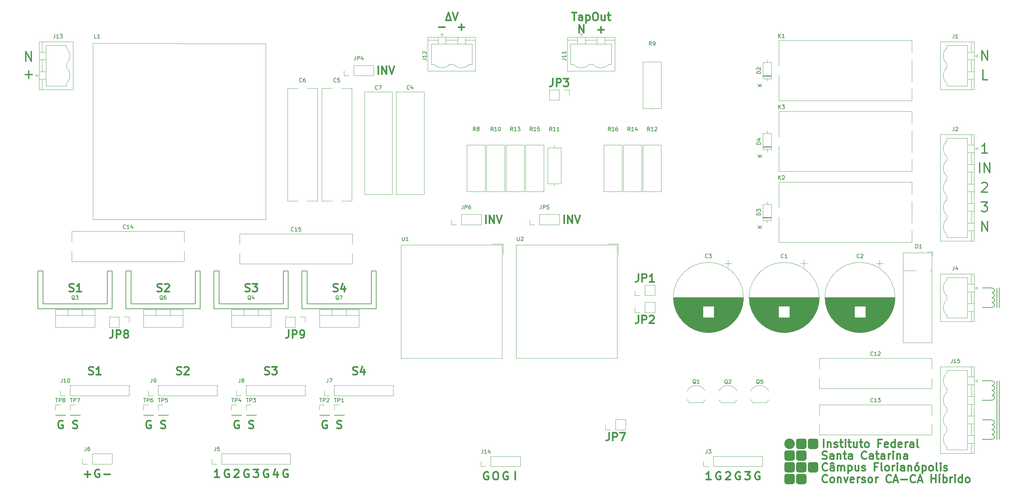
<source format=gbr>
G04 #@! TF.GenerationSoftware,KiCad,Pcbnew,5.0.2-bee76a0~70~ubuntu18.04.1*
G04 #@! TF.CreationDate,2019-06-18T17:13:29-03:00*
G04 #@! TF.ProjectId,estabilizador,65737461-6269-46c6-997a-61646f722e6b,rev?*
G04 #@! TF.SameCoordinates,Original*
G04 #@! TF.FileFunction,Legend,Top*
G04 #@! TF.FilePolarity,Positive*
%FSLAX46Y46*%
G04 Gerber Fmt 4.6, Leading zero omitted, Abs format (unit mm)*
G04 Created by KiCad (PCBNEW 5.0.2-bee76a0~70~ubuntu18.04.1) date Tue 18 Jun 2019 05:13:29 PM -03*
%MOMM*%
%LPD*%
G01*
G04 APERTURE LIST*
%ADD10C,0.381000*%
%ADD11C,0.150000*%
%ADD12C,0.200000*%
%ADD13C,0.300000*%
%ADD14C,0.120000*%
%ADD15C,3.400000*%
%ADD16R,3.400000X3.400000*%
%ADD17R,2.100000X2.100000*%
%ADD18O,2.100000X2.100000*%
%ADD19C,2.800000*%
%ADD20R,2.305000X2.400000*%
%ADD21O,2.305000X2.400000*%
%ADD22C,0.100000*%
%ADD23C,2.480000*%
%ADD24O,4.000000X2.480000*%
%ADD25C,2.600000*%
%ADD26R,2.500000X2.500000*%
%ADD27C,2.500000*%
%ADD28O,2.800000X2.800000*%
%ADD29C,2.000000*%
%ADD30O,2.000000X2.000000*%
%ADD31R,2.800000X2.800000*%
%ADD32R,2.000000X2.000000*%
%ADD33C,4.400000*%
%ADD34R,1.900000X1.900000*%
%ADD35C,1.900000*%
%ADD36O,2.480000X4.000000*%
G04 APERTURE END LIST*
D10*
X231508602Y-152617714D02*
X231411840Y-152714476D01*
X231121554Y-152811238D01*
X230928030Y-152811238D01*
X230637745Y-152714476D01*
X230444221Y-152520952D01*
X230347459Y-152327428D01*
X230250697Y-151940380D01*
X230250697Y-151650095D01*
X230347459Y-151263047D01*
X230444221Y-151069523D01*
X230637745Y-150876000D01*
X230928030Y-150779238D01*
X231121554Y-150779238D01*
X231411840Y-150876000D01*
X231508602Y-150972761D01*
X232669745Y-152811238D02*
X232476221Y-152714476D01*
X232379459Y-152617714D01*
X232282697Y-152424190D01*
X232282697Y-151843619D01*
X232379459Y-151650095D01*
X232476221Y-151553333D01*
X232669745Y-151456571D01*
X232960030Y-151456571D01*
X233153554Y-151553333D01*
X233250316Y-151650095D01*
X233347078Y-151843619D01*
X233347078Y-152424190D01*
X233250316Y-152617714D01*
X233153554Y-152714476D01*
X232960030Y-152811238D01*
X232669745Y-152811238D01*
X234217935Y-151456571D02*
X234217935Y-152811238D01*
X234217935Y-151650095D02*
X234314697Y-151553333D01*
X234508221Y-151456571D01*
X234798507Y-151456571D01*
X234992030Y-151553333D01*
X235088792Y-151746857D01*
X235088792Y-152811238D01*
X235862888Y-151456571D02*
X236346697Y-152811238D01*
X236830507Y-151456571D01*
X238378697Y-152714476D02*
X238185173Y-152811238D01*
X237798126Y-152811238D01*
X237604602Y-152714476D01*
X237507840Y-152520952D01*
X237507840Y-151746857D01*
X237604602Y-151553333D01*
X237798126Y-151456571D01*
X238185173Y-151456571D01*
X238378697Y-151553333D01*
X238475459Y-151746857D01*
X238475459Y-151940380D01*
X237507840Y-152133904D01*
X239346316Y-152811238D02*
X239346316Y-151456571D01*
X239346316Y-151843619D02*
X239443078Y-151650095D01*
X239539840Y-151553333D01*
X239733364Y-151456571D01*
X239926888Y-151456571D01*
X240507459Y-152714476D02*
X240700983Y-152811238D01*
X241088030Y-152811238D01*
X241281554Y-152714476D01*
X241378316Y-152520952D01*
X241378316Y-152424190D01*
X241281554Y-152230666D01*
X241088030Y-152133904D01*
X240797745Y-152133904D01*
X240604221Y-152037142D01*
X240507459Y-151843619D01*
X240507459Y-151746857D01*
X240604221Y-151553333D01*
X240797745Y-151456571D01*
X241088030Y-151456571D01*
X241281554Y-151553333D01*
X242539459Y-152811238D02*
X242345935Y-152714476D01*
X242249173Y-152617714D01*
X242152411Y-152424190D01*
X242152411Y-151843619D01*
X242249173Y-151650095D01*
X242345935Y-151553333D01*
X242539459Y-151456571D01*
X242829745Y-151456571D01*
X243023269Y-151553333D01*
X243120030Y-151650095D01*
X243216792Y-151843619D01*
X243216792Y-152424190D01*
X243120030Y-152617714D01*
X243023269Y-152714476D01*
X242829745Y-152811238D01*
X242539459Y-152811238D01*
X244087650Y-152811238D02*
X244087650Y-151456571D01*
X244087650Y-151843619D02*
X244184411Y-151650095D01*
X244281173Y-151553333D01*
X244474697Y-151456571D01*
X244668221Y-151456571D01*
X248054888Y-152617714D02*
X247958126Y-152714476D01*
X247667840Y-152811238D01*
X247474316Y-152811238D01*
X247184030Y-152714476D01*
X246990507Y-152520952D01*
X246893745Y-152327428D01*
X246796983Y-151940380D01*
X246796983Y-151650095D01*
X246893745Y-151263047D01*
X246990507Y-151069523D01*
X247184030Y-150876000D01*
X247474316Y-150779238D01*
X247667840Y-150779238D01*
X247958126Y-150876000D01*
X248054888Y-150972761D01*
X248828983Y-152230666D02*
X249796602Y-152230666D01*
X248635459Y-152811238D02*
X249312792Y-150779238D01*
X249990126Y-152811238D01*
X250667459Y-152037142D02*
X252215650Y-152037142D01*
X254344411Y-152617714D02*
X254247650Y-152714476D01*
X253957364Y-152811238D01*
X253763840Y-152811238D01*
X253473554Y-152714476D01*
X253280030Y-152520952D01*
X253183269Y-152327428D01*
X253086507Y-151940380D01*
X253086507Y-151650095D01*
X253183269Y-151263047D01*
X253280030Y-151069523D01*
X253473554Y-150876000D01*
X253763840Y-150779238D01*
X253957364Y-150779238D01*
X254247650Y-150876000D01*
X254344411Y-150972761D01*
X255118507Y-152230666D02*
X256086126Y-152230666D01*
X254924983Y-152811238D02*
X255602316Y-150779238D01*
X256279650Y-152811238D01*
X258505173Y-152811238D02*
X258505173Y-150779238D01*
X258505173Y-151746857D02*
X259666316Y-151746857D01*
X259666316Y-152811238D02*
X259666316Y-150779238D01*
X260633935Y-152811238D02*
X260633935Y-151456571D01*
X260827459Y-150682476D02*
X260537173Y-150972761D01*
X261601554Y-152811238D02*
X261601554Y-150779238D01*
X261601554Y-151553333D02*
X261795078Y-151456571D01*
X262182126Y-151456571D01*
X262375650Y-151553333D01*
X262472411Y-151650095D01*
X262569173Y-151843619D01*
X262569173Y-152424190D01*
X262472411Y-152617714D01*
X262375650Y-152714476D01*
X262182126Y-152811238D01*
X261795078Y-152811238D01*
X261601554Y-152714476D01*
X263440030Y-152811238D02*
X263440030Y-151456571D01*
X263440030Y-151843619D02*
X263536792Y-151650095D01*
X263633554Y-151553333D01*
X263827078Y-151456571D01*
X264020602Y-151456571D01*
X264697935Y-152811238D02*
X264697935Y-151456571D01*
X264697935Y-150779238D02*
X264601173Y-150876000D01*
X264697935Y-150972761D01*
X264794697Y-150876000D01*
X264697935Y-150779238D01*
X264697935Y-150972761D01*
X266536411Y-152811238D02*
X266536411Y-150779238D01*
X266536411Y-152714476D02*
X266342888Y-152811238D01*
X265955840Y-152811238D01*
X265762316Y-152714476D01*
X265665554Y-152617714D01*
X265568792Y-152424190D01*
X265568792Y-151843619D01*
X265665554Y-151650095D01*
X265762316Y-151553333D01*
X265955840Y-151456571D01*
X266342888Y-151456571D01*
X266536411Y-151553333D01*
X267794316Y-152811238D02*
X267600792Y-152714476D01*
X267504030Y-152617714D01*
X267407269Y-152424190D01*
X267407269Y-151843619D01*
X267504030Y-151650095D01*
X267600792Y-151553333D01*
X267794316Y-151456571D01*
X268084602Y-151456571D01*
X268278126Y-151553333D01*
X268374888Y-151650095D01*
X268471650Y-151843619D01*
X268471650Y-152424190D01*
X268374888Y-152617714D01*
X268278126Y-152714476D01*
X268084602Y-152811238D01*
X267794316Y-152811238D01*
X231508602Y-149569714D02*
X231411840Y-149666476D01*
X231121554Y-149763238D01*
X230928030Y-149763238D01*
X230637745Y-149666476D01*
X230444221Y-149472952D01*
X230347459Y-149279428D01*
X230250697Y-148892380D01*
X230250697Y-148602095D01*
X230347459Y-148215047D01*
X230444221Y-148021523D01*
X230637745Y-147828000D01*
X230928030Y-147731238D01*
X231121554Y-147731238D01*
X231411840Y-147828000D01*
X231508602Y-147924761D01*
X233250316Y-149763238D02*
X233250316Y-148698857D01*
X233153554Y-148505333D01*
X232960030Y-148408571D01*
X232572983Y-148408571D01*
X232379459Y-148505333D01*
X233250316Y-149666476D02*
X233056792Y-149763238D01*
X232572983Y-149763238D01*
X232379459Y-149666476D01*
X232282697Y-149472952D01*
X232282697Y-149279428D01*
X232379459Y-149085904D01*
X232572983Y-148989142D01*
X233056792Y-148989142D01*
X233250316Y-148892380D01*
X232379459Y-147924761D02*
X232766507Y-147634476D01*
X233153554Y-147924761D01*
X234217935Y-149763238D02*
X234217935Y-148408571D01*
X234217935Y-148602095D02*
X234314697Y-148505333D01*
X234508221Y-148408571D01*
X234798507Y-148408571D01*
X234992030Y-148505333D01*
X235088792Y-148698857D01*
X235088792Y-149763238D01*
X235088792Y-148698857D02*
X235185554Y-148505333D01*
X235379078Y-148408571D01*
X235669364Y-148408571D01*
X235862888Y-148505333D01*
X235959650Y-148698857D01*
X235959650Y-149763238D01*
X236927269Y-148408571D02*
X236927269Y-150440571D01*
X236927269Y-148505333D02*
X237120792Y-148408571D01*
X237507840Y-148408571D01*
X237701364Y-148505333D01*
X237798126Y-148602095D01*
X237894888Y-148795619D01*
X237894888Y-149376190D01*
X237798126Y-149569714D01*
X237701364Y-149666476D01*
X237507840Y-149763238D01*
X237120792Y-149763238D01*
X236927269Y-149666476D01*
X239636602Y-148408571D02*
X239636602Y-149763238D01*
X238765745Y-148408571D02*
X238765745Y-149472952D01*
X238862507Y-149666476D01*
X239056030Y-149763238D01*
X239346316Y-149763238D01*
X239539840Y-149666476D01*
X239636602Y-149569714D01*
X240507459Y-149666476D02*
X240700983Y-149763238D01*
X241088030Y-149763238D01*
X241281554Y-149666476D01*
X241378316Y-149472952D01*
X241378316Y-149376190D01*
X241281554Y-149182666D01*
X241088030Y-149085904D01*
X240797745Y-149085904D01*
X240604221Y-148989142D01*
X240507459Y-148795619D01*
X240507459Y-148698857D01*
X240604221Y-148505333D01*
X240797745Y-148408571D01*
X241088030Y-148408571D01*
X241281554Y-148505333D01*
X244474697Y-148698857D02*
X243797364Y-148698857D01*
X243797364Y-149763238D02*
X243797364Y-147731238D01*
X244764983Y-147731238D01*
X245829364Y-149763238D02*
X245635840Y-149666476D01*
X245539078Y-149472952D01*
X245539078Y-147731238D01*
X246893745Y-149763238D02*
X246700221Y-149666476D01*
X246603459Y-149569714D01*
X246506697Y-149376190D01*
X246506697Y-148795619D01*
X246603459Y-148602095D01*
X246700221Y-148505333D01*
X246893745Y-148408571D01*
X247184030Y-148408571D01*
X247377554Y-148505333D01*
X247474316Y-148602095D01*
X247571078Y-148795619D01*
X247571078Y-149376190D01*
X247474316Y-149569714D01*
X247377554Y-149666476D01*
X247184030Y-149763238D01*
X246893745Y-149763238D01*
X248441935Y-149763238D02*
X248441935Y-148408571D01*
X248441935Y-148795619D02*
X248538697Y-148602095D01*
X248635459Y-148505333D01*
X248828983Y-148408571D01*
X249022507Y-148408571D01*
X249699840Y-149763238D02*
X249699840Y-148408571D01*
X249699840Y-147731238D02*
X249603078Y-147828000D01*
X249699840Y-147924761D01*
X249796602Y-147828000D01*
X249699840Y-147731238D01*
X249699840Y-147924761D01*
X251538316Y-149763238D02*
X251538316Y-148698857D01*
X251441554Y-148505333D01*
X251248030Y-148408571D01*
X250860983Y-148408571D01*
X250667459Y-148505333D01*
X251538316Y-149666476D02*
X251344792Y-149763238D01*
X250860983Y-149763238D01*
X250667459Y-149666476D01*
X250570697Y-149472952D01*
X250570697Y-149279428D01*
X250667459Y-149085904D01*
X250860983Y-148989142D01*
X251344792Y-148989142D01*
X251538316Y-148892380D01*
X252505935Y-148408571D02*
X252505935Y-149763238D01*
X252505935Y-148602095D02*
X252602697Y-148505333D01*
X252796221Y-148408571D01*
X253086507Y-148408571D01*
X253280030Y-148505333D01*
X253376792Y-148698857D01*
X253376792Y-149763238D01*
X254634697Y-149763238D02*
X254441173Y-149666476D01*
X254344411Y-149569714D01*
X254247650Y-149376190D01*
X254247650Y-148795619D01*
X254344411Y-148602095D01*
X254441173Y-148505333D01*
X254634697Y-148408571D01*
X254924983Y-148408571D01*
X255118507Y-148505333D01*
X255215269Y-148602095D01*
X255312030Y-148795619D01*
X255312030Y-149376190D01*
X255215269Y-149569714D01*
X255118507Y-149666476D01*
X254924983Y-149763238D01*
X254634697Y-149763238D01*
X255021745Y-147634476D02*
X254731459Y-147924761D01*
X256182888Y-148408571D02*
X256182888Y-150440571D01*
X256182888Y-148505333D02*
X256376411Y-148408571D01*
X256763459Y-148408571D01*
X256956983Y-148505333D01*
X257053745Y-148602095D01*
X257150507Y-148795619D01*
X257150507Y-149376190D01*
X257053745Y-149569714D01*
X256956983Y-149666476D01*
X256763459Y-149763238D01*
X256376411Y-149763238D01*
X256182888Y-149666476D01*
X258311650Y-149763238D02*
X258118126Y-149666476D01*
X258021364Y-149569714D01*
X257924602Y-149376190D01*
X257924602Y-148795619D01*
X258021364Y-148602095D01*
X258118126Y-148505333D01*
X258311650Y-148408571D01*
X258601935Y-148408571D01*
X258795459Y-148505333D01*
X258892221Y-148602095D01*
X258988983Y-148795619D01*
X258988983Y-149376190D01*
X258892221Y-149569714D01*
X258795459Y-149666476D01*
X258601935Y-149763238D01*
X258311650Y-149763238D01*
X260150126Y-149763238D02*
X259956602Y-149666476D01*
X259859840Y-149472952D01*
X259859840Y-147731238D01*
X260924221Y-149763238D02*
X260924221Y-148408571D01*
X260924221Y-147731238D02*
X260827459Y-147828000D01*
X260924221Y-147924761D01*
X261020983Y-147828000D01*
X260924221Y-147731238D01*
X260924221Y-147924761D01*
X261795078Y-149666476D02*
X261988602Y-149763238D01*
X262375650Y-149763238D01*
X262569173Y-149666476D01*
X262665935Y-149472952D01*
X262665935Y-149376190D01*
X262569173Y-149182666D01*
X262375650Y-149085904D01*
X262085364Y-149085904D01*
X261891840Y-148989142D01*
X261795078Y-148795619D01*
X261795078Y-148698857D01*
X261891840Y-148505333D01*
X262085364Y-148408571D01*
X262375650Y-148408571D01*
X262569173Y-148505333D01*
X230250697Y-146618476D02*
X230540983Y-146715238D01*
X231024792Y-146715238D01*
X231218316Y-146618476D01*
X231315078Y-146521714D01*
X231411840Y-146328190D01*
X231411840Y-146134666D01*
X231315078Y-145941142D01*
X231218316Y-145844380D01*
X231024792Y-145747619D01*
X230637745Y-145650857D01*
X230444221Y-145554095D01*
X230347459Y-145457333D01*
X230250697Y-145263809D01*
X230250697Y-145070285D01*
X230347459Y-144876761D01*
X230444221Y-144780000D01*
X230637745Y-144683238D01*
X231121554Y-144683238D01*
X231411840Y-144780000D01*
X233153554Y-146715238D02*
X233153554Y-145650857D01*
X233056792Y-145457333D01*
X232863269Y-145360571D01*
X232476221Y-145360571D01*
X232282697Y-145457333D01*
X233153554Y-146618476D02*
X232960030Y-146715238D01*
X232476221Y-146715238D01*
X232282697Y-146618476D01*
X232185935Y-146424952D01*
X232185935Y-146231428D01*
X232282697Y-146037904D01*
X232476221Y-145941142D01*
X232960030Y-145941142D01*
X233153554Y-145844380D01*
X234121173Y-145360571D02*
X234121173Y-146715238D01*
X234121173Y-145554095D02*
X234217935Y-145457333D01*
X234411459Y-145360571D01*
X234701745Y-145360571D01*
X234895269Y-145457333D01*
X234992030Y-145650857D01*
X234992030Y-146715238D01*
X235669364Y-145360571D02*
X236443459Y-145360571D01*
X235959650Y-144683238D02*
X235959650Y-146424952D01*
X236056411Y-146618476D01*
X236249935Y-146715238D01*
X236443459Y-146715238D01*
X237991650Y-146715238D02*
X237991650Y-145650857D01*
X237894888Y-145457333D01*
X237701364Y-145360571D01*
X237314316Y-145360571D01*
X237120792Y-145457333D01*
X237991650Y-146618476D02*
X237798126Y-146715238D01*
X237314316Y-146715238D01*
X237120792Y-146618476D01*
X237024030Y-146424952D01*
X237024030Y-146231428D01*
X237120792Y-146037904D01*
X237314316Y-145941142D01*
X237798126Y-145941142D01*
X237991650Y-145844380D01*
X241668602Y-146521714D02*
X241571840Y-146618476D01*
X241281554Y-146715238D01*
X241088030Y-146715238D01*
X240797745Y-146618476D01*
X240604221Y-146424952D01*
X240507459Y-146231428D01*
X240410697Y-145844380D01*
X240410697Y-145554095D01*
X240507459Y-145167047D01*
X240604221Y-144973523D01*
X240797745Y-144780000D01*
X241088030Y-144683238D01*
X241281554Y-144683238D01*
X241571840Y-144780000D01*
X241668602Y-144876761D01*
X243410316Y-146715238D02*
X243410316Y-145650857D01*
X243313554Y-145457333D01*
X243120030Y-145360571D01*
X242732983Y-145360571D01*
X242539459Y-145457333D01*
X243410316Y-146618476D02*
X243216792Y-146715238D01*
X242732983Y-146715238D01*
X242539459Y-146618476D01*
X242442697Y-146424952D01*
X242442697Y-146231428D01*
X242539459Y-146037904D01*
X242732983Y-145941142D01*
X243216792Y-145941142D01*
X243410316Y-145844380D01*
X244087650Y-145360571D02*
X244861745Y-145360571D01*
X244377935Y-144683238D02*
X244377935Y-146424952D01*
X244474697Y-146618476D01*
X244668221Y-146715238D01*
X244861745Y-146715238D01*
X246409935Y-146715238D02*
X246409935Y-145650857D01*
X246313173Y-145457333D01*
X246119650Y-145360571D01*
X245732602Y-145360571D01*
X245539078Y-145457333D01*
X246409935Y-146618476D02*
X246216411Y-146715238D01*
X245732602Y-146715238D01*
X245539078Y-146618476D01*
X245442316Y-146424952D01*
X245442316Y-146231428D01*
X245539078Y-146037904D01*
X245732602Y-145941142D01*
X246216411Y-145941142D01*
X246409935Y-145844380D01*
X247377554Y-146715238D02*
X247377554Y-145360571D01*
X247377554Y-145747619D02*
X247474316Y-145554095D01*
X247571078Y-145457333D01*
X247764602Y-145360571D01*
X247958126Y-145360571D01*
X248635459Y-146715238D02*
X248635459Y-145360571D01*
X248635459Y-144683238D02*
X248538697Y-144780000D01*
X248635459Y-144876761D01*
X248732221Y-144780000D01*
X248635459Y-144683238D01*
X248635459Y-144876761D01*
X249603078Y-145360571D02*
X249603078Y-146715238D01*
X249603078Y-145554095D02*
X249699840Y-145457333D01*
X249893364Y-145360571D01*
X250183650Y-145360571D01*
X250377173Y-145457333D01*
X250473935Y-145650857D01*
X250473935Y-146715238D01*
X252312411Y-146715238D02*
X252312411Y-145650857D01*
X252215650Y-145457333D01*
X252022126Y-145360571D01*
X251635078Y-145360571D01*
X251441554Y-145457333D01*
X252312411Y-146618476D02*
X252118888Y-146715238D01*
X251635078Y-146715238D01*
X251441554Y-146618476D01*
X251344792Y-146424952D01*
X251344792Y-146231428D01*
X251441554Y-146037904D01*
X251635078Y-145941142D01*
X252118888Y-145941142D01*
X252312411Y-145844380D01*
X230601459Y-143667238D02*
X230601459Y-141635238D01*
X231569078Y-142312571D02*
X231569078Y-143667238D01*
X231569078Y-142506095D02*
X231665840Y-142409333D01*
X231859364Y-142312571D01*
X232149650Y-142312571D01*
X232343173Y-142409333D01*
X232439935Y-142602857D01*
X232439935Y-143667238D01*
X233310792Y-143570476D02*
X233504316Y-143667238D01*
X233891364Y-143667238D01*
X234084888Y-143570476D01*
X234181650Y-143376952D01*
X234181650Y-143280190D01*
X234084888Y-143086666D01*
X233891364Y-142989904D01*
X233601078Y-142989904D01*
X233407554Y-142893142D01*
X233310792Y-142699619D01*
X233310792Y-142602857D01*
X233407554Y-142409333D01*
X233601078Y-142312571D01*
X233891364Y-142312571D01*
X234084888Y-142409333D01*
X234762221Y-142312571D02*
X235536316Y-142312571D01*
X235052507Y-141635238D02*
X235052507Y-143376952D01*
X235149269Y-143570476D01*
X235342792Y-143667238D01*
X235536316Y-143667238D01*
X236213650Y-143667238D02*
X236213650Y-142312571D01*
X236213650Y-141635238D02*
X236116888Y-141732000D01*
X236213650Y-141828761D01*
X236310411Y-141732000D01*
X236213650Y-141635238D01*
X236213650Y-141828761D01*
X236890983Y-142312571D02*
X237665078Y-142312571D01*
X237181269Y-141635238D02*
X237181269Y-143376952D01*
X237278030Y-143570476D01*
X237471554Y-143667238D01*
X237665078Y-143667238D01*
X239213269Y-142312571D02*
X239213269Y-143667238D01*
X238342411Y-142312571D02*
X238342411Y-143376952D01*
X238439173Y-143570476D01*
X238632697Y-143667238D01*
X238922983Y-143667238D01*
X239116507Y-143570476D01*
X239213269Y-143473714D01*
X239890602Y-142312571D02*
X240664697Y-142312571D01*
X240180888Y-141635238D02*
X240180888Y-143376952D01*
X240277650Y-143570476D01*
X240471173Y-143667238D01*
X240664697Y-143667238D01*
X241632316Y-143667238D02*
X241438792Y-143570476D01*
X241342030Y-143473714D01*
X241245269Y-143280190D01*
X241245269Y-142699619D01*
X241342030Y-142506095D01*
X241438792Y-142409333D01*
X241632316Y-142312571D01*
X241922602Y-142312571D01*
X242116126Y-142409333D01*
X242212888Y-142506095D01*
X242309650Y-142699619D01*
X242309650Y-143280190D01*
X242212888Y-143473714D01*
X242116126Y-143570476D01*
X241922602Y-143667238D01*
X241632316Y-143667238D01*
X245406030Y-142602857D02*
X244728697Y-142602857D01*
X244728697Y-143667238D02*
X244728697Y-141635238D01*
X245696316Y-141635238D01*
X247244507Y-143570476D02*
X247050983Y-143667238D01*
X246663935Y-143667238D01*
X246470411Y-143570476D01*
X246373650Y-143376952D01*
X246373650Y-142602857D01*
X246470411Y-142409333D01*
X246663935Y-142312571D01*
X247050983Y-142312571D01*
X247244507Y-142409333D01*
X247341269Y-142602857D01*
X247341269Y-142796380D01*
X246373650Y-142989904D01*
X249082983Y-143667238D02*
X249082983Y-141635238D01*
X249082983Y-143570476D02*
X248889459Y-143667238D01*
X248502411Y-143667238D01*
X248308888Y-143570476D01*
X248212126Y-143473714D01*
X248115364Y-143280190D01*
X248115364Y-142699619D01*
X248212126Y-142506095D01*
X248308888Y-142409333D01*
X248502411Y-142312571D01*
X248889459Y-142312571D01*
X249082983Y-142409333D01*
X250824697Y-143570476D02*
X250631173Y-143667238D01*
X250244126Y-143667238D01*
X250050602Y-143570476D01*
X249953840Y-143376952D01*
X249953840Y-142602857D01*
X250050602Y-142409333D01*
X250244126Y-142312571D01*
X250631173Y-142312571D01*
X250824697Y-142409333D01*
X250921459Y-142602857D01*
X250921459Y-142796380D01*
X249953840Y-142989904D01*
X251792316Y-143667238D02*
X251792316Y-142312571D01*
X251792316Y-142699619D02*
X251889078Y-142506095D01*
X251985840Y-142409333D01*
X252179364Y-142312571D01*
X252372888Y-142312571D01*
X253921078Y-143667238D02*
X253921078Y-142602857D01*
X253824316Y-142409333D01*
X253630792Y-142312571D01*
X253243745Y-142312571D01*
X253050221Y-142409333D01*
X253921078Y-143570476D02*
X253727554Y-143667238D01*
X253243745Y-143667238D01*
X253050221Y-143570476D01*
X252953459Y-143376952D01*
X252953459Y-143183428D01*
X253050221Y-142989904D01*
X253243745Y-142893142D01*
X253727554Y-142893142D01*
X253921078Y-142796380D01*
X255178983Y-143667238D02*
X254985459Y-143570476D01*
X254888697Y-143376952D01*
X254888697Y-141635238D01*
D11*
G36*
X223520000Y-151130000D02*
X224028000Y-150622000D01*
X225552000Y-150622000D01*
X226060000Y-151130000D01*
X226060000Y-152654000D01*
X225552000Y-153162000D01*
X224028000Y-153162000D01*
X223520000Y-152654000D01*
X223520000Y-151130000D01*
G37*
X223520000Y-151130000D02*
X224028000Y-150622000D01*
X225552000Y-150622000D01*
X226060000Y-151130000D01*
X226060000Y-152654000D01*
X225552000Y-153162000D01*
X224028000Y-153162000D01*
X223520000Y-152654000D01*
X223520000Y-151130000D01*
G36*
X220472000Y-151130000D02*
X220980000Y-150622000D01*
X222504000Y-150622000D01*
X223012000Y-151130000D01*
X223012000Y-152654000D01*
X222504000Y-153162000D01*
X220980000Y-153162000D01*
X220472000Y-152654000D01*
X220472000Y-151130000D01*
G37*
X220472000Y-151130000D02*
X220980000Y-150622000D01*
X222504000Y-150622000D01*
X223012000Y-151130000D01*
X223012000Y-152654000D01*
X222504000Y-153162000D01*
X220980000Y-153162000D01*
X220472000Y-152654000D01*
X220472000Y-151130000D01*
G36*
X226568000Y-141986000D02*
X227076000Y-141478000D01*
X228600000Y-141478000D01*
X229108000Y-141986000D01*
X229108000Y-143510000D01*
X228600000Y-144018000D01*
X227076000Y-144018000D01*
X226568000Y-143510000D01*
X226568000Y-141986000D01*
G37*
X226568000Y-141986000D02*
X227076000Y-141478000D01*
X228600000Y-141478000D01*
X229108000Y-141986000D01*
X229108000Y-143510000D01*
X228600000Y-144018000D01*
X227076000Y-144018000D01*
X226568000Y-143510000D01*
X226568000Y-141986000D01*
G36*
X226568000Y-148082000D02*
X227076000Y-147574000D01*
X228600000Y-147574000D01*
X229108000Y-148082000D01*
X229108000Y-149606000D01*
X228600000Y-150114000D01*
X227076000Y-150114000D01*
X226568000Y-149606000D01*
X226568000Y-148082000D01*
G37*
X226568000Y-148082000D02*
X227076000Y-147574000D01*
X228600000Y-147574000D01*
X229108000Y-148082000D01*
X229108000Y-149606000D01*
X228600000Y-150114000D01*
X227076000Y-150114000D01*
X226568000Y-149606000D01*
X226568000Y-148082000D01*
G36*
X223520000Y-148082000D02*
X224028000Y-147574000D01*
X225552000Y-147574000D01*
X226060000Y-148082000D01*
X226060000Y-149606000D01*
X225552000Y-150114000D01*
X224028000Y-150114000D01*
X223520000Y-149606000D01*
X223520000Y-148082000D01*
G37*
X223520000Y-148082000D02*
X224028000Y-147574000D01*
X225552000Y-147574000D01*
X226060000Y-148082000D01*
X226060000Y-149606000D01*
X225552000Y-150114000D01*
X224028000Y-150114000D01*
X223520000Y-149606000D01*
X223520000Y-148082000D01*
G36*
X220472000Y-148082000D02*
X220980000Y-147574000D01*
X222504000Y-147574000D01*
X223012000Y-148082000D01*
X223012000Y-149606000D01*
X222504000Y-150114000D01*
X220980000Y-150114000D01*
X220472000Y-149606000D01*
X220472000Y-148082000D01*
G37*
X220472000Y-148082000D02*
X220980000Y-147574000D01*
X222504000Y-147574000D01*
X223012000Y-148082000D01*
X223012000Y-149606000D01*
X222504000Y-150114000D01*
X220980000Y-150114000D01*
X220472000Y-149606000D01*
X220472000Y-148082000D01*
G36*
X223520000Y-141986000D02*
X224028000Y-141478000D01*
X225552000Y-141478000D01*
X226060000Y-141986000D01*
X226060000Y-143510000D01*
X225552000Y-144018000D01*
X224028000Y-144018000D01*
X223520000Y-143510000D01*
X223520000Y-141986000D01*
G37*
X223520000Y-141986000D02*
X224028000Y-141478000D01*
X225552000Y-141478000D01*
X226060000Y-141986000D01*
X226060000Y-143510000D01*
X225552000Y-144018000D01*
X224028000Y-144018000D01*
X223520000Y-143510000D01*
X223520000Y-141986000D01*
G36*
X223520000Y-145034000D02*
X224028000Y-144526000D01*
X225552000Y-144526000D01*
X226060000Y-145034000D01*
X226060000Y-146558000D01*
X225552000Y-147066000D01*
X224028000Y-147066000D01*
X223520000Y-146558000D01*
X223520000Y-145034000D01*
G37*
X223520000Y-145034000D02*
X224028000Y-144526000D01*
X225552000Y-144526000D01*
X226060000Y-145034000D01*
X226060000Y-146558000D01*
X225552000Y-147066000D01*
X224028000Y-147066000D01*
X223520000Y-146558000D01*
X223520000Y-145034000D01*
G36*
X220472000Y-145034000D02*
X220980000Y-144526000D01*
X222504000Y-144526000D01*
X223012000Y-145034000D01*
X223012000Y-146558000D01*
X222504000Y-147066000D01*
X220980000Y-147066000D01*
X220472000Y-146558000D01*
X220472000Y-145034000D01*
G37*
X220472000Y-145034000D02*
X220980000Y-144526000D01*
X222504000Y-144526000D01*
X223012000Y-145034000D01*
X223012000Y-146558000D01*
X222504000Y-147066000D01*
X220980000Y-147066000D01*
X220472000Y-146558000D01*
X220472000Y-145034000D01*
G36*
X221742000Y-141478000D02*
X222504000Y-141732000D01*
X223012000Y-142494000D01*
X223012000Y-143002000D01*
X222504000Y-143764000D01*
X221742000Y-144018000D01*
X220980000Y-143764000D01*
X220472000Y-143002000D01*
X220472000Y-142494000D01*
X220980000Y-141732000D01*
X221742000Y-141478000D01*
G37*
X221742000Y-141478000D02*
X222504000Y-141732000D01*
X223012000Y-142494000D01*
X223012000Y-143002000D01*
X222504000Y-143764000D01*
X221742000Y-144018000D01*
X220980000Y-143764000D01*
X220472000Y-143002000D01*
X220472000Y-142494000D01*
X220980000Y-141732000D01*
X221742000Y-141478000D01*
D12*
X229108000Y-149606000D02*
G75*
G02X228600000Y-150114000I-508000J0D01*
G01*
X228600000Y-147574000D02*
X227076000Y-147574000D01*
X229108000Y-149606000D02*
X229108000Y-148082000D01*
X227076000Y-150114000D02*
G75*
G02X226568000Y-149606000I0J508000D01*
G01*
X228600000Y-147574000D02*
G75*
G02X229108000Y-148082000I0J-508000D01*
G01*
X226568000Y-148082000D02*
X226568000Y-149606000D01*
X227076000Y-150114000D02*
X228600000Y-150114000D01*
X226568000Y-148082000D02*
G75*
G02X227076000Y-147574000I508000J0D01*
G01*
X229108000Y-143510000D02*
G75*
G02X228600000Y-144018000I-508000J0D01*
G01*
X228600000Y-141478000D02*
X227076000Y-141478000D01*
X229108000Y-143510000D02*
X229108000Y-141986000D01*
X227076000Y-144018000D02*
G75*
G02X226568000Y-143510000I0J508000D01*
G01*
X228600000Y-141478000D02*
G75*
G02X229108000Y-141986000I0J-508000D01*
G01*
X226568000Y-141986000D02*
X226568000Y-143510000D01*
X227076000Y-144018000D02*
X228600000Y-144018000D01*
X226568000Y-141986000D02*
G75*
G02X227076000Y-141478000I508000J0D01*
G01*
X224028000Y-150114000D02*
G75*
G02X223520000Y-149606000I0J508000D01*
G01*
X224028000Y-147066000D02*
X225552000Y-147066000D01*
X223520000Y-145034000D02*
G75*
G02X224028000Y-144526000I508000J0D01*
G01*
X226060000Y-146558000D02*
G75*
G02X225552000Y-147066000I-508000J0D01*
G01*
X225552000Y-144526000D02*
X224028000Y-144526000D01*
X223520000Y-145034000D02*
X223520000Y-146558000D01*
X225552000Y-144526000D02*
G75*
G02X226060000Y-145034000I0J-508000D01*
G01*
X223520000Y-148082000D02*
X223520000Y-149606000D01*
X225552000Y-147574000D02*
G75*
G02X226060000Y-148082000I0J-508000D01*
G01*
X226060000Y-152654000D02*
X226060000Y-151130000D01*
X224028000Y-150114000D02*
X225552000Y-150114000D01*
X223520000Y-148082000D02*
G75*
G02X224028000Y-147574000I508000J0D01*
G01*
X226060000Y-149606000D02*
G75*
G02X225552000Y-150114000I-508000J0D01*
G01*
X225552000Y-147574000D02*
X224028000Y-147574000D01*
X224028000Y-153162000D02*
X225552000Y-153162000D01*
X223520000Y-151130000D02*
G75*
G02X224028000Y-150622000I508000J0D01*
G01*
X226060000Y-152654000D02*
G75*
G02X225552000Y-153162000I-508000J0D01*
G01*
X225552000Y-150622000D02*
X224028000Y-150622000D01*
X223520000Y-151130000D02*
X223520000Y-152654000D01*
X225552000Y-150622000D02*
G75*
G02X226060000Y-151130000I0J-508000D01*
G01*
X224028000Y-153162000D02*
G75*
G02X223520000Y-152654000I0J508000D01*
G01*
X224028000Y-147066000D02*
G75*
G02X223520000Y-146558000I0J508000D01*
G01*
X226060000Y-146558000D02*
X226060000Y-145034000D01*
X226060000Y-149606000D02*
X226060000Y-148082000D01*
X226060000Y-143510000D02*
X226060000Y-141986000D01*
X224028000Y-144018000D02*
G75*
G02X223520000Y-143510000I0J508000D01*
G01*
X225552000Y-141478000D02*
G75*
G02X226060000Y-141986000I0J-508000D01*
G01*
X223520000Y-141986000D02*
X223520000Y-143510000D01*
X224028000Y-144018000D02*
X225552000Y-144018000D01*
X223520000Y-141986000D02*
G75*
G02X224028000Y-141478000I508000J0D01*
G01*
X226060000Y-143510000D02*
G75*
G02X225552000Y-144018000I-508000J0D01*
G01*
X225552000Y-141478000D02*
X224028000Y-141478000D01*
X220980000Y-153162000D02*
X222504000Y-153162000D01*
X220472000Y-151130000D02*
G75*
G02X220980000Y-150622000I508000J0D01*
G01*
X223012000Y-152654000D02*
G75*
G02X222504000Y-153162000I-508000J0D01*
G01*
X222504000Y-150622000D02*
X220980000Y-150622000D01*
X220472000Y-151130000D02*
X220472000Y-152654000D01*
X222504000Y-150622000D02*
G75*
G02X223012000Y-151130000I0J-508000D01*
G01*
X220980000Y-153162000D02*
G75*
G02X220472000Y-152654000I0J508000D01*
G01*
X223012000Y-152654000D02*
X223012000Y-151130000D01*
X220980000Y-150114000D02*
X222504000Y-150114000D01*
X220472000Y-148082000D02*
G75*
G02X220980000Y-147574000I508000J0D01*
G01*
X223012000Y-149606000D02*
G75*
G02X222504000Y-150114000I-508000J0D01*
G01*
X222504000Y-147574000D02*
X220980000Y-147574000D01*
X220472000Y-148082000D02*
X220472000Y-149606000D01*
X222504000Y-147574000D02*
G75*
G02X223012000Y-148082000I0J-508000D01*
G01*
X220980000Y-150114000D02*
G75*
G02X220472000Y-149606000I0J508000D01*
G01*
X223012000Y-149606000D02*
X223012000Y-148082000D01*
X220980000Y-147066000D02*
G75*
G02X220472000Y-146558000I0J508000D01*
G01*
X220980000Y-147066000D02*
X222504000Y-147066000D01*
X220472000Y-145034000D02*
G75*
G02X220980000Y-144526000I508000J0D01*
G01*
X223012000Y-146558000D02*
G75*
G02X222504000Y-147066000I-508000J0D01*
G01*
X222504000Y-144526000D02*
X220980000Y-144526000D01*
X220472000Y-145034000D02*
X220472000Y-146558000D01*
X222504000Y-144526000D02*
G75*
G02X223012000Y-145034000I0J-508000D01*
G01*
X223012000Y-146558000D02*
X223012000Y-145034000D01*
X223012000Y-142748000D02*
G75*
G03X223012000Y-142748000I-1270000J0D01*
G01*
D10*
X103226809Y-103057476D02*
X103517095Y-103154238D01*
X104000904Y-103154238D01*
X104194428Y-103057476D01*
X104291190Y-102960714D01*
X104387952Y-102767190D01*
X104387952Y-102573666D01*
X104291190Y-102380142D01*
X104194428Y-102283380D01*
X104000904Y-102186619D01*
X103613857Y-102089857D01*
X103420333Y-101993095D01*
X103323571Y-101896333D01*
X103226809Y-101702809D01*
X103226809Y-101509285D01*
X103323571Y-101315761D01*
X103420333Y-101219000D01*
X103613857Y-101122238D01*
X104097666Y-101122238D01*
X104387952Y-101219000D01*
X106129666Y-101799571D02*
X106129666Y-103154238D01*
X105645857Y-101025476D02*
X105162047Y-102476904D01*
X106419952Y-102476904D01*
X80366809Y-103057476D02*
X80657095Y-103154238D01*
X81140904Y-103154238D01*
X81334428Y-103057476D01*
X81431190Y-102960714D01*
X81527952Y-102767190D01*
X81527952Y-102573666D01*
X81431190Y-102380142D01*
X81334428Y-102283380D01*
X81140904Y-102186619D01*
X80753857Y-102089857D01*
X80560333Y-101993095D01*
X80463571Y-101896333D01*
X80366809Y-101702809D01*
X80366809Y-101509285D01*
X80463571Y-101315761D01*
X80560333Y-101219000D01*
X80753857Y-101122238D01*
X81237666Y-101122238D01*
X81527952Y-101219000D01*
X82205285Y-101122238D02*
X83463190Y-101122238D01*
X82785857Y-101896333D01*
X83076142Y-101896333D01*
X83269666Y-101993095D01*
X83366428Y-102089857D01*
X83463190Y-102283380D01*
X83463190Y-102767190D01*
X83366428Y-102960714D01*
X83269666Y-103057476D01*
X83076142Y-103154238D01*
X82495571Y-103154238D01*
X82302047Y-103057476D01*
X82205285Y-102960714D01*
X57506809Y-103057476D02*
X57797095Y-103154238D01*
X58280904Y-103154238D01*
X58474428Y-103057476D01*
X58571190Y-102960714D01*
X58667952Y-102767190D01*
X58667952Y-102573666D01*
X58571190Y-102380142D01*
X58474428Y-102283380D01*
X58280904Y-102186619D01*
X57893857Y-102089857D01*
X57700333Y-101993095D01*
X57603571Y-101896333D01*
X57506809Y-101702809D01*
X57506809Y-101509285D01*
X57603571Y-101315761D01*
X57700333Y-101219000D01*
X57893857Y-101122238D01*
X58377666Y-101122238D01*
X58667952Y-101219000D01*
X59442047Y-101315761D02*
X59538809Y-101219000D01*
X59732333Y-101122238D01*
X60216142Y-101122238D01*
X60409666Y-101219000D01*
X60506428Y-101315761D01*
X60603190Y-101509285D01*
X60603190Y-101702809D01*
X60506428Y-101993095D01*
X59345285Y-103154238D01*
X60603190Y-103154238D01*
X34646809Y-103057476D02*
X34937095Y-103154238D01*
X35420904Y-103154238D01*
X35614428Y-103057476D01*
X35711190Y-102960714D01*
X35807952Y-102767190D01*
X35807952Y-102573666D01*
X35711190Y-102380142D01*
X35614428Y-102283380D01*
X35420904Y-102186619D01*
X35033857Y-102089857D01*
X34840333Y-101993095D01*
X34743571Y-101896333D01*
X34646809Y-101702809D01*
X34646809Y-101509285D01*
X34743571Y-101315761D01*
X34840333Y-101219000D01*
X35033857Y-101122238D01*
X35517666Y-101122238D01*
X35807952Y-101219000D01*
X37743190Y-103154238D02*
X36582047Y-103154238D01*
X37162619Y-103154238D02*
X37162619Y-101122238D01*
X36969095Y-101412523D01*
X36775571Y-101606047D01*
X36582047Y-101702809D01*
X114904761Y-46639238D02*
X114904761Y-44607238D01*
X115872380Y-46639238D02*
X115872380Y-44607238D01*
X117033523Y-46639238D01*
X117033523Y-44607238D01*
X117710857Y-44607238D02*
X118388190Y-46639238D01*
X119065523Y-44607238D01*
X163164761Y-85374238D02*
X163164761Y-83342238D01*
X164132380Y-85374238D02*
X164132380Y-83342238D01*
X165293523Y-85374238D01*
X165293523Y-83342238D01*
X165970857Y-83342238D02*
X166648190Y-85374238D01*
X167325523Y-83342238D01*
X142844761Y-85374238D02*
X142844761Y-83342238D01*
X143812380Y-85374238D02*
X143812380Y-83342238D01*
X144973523Y-85374238D01*
X144973523Y-83342238D01*
X145650857Y-83342238D02*
X146328190Y-85374238D01*
X147005523Y-83342238D01*
X108306809Y-124647476D02*
X108597095Y-124744238D01*
X109080904Y-124744238D01*
X109274428Y-124647476D01*
X109371190Y-124550714D01*
X109467952Y-124357190D01*
X109467952Y-124163666D01*
X109371190Y-123970142D01*
X109274428Y-123873380D01*
X109080904Y-123776619D01*
X108693857Y-123679857D01*
X108500333Y-123583095D01*
X108403571Y-123486333D01*
X108306809Y-123292809D01*
X108306809Y-123099285D01*
X108403571Y-122905761D01*
X108500333Y-122809000D01*
X108693857Y-122712238D01*
X109177666Y-122712238D01*
X109467952Y-122809000D01*
X111209666Y-123389571D02*
X111209666Y-124744238D01*
X110725857Y-122615476D02*
X110242047Y-124066904D01*
X111499952Y-124066904D01*
X85446809Y-124647476D02*
X85737095Y-124744238D01*
X86220904Y-124744238D01*
X86414428Y-124647476D01*
X86511190Y-124550714D01*
X86607952Y-124357190D01*
X86607952Y-124163666D01*
X86511190Y-123970142D01*
X86414428Y-123873380D01*
X86220904Y-123776619D01*
X85833857Y-123679857D01*
X85640333Y-123583095D01*
X85543571Y-123486333D01*
X85446809Y-123292809D01*
X85446809Y-123099285D01*
X85543571Y-122905761D01*
X85640333Y-122809000D01*
X85833857Y-122712238D01*
X86317666Y-122712238D01*
X86607952Y-122809000D01*
X87285285Y-122712238D02*
X88543190Y-122712238D01*
X87865857Y-123486333D01*
X88156142Y-123486333D01*
X88349666Y-123583095D01*
X88446428Y-123679857D01*
X88543190Y-123873380D01*
X88543190Y-124357190D01*
X88446428Y-124550714D01*
X88349666Y-124647476D01*
X88156142Y-124744238D01*
X87575571Y-124744238D01*
X87382047Y-124647476D01*
X87285285Y-124550714D01*
X62586809Y-124647476D02*
X62877095Y-124744238D01*
X63360904Y-124744238D01*
X63554428Y-124647476D01*
X63651190Y-124550714D01*
X63747952Y-124357190D01*
X63747952Y-124163666D01*
X63651190Y-123970142D01*
X63554428Y-123873380D01*
X63360904Y-123776619D01*
X62973857Y-123679857D01*
X62780333Y-123583095D01*
X62683571Y-123486333D01*
X62586809Y-123292809D01*
X62586809Y-123099285D01*
X62683571Y-122905761D01*
X62780333Y-122809000D01*
X62973857Y-122712238D01*
X63457666Y-122712238D01*
X63747952Y-122809000D01*
X64522047Y-122905761D02*
X64618809Y-122809000D01*
X64812333Y-122712238D01*
X65296142Y-122712238D01*
X65489666Y-122809000D01*
X65586428Y-122905761D01*
X65683190Y-123099285D01*
X65683190Y-123292809D01*
X65586428Y-123583095D01*
X64425285Y-124744238D01*
X65683190Y-124744238D01*
X39726809Y-124647476D02*
X40017095Y-124744238D01*
X40500904Y-124744238D01*
X40694428Y-124647476D01*
X40791190Y-124550714D01*
X40887952Y-124357190D01*
X40887952Y-124163666D01*
X40791190Y-123970142D01*
X40694428Y-123873380D01*
X40500904Y-123776619D01*
X40113857Y-123679857D01*
X39920333Y-123583095D01*
X39823571Y-123486333D01*
X39726809Y-123292809D01*
X39726809Y-123099285D01*
X39823571Y-122905761D01*
X39920333Y-122809000D01*
X40113857Y-122712238D01*
X40597666Y-122712238D01*
X40887952Y-122809000D01*
X42823190Y-124744238D02*
X41662047Y-124744238D01*
X42242619Y-124744238D02*
X42242619Y-122712238D01*
X42049095Y-123002523D01*
X41855571Y-123196047D01*
X41662047Y-123292809D01*
X104194428Y-138617476D02*
X104484714Y-138714238D01*
X104968523Y-138714238D01*
X105162047Y-138617476D01*
X105258809Y-138520714D01*
X105355571Y-138327190D01*
X105355571Y-138133666D01*
X105258809Y-137940142D01*
X105162047Y-137843380D01*
X104968523Y-137746619D01*
X104581476Y-137649857D01*
X104387952Y-137553095D01*
X104291190Y-137456333D01*
X104194428Y-137262809D01*
X104194428Y-137069285D01*
X104291190Y-136875761D01*
X104387952Y-136779000D01*
X104581476Y-136682238D01*
X105065285Y-136682238D01*
X105355571Y-136779000D01*
X101497190Y-136779000D02*
X101303666Y-136682238D01*
X101013380Y-136682238D01*
X100723095Y-136779000D01*
X100529571Y-136972523D01*
X100432809Y-137166047D01*
X100336047Y-137553095D01*
X100336047Y-137843380D01*
X100432809Y-138230428D01*
X100529571Y-138423952D01*
X100723095Y-138617476D01*
X101013380Y-138714238D01*
X101206904Y-138714238D01*
X101497190Y-138617476D01*
X101593952Y-138520714D01*
X101593952Y-137843380D01*
X101206904Y-137843380D01*
X81334428Y-138617476D02*
X81624714Y-138714238D01*
X82108523Y-138714238D01*
X82302047Y-138617476D01*
X82398809Y-138520714D01*
X82495571Y-138327190D01*
X82495571Y-138133666D01*
X82398809Y-137940142D01*
X82302047Y-137843380D01*
X82108523Y-137746619D01*
X81721476Y-137649857D01*
X81527952Y-137553095D01*
X81431190Y-137456333D01*
X81334428Y-137262809D01*
X81334428Y-137069285D01*
X81431190Y-136875761D01*
X81527952Y-136779000D01*
X81721476Y-136682238D01*
X82205285Y-136682238D01*
X82495571Y-136779000D01*
X78637190Y-136779000D02*
X78443666Y-136682238D01*
X78153380Y-136682238D01*
X77863095Y-136779000D01*
X77669571Y-136972523D01*
X77572809Y-137166047D01*
X77476047Y-137553095D01*
X77476047Y-137843380D01*
X77572809Y-138230428D01*
X77669571Y-138423952D01*
X77863095Y-138617476D01*
X78153380Y-138714238D01*
X78346904Y-138714238D01*
X78637190Y-138617476D01*
X78733952Y-138520714D01*
X78733952Y-137843380D01*
X78346904Y-137843380D01*
X58474428Y-138617476D02*
X58764714Y-138714238D01*
X59248523Y-138714238D01*
X59442047Y-138617476D01*
X59538809Y-138520714D01*
X59635571Y-138327190D01*
X59635571Y-138133666D01*
X59538809Y-137940142D01*
X59442047Y-137843380D01*
X59248523Y-137746619D01*
X58861476Y-137649857D01*
X58667952Y-137553095D01*
X58571190Y-137456333D01*
X58474428Y-137262809D01*
X58474428Y-137069285D01*
X58571190Y-136875761D01*
X58667952Y-136779000D01*
X58861476Y-136682238D01*
X59345285Y-136682238D01*
X59635571Y-136779000D01*
X55777190Y-136779000D02*
X55583666Y-136682238D01*
X55293380Y-136682238D01*
X55003095Y-136779000D01*
X54809571Y-136972523D01*
X54712809Y-137166047D01*
X54616047Y-137553095D01*
X54616047Y-137843380D01*
X54712809Y-138230428D01*
X54809571Y-138423952D01*
X55003095Y-138617476D01*
X55293380Y-138714238D01*
X55486904Y-138714238D01*
X55777190Y-138617476D01*
X55873952Y-138520714D01*
X55873952Y-137843380D01*
X55486904Y-137843380D01*
X35614428Y-138617476D02*
X35904714Y-138714238D01*
X36388523Y-138714238D01*
X36582047Y-138617476D01*
X36678809Y-138520714D01*
X36775571Y-138327190D01*
X36775571Y-138133666D01*
X36678809Y-137940142D01*
X36582047Y-137843380D01*
X36388523Y-137746619D01*
X36001476Y-137649857D01*
X35807952Y-137553095D01*
X35711190Y-137456333D01*
X35614428Y-137262809D01*
X35614428Y-137069285D01*
X35711190Y-136875761D01*
X35807952Y-136779000D01*
X36001476Y-136682238D01*
X36485285Y-136682238D01*
X36775571Y-136779000D01*
X32917190Y-136779000D02*
X32723666Y-136682238D01*
X32433380Y-136682238D01*
X32143095Y-136779000D01*
X31949571Y-136972523D01*
X31852809Y-137166047D01*
X31756047Y-137553095D01*
X31756047Y-137843380D01*
X31852809Y-138230428D01*
X31949571Y-138423952D01*
X32143095Y-138617476D01*
X32433380Y-138714238D01*
X32626904Y-138714238D01*
X32917190Y-138617476D01*
X33013952Y-138520714D01*
X33013952Y-137843380D01*
X32626904Y-137843380D01*
X213892190Y-150114000D02*
X213698666Y-150017238D01*
X213408380Y-150017238D01*
X213118095Y-150114000D01*
X212924571Y-150307523D01*
X212827809Y-150501047D01*
X212731047Y-150888095D01*
X212731047Y-151178380D01*
X212827809Y-151565428D01*
X212924571Y-151758952D01*
X213118095Y-151952476D01*
X213408380Y-152049238D01*
X213601904Y-152049238D01*
X213892190Y-151952476D01*
X213988952Y-151855714D01*
X213988952Y-151178380D01*
X213601904Y-151178380D01*
X203732190Y-150114000D02*
X203538666Y-150017238D01*
X203248380Y-150017238D01*
X202958095Y-150114000D01*
X202764571Y-150307523D01*
X202667809Y-150501047D01*
X202571047Y-150888095D01*
X202571047Y-151178380D01*
X202667809Y-151565428D01*
X202764571Y-151758952D01*
X202958095Y-151952476D01*
X203248380Y-152049238D01*
X203441904Y-152049238D01*
X203732190Y-151952476D01*
X203828952Y-151855714D01*
X203828952Y-151178380D01*
X203441904Y-151178380D01*
X201240571Y-152049238D02*
X200079428Y-152049238D01*
X200660000Y-152049238D02*
X200660000Y-150017238D01*
X200466476Y-150307523D01*
X200272952Y-150501047D01*
X200079428Y-150597809D01*
X205159428Y-150210761D02*
X205256190Y-150114000D01*
X205449714Y-150017238D01*
X205933523Y-150017238D01*
X206127047Y-150114000D01*
X206223809Y-150210761D01*
X206320571Y-150404285D01*
X206320571Y-150597809D01*
X206223809Y-150888095D01*
X205062666Y-152049238D01*
X206320571Y-152049238D01*
X210142666Y-150017238D02*
X211400571Y-150017238D01*
X210723238Y-150791333D01*
X211013523Y-150791333D01*
X211207047Y-150888095D01*
X211303809Y-150984857D01*
X211400571Y-151178380D01*
X211400571Y-151662190D01*
X211303809Y-151855714D01*
X211207047Y-151952476D01*
X211013523Y-152049238D01*
X210432952Y-152049238D01*
X210239428Y-151952476D01*
X210142666Y-151855714D01*
X208812190Y-150114000D02*
X208618666Y-150017238D01*
X208328380Y-150017238D01*
X208038095Y-150114000D01*
X207844571Y-150307523D01*
X207747809Y-150501047D01*
X207651047Y-150888095D01*
X207651047Y-151178380D01*
X207747809Y-151565428D01*
X207844571Y-151758952D01*
X208038095Y-151952476D01*
X208328380Y-152049238D01*
X208521904Y-152049238D01*
X208812190Y-151952476D01*
X208908952Y-151855714D01*
X208908952Y-151178380D01*
X208521904Y-151178380D01*
X150495000Y-152049238D02*
X150495000Y-150017238D01*
X148487190Y-150114000D02*
X148293666Y-150017238D01*
X148003380Y-150017238D01*
X147713095Y-150114000D01*
X147519571Y-150307523D01*
X147422809Y-150501047D01*
X147326047Y-150888095D01*
X147326047Y-151178380D01*
X147422809Y-151565428D01*
X147519571Y-151758952D01*
X147713095Y-151952476D01*
X148003380Y-152049238D01*
X148196904Y-152049238D01*
X148487190Y-151952476D01*
X148583952Y-151855714D01*
X148583952Y-151178380D01*
X148196904Y-151178380D01*
X145221476Y-150017238D02*
X145608523Y-150017238D01*
X145802047Y-150114000D01*
X145995571Y-150307523D01*
X146092333Y-150694571D01*
X146092333Y-151371904D01*
X145995571Y-151758952D01*
X145802047Y-151952476D01*
X145608523Y-152049238D01*
X145221476Y-152049238D01*
X145027952Y-151952476D01*
X144834428Y-151758952D01*
X144737666Y-151371904D01*
X144737666Y-150694571D01*
X144834428Y-150307523D01*
X145027952Y-150114000D01*
X145221476Y-150017238D01*
X143407190Y-150114000D02*
X143213666Y-150017238D01*
X142923380Y-150017238D01*
X142633095Y-150114000D01*
X142439571Y-150307523D01*
X142342809Y-150501047D01*
X142246047Y-150888095D01*
X142246047Y-151178380D01*
X142342809Y-151565428D01*
X142439571Y-151758952D01*
X142633095Y-151952476D01*
X142923380Y-152049238D01*
X143116904Y-152049238D01*
X143407190Y-151952476D01*
X143503952Y-151855714D01*
X143503952Y-151178380D01*
X143116904Y-151178380D01*
X88652047Y-150059571D02*
X88652047Y-151414238D01*
X88168238Y-149285476D02*
X87684428Y-150736904D01*
X88942333Y-150736904D01*
X82507666Y-149382238D02*
X83765571Y-149382238D01*
X83088238Y-150156333D01*
X83378523Y-150156333D01*
X83572047Y-150253095D01*
X83668809Y-150349857D01*
X83765571Y-150543380D01*
X83765571Y-151027190D01*
X83668809Y-151220714D01*
X83572047Y-151317476D01*
X83378523Y-151414238D01*
X82797952Y-151414238D01*
X82604428Y-151317476D01*
X82507666Y-151220714D01*
X77524428Y-149575761D02*
X77621190Y-149479000D01*
X77814714Y-149382238D01*
X78298523Y-149382238D01*
X78492047Y-149479000D01*
X78588809Y-149575761D01*
X78685571Y-149769285D01*
X78685571Y-149962809D01*
X78588809Y-150253095D01*
X77427666Y-151414238D01*
X78685571Y-151414238D01*
X91337190Y-149479000D02*
X91143666Y-149382238D01*
X90853380Y-149382238D01*
X90563095Y-149479000D01*
X90369571Y-149672523D01*
X90272809Y-149866047D01*
X90176047Y-150253095D01*
X90176047Y-150543380D01*
X90272809Y-150930428D01*
X90369571Y-151123952D01*
X90563095Y-151317476D01*
X90853380Y-151414238D01*
X91046904Y-151414238D01*
X91337190Y-151317476D01*
X91433952Y-151220714D01*
X91433952Y-150543380D01*
X91046904Y-150543380D01*
X86257190Y-149479000D02*
X86063666Y-149382238D01*
X85773380Y-149382238D01*
X85483095Y-149479000D01*
X85289571Y-149672523D01*
X85192809Y-149866047D01*
X85096047Y-150253095D01*
X85096047Y-150543380D01*
X85192809Y-150930428D01*
X85289571Y-151123952D01*
X85483095Y-151317476D01*
X85773380Y-151414238D01*
X85966904Y-151414238D01*
X86257190Y-151317476D01*
X86353952Y-151220714D01*
X86353952Y-150543380D01*
X85966904Y-150543380D01*
X81177190Y-149479000D02*
X80983666Y-149382238D01*
X80693380Y-149382238D01*
X80403095Y-149479000D01*
X80209571Y-149672523D01*
X80112809Y-149866047D01*
X80016047Y-150253095D01*
X80016047Y-150543380D01*
X80112809Y-150930428D01*
X80209571Y-151123952D01*
X80403095Y-151317476D01*
X80693380Y-151414238D01*
X80886904Y-151414238D01*
X81177190Y-151317476D01*
X81273952Y-151220714D01*
X81273952Y-150543380D01*
X80886904Y-150543380D01*
X76097190Y-149479000D02*
X75903666Y-149382238D01*
X75613380Y-149382238D01*
X75323095Y-149479000D01*
X75129571Y-149672523D01*
X75032809Y-149866047D01*
X74936047Y-150253095D01*
X74936047Y-150543380D01*
X75032809Y-150930428D01*
X75129571Y-151123952D01*
X75323095Y-151317476D01*
X75613380Y-151414238D01*
X75806904Y-151414238D01*
X76097190Y-151317476D01*
X76193952Y-151220714D01*
X76193952Y-150543380D01*
X75806904Y-150543380D01*
D12*
X276225000Y-102235000D02*
X276225000Y-107315000D01*
X275590000Y-102235000D02*
X275590000Y-107315000D01*
X276225000Y-126365000D02*
X276225000Y-141605000D01*
X275590000Y-126365000D02*
X275590000Y-141605000D01*
X274320000Y-136525000D02*
G75*
G02X274320000Y-137795000I0J-635000D01*
G01*
X274320000Y-137795000D02*
G75*
G02X274320000Y-139065000I0J-635000D01*
G01*
X274320000Y-140335000D02*
G75*
G02X274320000Y-141605000I0J-635000D01*
G01*
X274320000Y-139065000D02*
G75*
G02X274320000Y-140335000I0J-635000D01*
G01*
X271780000Y-141605000D02*
X274320000Y-141605000D01*
X271780000Y-136525000D02*
X274320000Y-136525000D01*
X274320000Y-126365000D02*
G75*
G02X274320000Y-127635000I0J-635000D01*
G01*
X274320000Y-127635000D02*
G75*
G02X274320000Y-128905000I0J-635000D01*
G01*
X274320000Y-130175000D02*
G75*
G02X274320000Y-131445000I0J-635000D01*
G01*
X274320000Y-128905000D02*
G75*
G02X274320000Y-130175000I0J-635000D01*
G01*
X271780000Y-131445000D02*
X274320000Y-131445000D01*
X271780000Y-126365000D02*
X274320000Y-126365000D01*
X274320000Y-106045000D02*
G75*
G02X274320000Y-107315000I0J-635000D01*
G01*
X274320000Y-104775000D02*
G75*
G02X274320000Y-106045000I0J-635000D01*
G01*
X274320000Y-103505000D02*
G75*
G02X274320000Y-104775000I0J-635000D01*
G01*
X274320000Y-102235000D02*
G75*
G02X274320000Y-103505000I0J-635000D01*
G01*
X271780000Y-107315000D02*
X274320000Y-107315000D01*
X271780000Y-102235000D02*
X274320000Y-102235000D01*
D10*
X167059428Y-35844238D02*
X167059428Y-33812238D01*
X168220571Y-35844238D01*
X168220571Y-33812238D01*
X165196761Y-30637238D02*
X166357904Y-30637238D01*
X165777333Y-32669238D02*
X165777333Y-30637238D01*
X167906095Y-32669238D02*
X167906095Y-31604857D01*
X167809333Y-31411333D01*
X167615809Y-31314571D01*
X167228761Y-31314571D01*
X167035238Y-31411333D01*
X167906095Y-32572476D02*
X167712571Y-32669238D01*
X167228761Y-32669238D01*
X167035238Y-32572476D01*
X166938476Y-32378952D01*
X166938476Y-32185428D01*
X167035238Y-31991904D01*
X167228761Y-31895142D01*
X167712571Y-31895142D01*
X167906095Y-31798380D01*
X168873714Y-31314571D02*
X168873714Y-33346571D01*
X168873714Y-31411333D02*
X169067238Y-31314571D01*
X169454285Y-31314571D01*
X169647809Y-31411333D01*
X169744571Y-31508095D01*
X169841333Y-31701619D01*
X169841333Y-32282190D01*
X169744571Y-32475714D01*
X169647809Y-32572476D01*
X169454285Y-32669238D01*
X169067238Y-32669238D01*
X168873714Y-32572476D01*
X171099238Y-30637238D02*
X171486285Y-30637238D01*
X171679809Y-30734000D01*
X171873333Y-30927523D01*
X171970095Y-31314571D01*
X171970095Y-31991904D01*
X171873333Y-32378952D01*
X171679809Y-32572476D01*
X171486285Y-32669238D01*
X171099238Y-32669238D01*
X170905714Y-32572476D01*
X170712190Y-32378952D01*
X170615428Y-31991904D01*
X170615428Y-31314571D01*
X170712190Y-30927523D01*
X170905714Y-30734000D01*
X171099238Y-30637238D01*
X173711809Y-31314571D02*
X173711809Y-32669238D01*
X172840952Y-31314571D02*
X172840952Y-32378952D01*
X172937714Y-32572476D01*
X173131238Y-32669238D01*
X173421523Y-32669238D01*
X173615047Y-32572476D01*
X173711809Y-32475714D01*
X174389142Y-31314571D02*
X175163238Y-31314571D01*
X174679428Y-30637238D02*
X174679428Y-32378952D01*
X174776190Y-32572476D01*
X174969714Y-32669238D01*
X175163238Y-32669238D01*
X171945904Y-35070142D02*
X173494095Y-35070142D01*
X172720000Y-35844238D02*
X172720000Y-34296047D01*
X132436809Y-32669238D02*
X133114142Y-30637238D01*
X133791476Y-32669238D01*
X132436809Y-32669238D01*
X134178523Y-30637238D02*
X134855857Y-32669238D01*
X135533190Y-30637238D01*
X135750904Y-34435142D02*
X137299095Y-34435142D01*
X136525000Y-35209238D02*
X136525000Y-33661047D01*
X130670904Y-34435142D02*
X132219095Y-34435142D01*
D13*
X25082380Y-46811428D02*
X23177619Y-46811428D01*
X24130000Y-45859047D02*
X24130000Y-47763809D01*
X24844285Y-40779047D02*
X24844285Y-43279047D01*
X23415714Y-40779047D01*
X23415714Y-43279047D01*
X273129285Y-67170952D02*
X271700714Y-67170952D01*
X272415000Y-67170952D02*
X272415000Y-64670952D01*
X272176904Y-65028095D01*
X271938809Y-65266190D01*
X271700714Y-65385238D01*
X271105476Y-72250952D02*
X271105476Y-69750952D01*
X272295952Y-72250952D02*
X272295952Y-69750952D01*
X273724523Y-72250952D01*
X273724523Y-69750952D01*
X271700714Y-75069047D02*
X271819761Y-74950000D01*
X272057857Y-74830952D01*
X272653095Y-74830952D01*
X272891190Y-74950000D01*
X273010238Y-75069047D01*
X273129285Y-75307142D01*
X273129285Y-75545238D01*
X273010238Y-75902380D01*
X271581666Y-77330952D01*
X273129285Y-77330952D01*
X271581666Y-79910952D02*
X273129285Y-79910952D01*
X272295952Y-80863333D01*
X272653095Y-80863333D01*
X272891190Y-80982380D01*
X273010238Y-81101428D01*
X273129285Y-81339523D01*
X273129285Y-81934761D01*
X273010238Y-82172857D01*
X272891190Y-82291904D01*
X272653095Y-82410952D01*
X271938809Y-82410952D01*
X271700714Y-82291904D01*
X271581666Y-82172857D01*
X271700714Y-87490952D02*
X271700714Y-84990952D01*
X273129285Y-87490952D01*
X273129285Y-84990952D01*
X273188809Y-48120952D02*
X271998333Y-48120952D01*
X271998333Y-45620952D01*
X271700714Y-43040952D02*
X271700714Y-40540952D01*
X273129285Y-43040952D01*
X273129285Y-40540952D01*
D10*
X43675904Y-150640142D02*
X45224095Y-150640142D01*
X42442190Y-149479000D02*
X42248666Y-149382238D01*
X41958380Y-149382238D01*
X41668095Y-149479000D01*
X41474571Y-149672523D01*
X41377809Y-149866047D01*
X41281047Y-150253095D01*
X41281047Y-150543380D01*
X41377809Y-150930428D01*
X41474571Y-151123952D01*
X41668095Y-151317476D01*
X41958380Y-151414238D01*
X42151904Y-151414238D01*
X42442190Y-151317476D01*
X42538952Y-151220714D01*
X42538952Y-150543380D01*
X42151904Y-150543380D01*
X38595904Y-150640142D02*
X40144095Y-150640142D01*
X39370000Y-151414238D02*
X39370000Y-149866047D01*
X73605571Y-151414238D02*
X72444428Y-151414238D01*
X73025000Y-151414238D02*
X73025000Y-149382238D01*
X72831476Y-149672523D01*
X72637952Y-149866047D01*
X72444428Y-149962809D01*
D14*
G04 #@! TO.C,K1*
X253517411Y-53520000D02*
X218945000Y-53520000D01*
X218945000Y-46920000D02*
X218945000Y-53520000D01*
X218945000Y-37920000D02*
X253517641Y-37920000D01*
X218945000Y-37920000D02*
X218945000Y-44520000D01*
X253545000Y-53543374D02*
X253545000Y-37896782D01*
G04 #@! TO.C,K2*
X253517411Y-90350000D02*
X218945000Y-90350000D01*
X218945000Y-83750000D02*
X218945000Y-90350000D01*
X218945000Y-74750000D02*
X253517641Y-74750000D01*
X218945000Y-74750000D02*
X218945000Y-81350000D01*
X253545000Y-90373374D02*
X253545000Y-74726782D01*
G04 #@! TO.C,K3*
X253545000Y-71958374D02*
X253545000Y-56311782D01*
X218945000Y-56335000D02*
X218945000Y-62935000D01*
X218945000Y-56335000D02*
X253517641Y-56335000D01*
X218945000Y-65335000D02*
X218945000Y-71935000D01*
X253517411Y-71935000D02*
X218945000Y-71935000D01*
G04 #@! TO.C,J14*
X151825000Y-148650000D02*
X151825000Y-145990000D01*
X144145000Y-148650000D02*
X151825000Y-148650000D01*
X144145000Y-145990000D02*
X151825000Y-145990000D01*
X144145000Y-148650000D02*
X144145000Y-145990000D01*
X142875000Y-148650000D02*
X141545000Y-148650000D01*
X141545000Y-148650000D02*
X141545000Y-147320000D01*
G04 #@! TO.C,C12*
X229440000Y-123275000D02*
X229440000Y-120540000D01*
X229440000Y-128380000D02*
X229440000Y-125645000D01*
X258680000Y-123275000D02*
X258680000Y-120540000D01*
X258680000Y-128380000D02*
X258680000Y-125645000D01*
X258680000Y-120540000D02*
X229440000Y-120540000D01*
X258680000Y-128380000D02*
X229440000Y-128380000D01*
G04 #@! TO.C,C15*
X78945000Y-88155000D02*
X108185000Y-88155000D01*
X78945000Y-95995000D02*
X108185000Y-95995000D01*
X78945000Y-88155000D02*
X78945000Y-90890000D01*
X78945000Y-93260000D02*
X78945000Y-95995000D01*
X108185000Y-88155000D02*
X108185000Y-90890000D01*
X108185000Y-93260000D02*
X108185000Y-95995000D01*
G04 #@! TO.C,C14*
X64565000Y-92625000D02*
X64565000Y-95360000D01*
X64565000Y-87520000D02*
X64565000Y-90255000D01*
X35325000Y-92625000D02*
X35325000Y-95360000D01*
X35325000Y-87520000D02*
X35325000Y-90255000D01*
X35325000Y-95360000D02*
X64565000Y-95360000D01*
X35325000Y-87520000D02*
X64565000Y-87520000D01*
G04 #@! TO.C,C13*
X258680000Y-140445000D02*
X229440000Y-140445000D01*
X258680000Y-132605000D02*
X229440000Y-132605000D01*
X258680000Y-140445000D02*
X258680000Y-137710000D01*
X258680000Y-135340000D02*
X258680000Y-132605000D01*
X229440000Y-140445000D02*
X229440000Y-137710000D01*
X229440000Y-135340000D02*
X229440000Y-132605000D01*
G04 #@! TO.C,Q3*
X31075000Y-107855000D02*
X41315000Y-107855000D01*
X31075000Y-112496000D02*
X41315000Y-112496000D01*
X31075000Y-107855000D02*
X31075000Y-112496000D01*
X41315000Y-107855000D02*
X41315000Y-112496000D01*
X31075000Y-109365000D02*
X41315000Y-109365000D01*
X34345000Y-107855000D02*
X34345000Y-109365000D01*
X38046000Y-107855000D02*
X38046000Y-109365000D01*
D11*
X26543000Y-97866200D02*
X27863800Y-97866200D01*
X27863800Y-97866200D02*
X27863800Y-106400600D01*
X27863800Y-106400600D02*
X44526200Y-106400600D01*
X44526200Y-106400600D02*
X44526200Y-97815400D01*
X44526200Y-97815400D02*
X45847000Y-97815400D01*
X45847000Y-97815400D02*
X45847000Y-107619800D01*
X45847000Y-107619800D02*
X26543000Y-107619800D01*
X26543000Y-107619800D02*
X26543000Y-97866200D01*
G04 #@! TO.C,Q6*
X49403000Y-107619800D02*
X49403000Y-97866200D01*
X68707000Y-107619800D02*
X49403000Y-107619800D01*
X68707000Y-97815400D02*
X68707000Y-107619800D01*
X67386200Y-97815400D02*
X68707000Y-97815400D01*
X67386200Y-106400600D02*
X67386200Y-97815400D01*
X50723800Y-106400600D02*
X67386200Y-106400600D01*
X50723800Y-97866200D02*
X50723800Y-106400600D01*
X49403000Y-97866200D02*
X50723800Y-97866200D01*
D14*
X60906000Y-107855000D02*
X60906000Y-109365000D01*
X57205000Y-107855000D02*
X57205000Y-109365000D01*
X53935000Y-109365000D02*
X64175000Y-109365000D01*
X64175000Y-107855000D02*
X64175000Y-112496000D01*
X53935000Y-107855000D02*
X53935000Y-112496000D01*
X53935000Y-112496000D02*
X64175000Y-112496000D01*
X53935000Y-107855000D02*
X64175000Y-107855000D01*
G04 #@! TO.C,J15*
X262579179Y-128351841D02*
G75*
G02X262595000Y-124365000I1665821J1986841D01*
G01*
X262579179Y-133431841D02*
G75*
G02X262595000Y-129445000I1665821J1986841D01*
G01*
X262579179Y-138511841D02*
G75*
G02X262595000Y-134525000I1665821J1986841D01*
G01*
X262579179Y-143591841D02*
G75*
G02X262595000Y-139605000I1665821J1986841D01*
G01*
X269705000Y-122715000D02*
X260885000Y-122715000D01*
X260885000Y-122715000D02*
X260885000Y-145255000D01*
X260885000Y-145255000D02*
X269705000Y-145255000D01*
X269705000Y-145255000D02*
X269705000Y-122715000D01*
X268895000Y-122715000D02*
X268895000Y-125255000D01*
X268895000Y-145255000D02*
X268895000Y-142715000D01*
X268895000Y-127365000D02*
X268895000Y-130445000D01*
X268895000Y-132445000D02*
X268895000Y-135525000D01*
X268895000Y-137525000D02*
X268895000Y-140605000D01*
X267895000Y-125365000D02*
X269705000Y-125365000D01*
X269705000Y-125365000D02*
X269705000Y-127365000D01*
X269705000Y-127365000D02*
X267895000Y-127365000D01*
X267895000Y-127365000D02*
X267895000Y-125365000D01*
X267895000Y-130445000D02*
X269705000Y-130445000D01*
X269705000Y-130445000D02*
X269705000Y-132445000D01*
X269705000Y-132445000D02*
X267895000Y-132445000D01*
X267895000Y-132445000D02*
X267895000Y-130445000D01*
X267895000Y-135525000D02*
X269705000Y-135525000D01*
X269705000Y-135525000D02*
X269705000Y-137525000D01*
X269705000Y-137525000D02*
X267895000Y-137525000D01*
X267895000Y-137525000D02*
X267895000Y-135525000D01*
X267895000Y-140605000D02*
X269705000Y-140605000D01*
X269705000Y-140605000D02*
X269705000Y-142605000D01*
X269705000Y-142605000D02*
X267895000Y-142605000D01*
X267895000Y-142605000D02*
X267895000Y-140605000D01*
X262595000Y-128365000D02*
X262595000Y-129445000D01*
X262595000Y-133445000D02*
X262595000Y-134525000D01*
X262595000Y-138525000D02*
X262595000Y-139605000D01*
X262595000Y-124365000D02*
X262595000Y-123625000D01*
X262595000Y-123625000D02*
X267895000Y-123625000D01*
X267895000Y-123625000D02*
X267895000Y-144345000D01*
X267895000Y-144345000D02*
X262595000Y-144345000D01*
X262595000Y-144345000D02*
X262595000Y-143605000D01*
X270505000Y-126665000D02*
X269905000Y-126365000D01*
X269905000Y-126365000D02*
X270505000Y-126065000D01*
X270505000Y-126065000D02*
X270505000Y-126665000D01*
G04 #@! TO.C,U2*
X177200000Y-90805000D02*
X177200000Y-93615000D01*
X177200000Y-90805000D02*
X174450000Y-90805000D01*
X150710000Y-120495000D02*
X150710000Y-91055000D01*
X176950000Y-120495000D02*
X150710000Y-120495000D01*
X176950000Y-91055000D02*
X176950000Y-120495000D01*
X150710000Y-91055000D02*
X176950000Y-91055000D01*
G04 #@! TO.C,JP9*
X95945000Y-109795000D02*
X95945000Y-111125000D01*
X94615000Y-109795000D02*
X95945000Y-109795000D01*
X93345000Y-109795000D02*
X93345000Y-112455000D01*
X93345000Y-112455000D02*
X90745000Y-112455000D01*
X93345000Y-109795000D02*
X90745000Y-109795000D01*
X90745000Y-109795000D02*
X90745000Y-112455000D01*
G04 #@! TO.C,JP8*
X45025000Y-109795000D02*
X45025000Y-112455000D01*
X47625000Y-109795000D02*
X45025000Y-109795000D01*
X47625000Y-112455000D02*
X45025000Y-112455000D01*
X47625000Y-109795000D02*
X47625000Y-112455000D01*
X48895000Y-109795000D02*
X50225000Y-109795000D01*
X50225000Y-109795000D02*
X50225000Y-111125000D01*
G04 #@! TO.C,JP7*
X179130000Y-139125000D02*
X179130000Y-136465000D01*
X176530000Y-139125000D02*
X179130000Y-139125000D01*
X176530000Y-136465000D02*
X179130000Y-136465000D01*
X176530000Y-139125000D02*
X176530000Y-136465000D01*
X175260000Y-139125000D02*
X173930000Y-139125000D01*
X173930000Y-139125000D02*
X173930000Y-137795000D01*
G04 #@! TO.C,TP5*
X57725000Y-132655000D02*
X59055000Y-132655000D01*
X57725000Y-133985000D02*
X57725000Y-132655000D01*
X57725000Y-135255000D02*
X60385000Y-135255000D01*
X60385000Y-135255000D02*
X60385000Y-135315000D01*
X57725000Y-135255000D02*
X57725000Y-135315000D01*
X57725000Y-135315000D02*
X60385000Y-135315000D01*
G04 #@! TO.C,TP6*
X53915000Y-135315000D02*
X56575000Y-135315000D01*
X53915000Y-135255000D02*
X53915000Y-135315000D01*
X56575000Y-135255000D02*
X56575000Y-135315000D01*
X53915000Y-135255000D02*
X56575000Y-135255000D01*
X53915000Y-133985000D02*
X53915000Y-132655000D01*
X53915000Y-132655000D02*
X55245000Y-132655000D01*
G04 #@! TO.C,R15*
X155575000Y-64940000D02*
X155575000Y-65050000D01*
X155575000Y-77300000D02*
X155575000Y-77190000D01*
X153205000Y-65050000D02*
X153205000Y-77190000D01*
X157945000Y-65050000D02*
X153205000Y-65050000D01*
X157945000Y-77190000D02*
X157945000Y-65050000D01*
X153205000Y-77190000D02*
X157945000Y-77190000D01*
G04 #@! TO.C,R8*
X142705000Y-65050000D02*
X137965000Y-65050000D01*
X137965000Y-65050000D02*
X137965000Y-77190000D01*
X137965000Y-77190000D02*
X142705000Y-77190000D01*
X142705000Y-77190000D02*
X142705000Y-65050000D01*
X140335000Y-64940000D02*
X140335000Y-65050000D01*
X140335000Y-77300000D02*
X140335000Y-77190000D01*
G04 #@! TO.C,R11*
X158935000Y-75105000D02*
X162375000Y-75105000D01*
X162375000Y-75105000D02*
X162375000Y-65865000D01*
X162375000Y-65865000D02*
X158935000Y-65865000D01*
X158935000Y-65865000D02*
X158935000Y-75105000D01*
X160655000Y-75795000D02*
X160655000Y-75105000D01*
X160655000Y-65175000D02*
X160655000Y-65865000D01*
G04 #@! TO.C,R10*
X145415000Y-77300000D02*
X145415000Y-77190000D01*
X145415000Y-64940000D02*
X145415000Y-65050000D01*
X147785000Y-77190000D02*
X147785000Y-65050000D01*
X143045000Y-77190000D02*
X147785000Y-77190000D01*
X143045000Y-65050000D02*
X143045000Y-77190000D01*
X147785000Y-65050000D02*
X143045000Y-65050000D01*
G04 #@! TO.C,R9*
X186055000Y-43350000D02*
X186055000Y-43460000D01*
X186055000Y-55710000D02*
X186055000Y-55600000D01*
X183685000Y-43460000D02*
X183685000Y-55600000D01*
X188425000Y-43460000D02*
X183685000Y-43460000D01*
X188425000Y-55600000D02*
X188425000Y-43460000D01*
X183685000Y-55600000D02*
X188425000Y-55600000D01*
G04 #@! TO.C,J6*
X45780000Y-148015000D02*
X45780000Y-145355000D01*
X40640000Y-148015000D02*
X45780000Y-148015000D01*
X40640000Y-145355000D02*
X45780000Y-145355000D01*
X40640000Y-148015000D02*
X40640000Y-145355000D01*
X39370000Y-148015000D02*
X38040000Y-148015000D01*
X38040000Y-148015000D02*
X38040000Y-146685000D01*
G04 #@! TO.C,Q7*
X99655000Y-107855000D02*
X109895000Y-107855000D01*
X99655000Y-112496000D02*
X109895000Y-112496000D01*
X99655000Y-107855000D02*
X99655000Y-112496000D01*
X109895000Y-107855000D02*
X109895000Y-112496000D01*
X99655000Y-109365000D02*
X109895000Y-109365000D01*
X102925000Y-107855000D02*
X102925000Y-109365000D01*
X106626000Y-107855000D02*
X106626000Y-109365000D01*
D11*
X95123000Y-97866200D02*
X96443800Y-97866200D01*
X96443800Y-97866200D02*
X96443800Y-106400600D01*
X96443800Y-106400600D02*
X113106200Y-106400600D01*
X113106200Y-106400600D02*
X113106200Y-97815400D01*
X113106200Y-97815400D02*
X114427000Y-97815400D01*
X114427000Y-97815400D02*
X114427000Y-107619800D01*
X114427000Y-107619800D02*
X95123000Y-107619800D01*
X95123000Y-107619800D02*
X95123000Y-97866200D01*
D14*
G04 #@! TO.C,D1*
X258240000Y-97755000D02*
X258640000Y-97755000D01*
X258840000Y-92855000D02*
X258840000Y-94055000D01*
X257540000Y-92855000D02*
X258840000Y-92855000D01*
X254640000Y-97755000D02*
X251240000Y-97755000D01*
X258640000Y-93055000D02*
X251240000Y-93055000D01*
X258640000Y-116455000D02*
X258640000Y-93055000D01*
X251240000Y-116455000D02*
X258640000Y-116455000D01*
X251240000Y-93055000D02*
X251240000Y-116455000D01*
G04 #@! TO.C,C2*
X249150000Y-104715000D02*
G75*
G03X249150000Y-104715000I-9120000J0D01*
G01*
X249111000Y-104715000D02*
X230949000Y-104715000D01*
X249110000Y-104755000D02*
X230950000Y-104755000D01*
X249110000Y-104795000D02*
X230950000Y-104795000D01*
X249110000Y-104835000D02*
X230950000Y-104835000D01*
X249109000Y-104875000D02*
X230951000Y-104875000D01*
X249108000Y-104915000D02*
X230952000Y-104915000D01*
X249107000Y-104955000D02*
X230953000Y-104955000D01*
X249106000Y-104995000D02*
X230954000Y-104995000D01*
X249105000Y-105035000D02*
X230955000Y-105035000D01*
X249103000Y-105075000D02*
X230957000Y-105075000D01*
X249102000Y-105115000D02*
X230958000Y-105115000D01*
X249100000Y-105155000D02*
X230960000Y-105155000D01*
X249098000Y-105195000D02*
X230962000Y-105195000D01*
X249096000Y-105235000D02*
X230964000Y-105235000D01*
X249093000Y-105275000D02*
X230967000Y-105275000D01*
X249091000Y-105315000D02*
X230969000Y-105315000D01*
X249088000Y-105355000D02*
X230972000Y-105355000D01*
X249085000Y-105395000D02*
X230975000Y-105395000D01*
X249082000Y-105436000D02*
X230978000Y-105436000D01*
X249079000Y-105476000D02*
X230981000Y-105476000D01*
X249075000Y-105516000D02*
X230985000Y-105516000D01*
X249072000Y-105556000D02*
X230988000Y-105556000D01*
X249068000Y-105596000D02*
X230992000Y-105596000D01*
X249064000Y-105636000D02*
X230996000Y-105636000D01*
X249060000Y-105676000D02*
X231000000Y-105676000D01*
X249056000Y-105716000D02*
X231004000Y-105716000D01*
X249051000Y-105756000D02*
X231009000Y-105756000D01*
X249046000Y-105796000D02*
X231014000Y-105796000D01*
X249041000Y-105836000D02*
X231019000Y-105836000D01*
X249036000Y-105876000D02*
X231024000Y-105876000D01*
X249031000Y-105916000D02*
X231029000Y-105916000D01*
X249026000Y-105956000D02*
X231034000Y-105956000D01*
X249020000Y-105996000D02*
X231040000Y-105996000D01*
X249014000Y-106036000D02*
X231046000Y-106036000D01*
X249009000Y-106076000D02*
X231051000Y-106076000D01*
X249002000Y-106116000D02*
X231058000Y-106116000D01*
X248996000Y-106156000D02*
X231064000Y-106156000D01*
X248990000Y-106196000D02*
X231070000Y-106196000D01*
X248983000Y-106236000D02*
X231077000Y-106236000D01*
X248976000Y-106276000D02*
X231084000Y-106276000D01*
X248969000Y-106316000D02*
X231091000Y-106316000D01*
X248962000Y-106356000D02*
X231098000Y-106356000D01*
X248954000Y-106396000D02*
X231106000Y-106396000D01*
X248947000Y-106436000D02*
X231113000Y-106436000D01*
X248939000Y-106476000D02*
X231121000Y-106476000D01*
X248931000Y-106516000D02*
X231129000Y-106516000D01*
X248923000Y-106556000D02*
X231137000Y-106556000D01*
X248915000Y-106596000D02*
X231145000Y-106596000D01*
X248906000Y-106636000D02*
X231154000Y-106636000D01*
X248897000Y-106676000D02*
X231163000Y-106676000D01*
X248888000Y-106716000D02*
X231172000Y-106716000D01*
X248879000Y-106756000D02*
X231181000Y-106756000D01*
X248870000Y-106796000D02*
X231190000Y-106796000D01*
X248861000Y-106836000D02*
X231199000Y-106836000D01*
X248851000Y-106876000D02*
X231209000Y-106876000D01*
X248841000Y-106916000D02*
X231219000Y-106916000D01*
X248831000Y-106956000D02*
X231229000Y-106956000D01*
X248821000Y-106996000D02*
X231239000Y-106996000D01*
X248810000Y-107036000D02*
X241470000Y-107036000D01*
X238590000Y-107036000D02*
X231250000Y-107036000D01*
X248800000Y-107076000D02*
X241470000Y-107076000D01*
X238590000Y-107076000D02*
X231260000Y-107076000D01*
X248789000Y-107116000D02*
X241470000Y-107116000D01*
X238590000Y-107116000D02*
X231271000Y-107116000D01*
X248778000Y-107156000D02*
X241470000Y-107156000D01*
X238590000Y-107156000D02*
X231282000Y-107156000D01*
X248767000Y-107196000D02*
X241470000Y-107196000D01*
X238590000Y-107196000D02*
X231293000Y-107196000D01*
X248755000Y-107236000D02*
X241470000Y-107236000D01*
X238590000Y-107236000D02*
X231305000Y-107236000D01*
X248744000Y-107276000D02*
X241470000Y-107276000D01*
X238590000Y-107276000D02*
X231316000Y-107276000D01*
X248732000Y-107316000D02*
X241470000Y-107316000D01*
X238590000Y-107316000D02*
X231328000Y-107316000D01*
X248720000Y-107356000D02*
X241470000Y-107356000D01*
X238590000Y-107356000D02*
X231340000Y-107356000D01*
X248708000Y-107396000D02*
X241470000Y-107396000D01*
X238590000Y-107396000D02*
X231352000Y-107396000D01*
X248695000Y-107436000D02*
X241470000Y-107436000D01*
X238590000Y-107436000D02*
X231365000Y-107436000D01*
X248683000Y-107476000D02*
X241470000Y-107476000D01*
X238590000Y-107476000D02*
X231377000Y-107476000D01*
X248670000Y-107516000D02*
X241470000Y-107516000D01*
X238590000Y-107516000D02*
X231390000Y-107516000D01*
X248657000Y-107556000D02*
X241470000Y-107556000D01*
X238590000Y-107556000D02*
X231403000Y-107556000D01*
X248644000Y-107596000D02*
X241470000Y-107596000D01*
X238590000Y-107596000D02*
X231416000Y-107596000D01*
X248630000Y-107636000D02*
X241470000Y-107636000D01*
X238590000Y-107636000D02*
X231430000Y-107636000D01*
X248617000Y-107676000D02*
X241470000Y-107676000D01*
X238590000Y-107676000D02*
X231443000Y-107676000D01*
X248603000Y-107716000D02*
X241470000Y-107716000D01*
X238590000Y-107716000D02*
X231457000Y-107716000D01*
X248589000Y-107756000D02*
X241470000Y-107756000D01*
X238590000Y-107756000D02*
X231471000Y-107756000D01*
X248575000Y-107796000D02*
X241470000Y-107796000D01*
X238590000Y-107796000D02*
X231485000Y-107796000D01*
X248560000Y-107836000D02*
X241470000Y-107836000D01*
X238590000Y-107836000D02*
X231500000Y-107836000D01*
X248546000Y-107876000D02*
X241470000Y-107876000D01*
X238590000Y-107876000D02*
X231514000Y-107876000D01*
X248531000Y-107916000D02*
X241470000Y-107916000D01*
X238590000Y-107916000D02*
X231529000Y-107916000D01*
X248516000Y-107956000D02*
X241470000Y-107956000D01*
X238590000Y-107956000D02*
X231544000Y-107956000D01*
X248500000Y-107996000D02*
X241470000Y-107996000D01*
X238590000Y-107996000D02*
X231560000Y-107996000D01*
X248485000Y-108036000D02*
X241470000Y-108036000D01*
X238590000Y-108036000D02*
X231575000Y-108036000D01*
X248469000Y-108076000D02*
X241470000Y-108076000D01*
X238590000Y-108076000D02*
X231591000Y-108076000D01*
X248453000Y-108116000D02*
X241470000Y-108116000D01*
X238590000Y-108116000D02*
X231607000Y-108116000D01*
X248437000Y-108156000D02*
X241470000Y-108156000D01*
X238590000Y-108156000D02*
X231623000Y-108156000D01*
X248420000Y-108196000D02*
X241470000Y-108196000D01*
X238590000Y-108196000D02*
X231640000Y-108196000D01*
X248404000Y-108236000D02*
X241470000Y-108236000D01*
X238590000Y-108236000D02*
X231656000Y-108236000D01*
X248387000Y-108276000D02*
X241470000Y-108276000D01*
X238590000Y-108276000D02*
X231673000Y-108276000D01*
X248370000Y-108316000D02*
X241470000Y-108316000D01*
X238590000Y-108316000D02*
X231690000Y-108316000D01*
X248353000Y-108356000D02*
X241470000Y-108356000D01*
X238590000Y-108356000D02*
X231707000Y-108356000D01*
X248335000Y-108396000D02*
X241470000Y-108396000D01*
X238590000Y-108396000D02*
X231725000Y-108396000D01*
X248317000Y-108436000D02*
X241470000Y-108436000D01*
X238590000Y-108436000D02*
X231743000Y-108436000D01*
X248299000Y-108476000D02*
X241470000Y-108476000D01*
X238590000Y-108476000D02*
X231761000Y-108476000D01*
X248281000Y-108516000D02*
X241470000Y-108516000D01*
X238590000Y-108516000D02*
X231779000Y-108516000D01*
X248263000Y-108556000D02*
X241470000Y-108556000D01*
X238590000Y-108556000D02*
X231797000Y-108556000D01*
X248244000Y-108596000D02*
X241470000Y-108596000D01*
X238590000Y-108596000D02*
X231816000Y-108596000D01*
X248225000Y-108636000D02*
X241470000Y-108636000D01*
X238590000Y-108636000D02*
X231835000Y-108636000D01*
X248206000Y-108676000D02*
X241470000Y-108676000D01*
X238590000Y-108676000D02*
X231854000Y-108676000D01*
X248186000Y-108716000D02*
X241470000Y-108716000D01*
X238590000Y-108716000D02*
X231874000Y-108716000D01*
X248167000Y-108756000D02*
X241470000Y-108756000D01*
X238590000Y-108756000D02*
X231893000Y-108756000D01*
X248147000Y-108796000D02*
X241470000Y-108796000D01*
X238590000Y-108796000D02*
X231913000Y-108796000D01*
X248127000Y-108836000D02*
X241470000Y-108836000D01*
X238590000Y-108836000D02*
X231933000Y-108836000D01*
X248106000Y-108876000D02*
X241470000Y-108876000D01*
X238590000Y-108876000D02*
X231954000Y-108876000D01*
X248086000Y-108916000D02*
X241470000Y-108916000D01*
X238590000Y-108916000D02*
X231974000Y-108916000D01*
X248065000Y-108956000D02*
X241470000Y-108956000D01*
X238590000Y-108956000D02*
X231995000Y-108956000D01*
X248044000Y-108996000D02*
X241470000Y-108996000D01*
X238590000Y-108996000D02*
X232016000Y-108996000D01*
X248022000Y-109036000D02*
X241470000Y-109036000D01*
X238590000Y-109036000D02*
X232038000Y-109036000D01*
X248001000Y-109076000D02*
X241470000Y-109076000D01*
X238590000Y-109076000D02*
X232059000Y-109076000D01*
X247979000Y-109116000D02*
X241470000Y-109116000D01*
X238590000Y-109116000D02*
X232081000Y-109116000D01*
X247957000Y-109156000D02*
X241470000Y-109156000D01*
X238590000Y-109156000D02*
X232103000Y-109156000D01*
X247934000Y-109196000D02*
X241470000Y-109196000D01*
X238590000Y-109196000D02*
X232126000Y-109196000D01*
X247912000Y-109236000D02*
X241470000Y-109236000D01*
X238590000Y-109236000D02*
X232148000Y-109236000D01*
X247889000Y-109276000D02*
X241470000Y-109276000D01*
X238590000Y-109276000D02*
X232171000Y-109276000D01*
X247865000Y-109316000D02*
X241470000Y-109316000D01*
X238590000Y-109316000D02*
X232195000Y-109316000D01*
X247842000Y-109356000D02*
X241470000Y-109356000D01*
X238590000Y-109356000D02*
X232218000Y-109356000D01*
X247818000Y-109396000D02*
X241470000Y-109396000D01*
X238590000Y-109396000D02*
X232242000Y-109396000D01*
X247794000Y-109436000D02*
X241470000Y-109436000D01*
X238590000Y-109436000D02*
X232266000Y-109436000D01*
X247770000Y-109476000D02*
X241470000Y-109476000D01*
X238590000Y-109476000D02*
X232290000Y-109476000D01*
X247745000Y-109516000D02*
X241470000Y-109516000D01*
X238590000Y-109516000D02*
X232315000Y-109516000D01*
X247720000Y-109556000D02*
X241470000Y-109556000D01*
X238590000Y-109556000D02*
X232340000Y-109556000D01*
X247695000Y-109596000D02*
X241470000Y-109596000D01*
X238590000Y-109596000D02*
X232365000Y-109596000D01*
X247670000Y-109636000D02*
X241470000Y-109636000D01*
X238590000Y-109636000D02*
X232390000Y-109636000D01*
X247644000Y-109676000D02*
X241470000Y-109676000D01*
X238590000Y-109676000D02*
X232416000Y-109676000D01*
X247618000Y-109716000D02*
X241470000Y-109716000D01*
X238590000Y-109716000D02*
X232442000Y-109716000D01*
X247591000Y-109756000D02*
X241470000Y-109756000D01*
X238590000Y-109756000D02*
X232469000Y-109756000D01*
X247565000Y-109796000D02*
X241470000Y-109796000D01*
X238590000Y-109796000D02*
X232495000Y-109796000D01*
X247538000Y-109836000D02*
X241470000Y-109836000D01*
X238590000Y-109836000D02*
X232522000Y-109836000D01*
X247510000Y-109876000D02*
X241470000Y-109876000D01*
X238590000Y-109876000D02*
X232550000Y-109876000D01*
X247483000Y-109916000D02*
X232577000Y-109916000D01*
X247455000Y-109956000D02*
X232605000Y-109956000D01*
X247427000Y-109996000D02*
X232633000Y-109996000D01*
X247398000Y-110036000D02*
X232662000Y-110036000D01*
X247369000Y-110076000D02*
X232691000Y-110076000D01*
X247340000Y-110116000D02*
X232720000Y-110116000D01*
X247310000Y-110156000D02*
X232750000Y-110156000D01*
X247280000Y-110196000D02*
X232780000Y-110196000D01*
X247250000Y-110236000D02*
X232810000Y-110236000D01*
X247220000Y-110276000D02*
X232840000Y-110276000D01*
X247189000Y-110316000D02*
X232871000Y-110316000D01*
X247157000Y-110356000D02*
X232903000Y-110356000D01*
X247126000Y-110396000D02*
X232934000Y-110396000D01*
X247094000Y-110436000D02*
X232966000Y-110436000D01*
X247061000Y-110476000D02*
X232999000Y-110476000D01*
X247029000Y-110516000D02*
X233031000Y-110516000D01*
X246995000Y-110556000D02*
X233065000Y-110556000D01*
X246962000Y-110596000D02*
X233098000Y-110596000D01*
X246928000Y-110636000D02*
X233132000Y-110636000D01*
X246894000Y-110676000D02*
X233166000Y-110676000D01*
X246859000Y-110716000D02*
X233201000Y-110716000D01*
X246824000Y-110756000D02*
X233236000Y-110756000D01*
X246788000Y-110796000D02*
X233272000Y-110796000D01*
X246752000Y-110836000D02*
X233308000Y-110836000D01*
X246716000Y-110876000D02*
X233344000Y-110876000D01*
X246679000Y-110916000D02*
X233381000Y-110916000D01*
X246642000Y-110956000D02*
X233418000Y-110956000D01*
X246604000Y-110996000D02*
X233456000Y-110996000D01*
X246566000Y-111036000D02*
X233494000Y-111036000D01*
X246527000Y-111076000D02*
X233533000Y-111076000D01*
X246488000Y-111116000D02*
X233572000Y-111116000D01*
X246448000Y-111156000D02*
X233612000Y-111156000D01*
X246408000Y-111196000D02*
X233652000Y-111196000D01*
X246367000Y-111236000D02*
X233693000Y-111236000D01*
X246326000Y-111276000D02*
X233734000Y-111276000D01*
X246284000Y-111316000D02*
X233776000Y-111316000D01*
X246242000Y-111356000D02*
X233818000Y-111356000D01*
X246200000Y-111396000D02*
X233860000Y-111396000D01*
X246156000Y-111436000D02*
X233904000Y-111436000D01*
X246112000Y-111476000D02*
X233948000Y-111476000D01*
X246068000Y-111516000D02*
X233992000Y-111516000D01*
X246023000Y-111556000D02*
X234037000Y-111556000D01*
X245977000Y-111596000D02*
X234083000Y-111596000D01*
X245931000Y-111636000D02*
X234129000Y-111636000D01*
X245884000Y-111676000D02*
X234176000Y-111676000D01*
X245836000Y-111716000D02*
X234224000Y-111716000D01*
X245788000Y-111756000D02*
X234272000Y-111756000D01*
X245739000Y-111796000D02*
X234321000Y-111796000D01*
X245690000Y-111836000D02*
X234370000Y-111836000D01*
X245639000Y-111876000D02*
X234421000Y-111876000D01*
X245588000Y-111916000D02*
X234472000Y-111916000D01*
X245536000Y-111956000D02*
X234524000Y-111956000D01*
X245484000Y-111996000D02*
X234576000Y-111996000D01*
X245430000Y-112036000D02*
X234630000Y-112036000D01*
X245376000Y-112076000D02*
X234684000Y-112076000D01*
X245321000Y-112116000D02*
X234739000Y-112116000D01*
X245265000Y-112156000D02*
X234795000Y-112156000D01*
X245208000Y-112196000D02*
X234852000Y-112196000D01*
X245150000Y-112236000D02*
X234910000Y-112236000D01*
X245092000Y-112276000D02*
X234968000Y-112276000D01*
X245032000Y-112316000D02*
X235028000Y-112316000D01*
X244971000Y-112356000D02*
X235089000Y-112356000D01*
X244909000Y-112396000D02*
X235151000Y-112396000D01*
X244846000Y-112436000D02*
X235214000Y-112436000D01*
X244782000Y-112476000D02*
X235278000Y-112476000D01*
X244716000Y-112516000D02*
X235344000Y-112516000D01*
X244650000Y-112556000D02*
X235410000Y-112556000D01*
X244582000Y-112596000D02*
X235478000Y-112596000D01*
X244512000Y-112636000D02*
X235548000Y-112636000D01*
X244442000Y-112676000D02*
X235618000Y-112676000D01*
X244369000Y-112716000D02*
X235691000Y-112716000D01*
X244295000Y-112756000D02*
X235765000Y-112756000D01*
X244220000Y-112796000D02*
X235840000Y-112796000D01*
X244143000Y-112836000D02*
X235917000Y-112836000D01*
X244063000Y-112876000D02*
X235997000Y-112876000D01*
X243982000Y-112915000D02*
X236078000Y-112915000D01*
X243899000Y-112955000D02*
X236161000Y-112955000D01*
X243814000Y-112995000D02*
X236246000Y-112995000D01*
X243726000Y-113035000D02*
X236334000Y-113035000D01*
X243635000Y-113075000D02*
X236425000Y-113075000D01*
X243542000Y-113115000D02*
X236518000Y-113115000D01*
X243446000Y-113155000D02*
X236614000Y-113155000D01*
X243347000Y-113195000D02*
X236713000Y-113195000D01*
X243244000Y-113235000D02*
X236816000Y-113235000D01*
X243137000Y-113275000D02*
X236923000Y-113275000D01*
X243026000Y-113315000D02*
X237034000Y-113315000D01*
X242910000Y-113355000D02*
X237150000Y-113355000D01*
X242789000Y-113395000D02*
X237271000Y-113395000D01*
X242662000Y-113435000D02*
X237398000Y-113435000D01*
X242528000Y-113475000D02*
X237532000Y-113475000D01*
X242385000Y-113515000D02*
X237675000Y-113515000D01*
X242233000Y-113555000D02*
X237827000Y-113555000D01*
X242069000Y-113595000D02*
X237991000Y-113595000D01*
X241890000Y-113635000D02*
X238170000Y-113635000D01*
X241691000Y-113675000D02*
X238369000Y-113675000D01*
X241465000Y-113715000D02*
X238595000Y-113715000D01*
X241196000Y-113755000D02*
X238864000Y-113755000D01*
X240844000Y-113795000D02*
X239216000Y-113795000D01*
X240070000Y-113835000D02*
X239990000Y-113835000D01*
X245145000Y-94955560D02*
X245145000Y-96755560D01*
X246045000Y-95855560D02*
X244245000Y-95855560D01*
G04 #@! TO.C,C3*
X206675000Y-95855560D02*
X204875000Y-95855560D01*
X205775000Y-94955560D02*
X205775000Y-96755560D01*
X200700000Y-113835000D02*
X200620000Y-113835000D01*
X201474000Y-113795000D02*
X199846000Y-113795000D01*
X201826000Y-113755000D02*
X199494000Y-113755000D01*
X202095000Y-113715000D02*
X199225000Y-113715000D01*
X202321000Y-113675000D02*
X198999000Y-113675000D01*
X202520000Y-113635000D02*
X198800000Y-113635000D01*
X202699000Y-113595000D02*
X198621000Y-113595000D01*
X202863000Y-113555000D02*
X198457000Y-113555000D01*
X203015000Y-113515000D02*
X198305000Y-113515000D01*
X203158000Y-113475000D02*
X198162000Y-113475000D01*
X203292000Y-113435000D02*
X198028000Y-113435000D01*
X203419000Y-113395000D02*
X197901000Y-113395000D01*
X203540000Y-113355000D02*
X197780000Y-113355000D01*
X203656000Y-113315000D02*
X197664000Y-113315000D01*
X203767000Y-113275000D02*
X197553000Y-113275000D01*
X203874000Y-113235000D02*
X197446000Y-113235000D01*
X203977000Y-113195000D02*
X197343000Y-113195000D01*
X204076000Y-113155000D02*
X197244000Y-113155000D01*
X204172000Y-113115000D02*
X197148000Y-113115000D01*
X204265000Y-113075000D02*
X197055000Y-113075000D01*
X204356000Y-113035000D02*
X196964000Y-113035000D01*
X204444000Y-112995000D02*
X196876000Y-112995000D01*
X204529000Y-112955000D02*
X196791000Y-112955000D01*
X204612000Y-112915000D02*
X196708000Y-112915000D01*
X204693000Y-112876000D02*
X196627000Y-112876000D01*
X204773000Y-112836000D02*
X196547000Y-112836000D01*
X204850000Y-112796000D02*
X196470000Y-112796000D01*
X204925000Y-112756000D02*
X196395000Y-112756000D01*
X204999000Y-112716000D02*
X196321000Y-112716000D01*
X205072000Y-112676000D02*
X196248000Y-112676000D01*
X205142000Y-112636000D02*
X196178000Y-112636000D01*
X205212000Y-112596000D02*
X196108000Y-112596000D01*
X205280000Y-112556000D02*
X196040000Y-112556000D01*
X205346000Y-112516000D02*
X195974000Y-112516000D01*
X205412000Y-112476000D02*
X195908000Y-112476000D01*
X205476000Y-112436000D02*
X195844000Y-112436000D01*
X205539000Y-112396000D02*
X195781000Y-112396000D01*
X205601000Y-112356000D02*
X195719000Y-112356000D01*
X205662000Y-112316000D02*
X195658000Y-112316000D01*
X205722000Y-112276000D02*
X195598000Y-112276000D01*
X205780000Y-112236000D02*
X195540000Y-112236000D01*
X205838000Y-112196000D02*
X195482000Y-112196000D01*
X205895000Y-112156000D02*
X195425000Y-112156000D01*
X205951000Y-112116000D02*
X195369000Y-112116000D01*
X206006000Y-112076000D02*
X195314000Y-112076000D01*
X206060000Y-112036000D02*
X195260000Y-112036000D01*
X206114000Y-111996000D02*
X195206000Y-111996000D01*
X206166000Y-111956000D02*
X195154000Y-111956000D01*
X206218000Y-111916000D02*
X195102000Y-111916000D01*
X206269000Y-111876000D02*
X195051000Y-111876000D01*
X206320000Y-111836000D02*
X195000000Y-111836000D01*
X206369000Y-111796000D02*
X194951000Y-111796000D01*
X206418000Y-111756000D02*
X194902000Y-111756000D01*
X206466000Y-111716000D02*
X194854000Y-111716000D01*
X206514000Y-111676000D02*
X194806000Y-111676000D01*
X206561000Y-111636000D02*
X194759000Y-111636000D01*
X206607000Y-111596000D02*
X194713000Y-111596000D01*
X206653000Y-111556000D02*
X194667000Y-111556000D01*
X206698000Y-111516000D02*
X194622000Y-111516000D01*
X206742000Y-111476000D02*
X194578000Y-111476000D01*
X206786000Y-111436000D02*
X194534000Y-111436000D01*
X206830000Y-111396000D02*
X194490000Y-111396000D01*
X206872000Y-111356000D02*
X194448000Y-111356000D01*
X206914000Y-111316000D02*
X194406000Y-111316000D01*
X206956000Y-111276000D02*
X194364000Y-111276000D01*
X206997000Y-111236000D02*
X194323000Y-111236000D01*
X207038000Y-111196000D02*
X194282000Y-111196000D01*
X207078000Y-111156000D02*
X194242000Y-111156000D01*
X207118000Y-111116000D02*
X194202000Y-111116000D01*
X207157000Y-111076000D02*
X194163000Y-111076000D01*
X207196000Y-111036000D02*
X194124000Y-111036000D01*
X207234000Y-110996000D02*
X194086000Y-110996000D01*
X207272000Y-110956000D02*
X194048000Y-110956000D01*
X207309000Y-110916000D02*
X194011000Y-110916000D01*
X207346000Y-110876000D02*
X193974000Y-110876000D01*
X207382000Y-110836000D02*
X193938000Y-110836000D01*
X207418000Y-110796000D02*
X193902000Y-110796000D01*
X207454000Y-110756000D02*
X193866000Y-110756000D01*
X207489000Y-110716000D02*
X193831000Y-110716000D01*
X207524000Y-110676000D02*
X193796000Y-110676000D01*
X207558000Y-110636000D02*
X193762000Y-110636000D01*
X207592000Y-110596000D02*
X193728000Y-110596000D01*
X207625000Y-110556000D02*
X193695000Y-110556000D01*
X207659000Y-110516000D02*
X193661000Y-110516000D01*
X207691000Y-110476000D02*
X193629000Y-110476000D01*
X207724000Y-110436000D02*
X193596000Y-110436000D01*
X207756000Y-110396000D02*
X193564000Y-110396000D01*
X207787000Y-110356000D02*
X193533000Y-110356000D01*
X207819000Y-110316000D02*
X193501000Y-110316000D01*
X207850000Y-110276000D02*
X193470000Y-110276000D01*
X207880000Y-110236000D02*
X193440000Y-110236000D01*
X207910000Y-110196000D02*
X193410000Y-110196000D01*
X207940000Y-110156000D02*
X193380000Y-110156000D01*
X207970000Y-110116000D02*
X193350000Y-110116000D01*
X207999000Y-110076000D02*
X193321000Y-110076000D01*
X208028000Y-110036000D02*
X193292000Y-110036000D01*
X208057000Y-109996000D02*
X193263000Y-109996000D01*
X208085000Y-109956000D02*
X193235000Y-109956000D01*
X208113000Y-109916000D02*
X193207000Y-109916000D01*
X199220000Y-109876000D02*
X193180000Y-109876000D01*
X208140000Y-109876000D02*
X202100000Y-109876000D01*
X199220000Y-109836000D02*
X193152000Y-109836000D01*
X208168000Y-109836000D02*
X202100000Y-109836000D01*
X199220000Y-109796000D02*
X193125000Y-109796000D01*
X208195000Y-109796000D02*
X202100000Y-109796000D01*
X199220000Y-109756000D02*
X193099000Y-109756000D01*
X208221000Y-109756000D02*
X202100000Y-109756000D01*
X199220000Y-109716000D02*
X193072000Y-109716000D01*
X208248000Y-109716000D02*
X202100000Y-109716000D01*
X199220000Y-109676000D02*
X193046000Y-109676000D01*
X208274000Y-109676000D02*
X202100000Y-109676000D01*
X199220000Y-109636000D02*
X193020000Y-109636000D01*
X208300000Y-109636000D02*
X202100000Y-109636000D01*
X199220000Y-109596000D02*
X192995000Y-109596000D01*
X208325000Y-109596000D02*
X202100000Y-109596000D01*
X199220000Y-109556000D02*
X192970000Y-109556000D01*
X208350000Y-109556000D02*
X202100000Y-109556000D01*
X199220000Y-109516000D02*
X192945000Y-109516000D01*
X208375000Y-109516000D02*
X202100000Y-109516000D01*
X199220000Y-109476000D02*
X192920000Y-109476000D01*
X208400000Y-109476000D02*
X202100000Y-109476000D01*
X199220000Y-109436000D02*
X192896000Y-109436000D01*
X208424000Y-109436000D02*
X202100000Y-109436000D01*
X199220000Y-109396000D02*
X192872000Y-109396000D01*
X208448000Y-109396000D02*
X202100000Y-109396000D01*
X199220000Y-109356000D02*
X192848000Y-109356000D01*
X208472000Y-109356000D02*
X202100000Y-109356000D01*
X199220000Y-109316000D02*
X192825000Y-109316000D01*
X208495000Y-109316000D02*
X202100000Y-109316000D01*
X199220000Y-109276000D02*
X192801000Y-109276000D01*
X208519000Y-109276000D02*
X202100000Y-109276000D01*
X199220000Y-109236000D02*
X192778000Y-109236000D01*
X208542000Y-109236000D02*
X202100000Y-109236000D01*
X199220000Y-109196000D02*
X192756000Y-109196000D01*
X208564000Y-109196000D02*
X202100000Y-109196000D01*
X199220000Y-109156000D02*
X192733000Y-109156000D01*
X208587000Y-109156000D02*
X202100000Y-109156000D01*
X199220000Y-109116000D02*
X192711000Y-109116000D01*
X208609000Y-109116000D02*
X202100000Y-109116000D01*
X199220000Y-109076000D02*
X192689000Y-109076000D01*
X208631000Y-109076000D02*
X202100000Y-109076000D01*
X199220000Y-109036000D02*
X192668000Y-109036000D01*
X208652000Y-109036000D02*
X202100000Y-109036000D01*
X199220000Y-108996000D02*
X192646000Y-108996000D01*
X208674000Y-108996000D02*
X202100000Y-108996000D01*
X199220000Y-108956000D02*
X192625000Y-108956000D01*
X208695000Y-108956000D02*
X202100000Y-108956000D01*
X199220000Y-108916000D02*
X192604000Y-108916000D01*
X208716000Y-108916000D02*
X202100000Y-108916000D01*
X199220000Y-108876000D02*
X192584000Y-108876000D01*
X208736000Y-108876000D02*
X202100000Y-108876000D01*
X199220000Y-108836000D02*
X192563000Y-108836000D01*
X208757000Y-108836000D02*
X202100000Y-108836000D01*
X199220000Y-108796000D02*
X192543000Y-108796000D01*
X208777000Y-108796000D02*
X202100000Y-108796000D01*
X199220000Y-108756000D02*
X192523000Y-108756000D01*
X208797000Y-108756000D02*
X202100000Y-108756000D01*
X199220000Y-108716000D02*
X192504000Y-108716000D01*
X208816000Y-108716000D02*
X202100000Y-108716000D01*
X199220000Y-108676000D02*
X192484000Y-108676000D01*
X208836000Y-108676000D02*
X202100000Y-108676000D01*
X199220000Y-108636000D02*
X192465000Y-108636000D01*
X208855000Y-108636000D02*
X202100000Y-108636000D01*
X199220000Y-108596000D02*
X192446000Y-108596000D01*
X208874000Y-108596000D02*
X202100000Y-108596000D01*
X199220000Y-108556000D02*
X192427000Y-108556000D01*
X208893000Y-108556000D02*
X202100000Y-108556000D01*
X199220000Y-108516000D02*
X192409000Y-108516000D01*
X208911000Y-108516000D02*
X202100000Y-108516000D01*
X199220000Y-108476000D02*
X192391000Y-108476000D01*
X208929000Y-108476000D02*
X202100000Y-108476000D01*
X199220000Y-108436000D02*
X192373000Y-108436000D01*
X208947000Y-108436000D02*
X202100000Y-108436000D01*
X199220000Y-108396000D02*
X192355000Y-108396000D01*
X208965000Y-108396000D02*
X202100000Y-108396000D01*
X199220000Y-108356000D02*
X192337000Y-108356000D01*
X208983000Y-108356000D02*
X202100000Y-108356000D01*
X199220000Y-108316000D02*
X192320000Y-108316000D01*
X209000000Y-108316000D02*
X202100000Y-108316000D01*
X199220000Y-108276000D02*
X192303000Y-108276000D01*
X209017000Y-108276000D02*
X202100000Y-108276000D01*
X199220000Y-108236000D02*
X192286000Y-108236000D01*
X209034000Y-108236000D02*
X202100000Y-108236000D01*
X199220000Y-108196000D02*
X192270000Y-108196000D01*
X209050000Y-108196000D02*
X202100000Y-108196000D01*
X199220000Y-108156000D02*
X192253000Y-108156000D01*
X209067000Y-108156000D02*
X202100000Y-108156000D01*
X199220000Y-108116000D02*
X192237000Y-108116000D01*
X209083000Y-108116000D02*
X202100000Y-108116000D01*
X199220000Y-108076000D02*
X192221000Y-108076000D01*
X209099000Y-108076000D02*
X202100000Y-108076000D01*
X199220000Y-108036000D02*
X192205000Y-108036000D01*
X209115000Y-108036000D02*
X202100000Y-108036000D01*
X199220000Y-107996000D02*
X192190000Y-107996000D01*
X209130000Y-107996000D02*
X202100000Y-107996000D01*
X199220000Y-107956000D02*
X192174000Y-107956000D01*
X209146000Y-107956000D02*
X202100000Y-107956000D01*
X199220000Y-107916000D02*
X192159000Y-107916000D01*
X209161000Y-107916000D02*
X202100000Y-107916000D01*
X199220000Y-107876000D02*
X192144000Y-107876000D01*
X209176000Y-107876000D02*
X202100000Y-107876000D01*
X199220000Y-107836000D02*
X192130000Y-107836000D01*
X209190000Y-107836000D02*
X202100000Y-107836000D01*
X199220000Y-107796000D02*
X192115000Y-107796000D01*
X209205000Y-107796000D02*
X202100000Y-107796000D01*
X199220000Y-107756000D02*
X192101000Y-107756000D01*
X209219000Y-107756000D02*
X202100000Y-107756000D01*
X199220000Y-107716000D02*
X192087000Y-107716000D01*
X209233000Y-107716000D02*
X202100000Y-107716000D01*
X199220000Y-107676000D02*
X192073000Y-107676000D01*
X209247000Y-107676000D02*
X202100000Y-107676000D01*
X199220000Y-107636000D02*
X192060000Y-107636000D01*
X209260000Y-107636000D02*
X202100000Y-107636000D01*
X199220000Y-107596000D02*
X192046000Y-107596000D01*
X209274000Y-107596000D02*
X202100000Y-107596000D01*
X199220000Y-107556000D02*
X192033000Y-107556000D01*
X209287000Y-107556000D02*
X202100000Y-107556000D01*
X199220000Y-107516000D02*
X192020000Y-107516000D01*
X209300000Y-107516000D02*
X202100000Y-107516000D01*
X199220000Y-107476000D02*
X192007000Y-107476000D01*
X209313000Y-107476000D02*
X202100000Y-107476000D01*
X199220000Y-107436000D02*
X191995000Y-107436000D01*
X209325000Y-107436000D02*
X202100000Y-107436000D01*
X199220000Y-107396000D02*
X191982000Y-107396000D01*
X209338000Y-107396000D02*
X202100000Y-107396000D01*
X199220000Y-107356000D02*
X191970000Y-107356000D01*
X209350000Y-107356000D02*
X202100000Y-107356000D01*
X199220000Y-107316000D02*
X191958000Y-107316000D01*
X209362000Y-107316000D02*
X202100000Y-107316000D01*
X199220000Y-107276000D02*
X191946000Y-107276000D01*
X209374000Y-107276000D02*
X202100000Y-107276000D01*
X199220000Y-107236000D02*
X191935000Y-107236000D01*
X209385000Y-107236000D02*
X202100000Y-107236000D01*
X199220000Y-107196000D02*
X191923000Y-107196000D01*
X209397000Y-107196000D02*
X202100000Y-107196000D01*
X199220000Y-107156000D02*
X191912000Y-107156000D01*
X209408000Y-107156000D02*
X202100000Y-107156000D01*
X199220000Y-107116000D02*
X191901000Y-107116000D01*
X209419000Y-107116000D02*
X202100000Y-107116000D01*
X199220000Y-107076000D02*
X191890000Y-107076000D01*
X209430000Y-107076000D02*
X202100000Y-107076000D01*
X199220000Y-107036000D02*
X191880000Y-107036000D01*
X209440000Y-107036000D02*
X202100000Y-107036000D01*
X209451000Y-106996000D02*
X191869000Y-106996000D01*
X209461000Y-106956000D02*
X191859000Y-106956000D01*
X209471000Y-106916000D02*
X191849000Y-106916000D01*
X209481000Y-106876000D02*
X191839000Y-106876000D01*
X209491000Y-106836000D02*
X191829000Y-106836000D01*
X209500000Y-106796000D02*
X191820000Y-106796000D01*
X209509000Y-106756000D02*
X191811000Y-106756000D01*
X209518000Y-106716000D02*
X191802000Y-106716000D01*
X209527000Y-106676000D02*
X191793000Y-106676000D01*
X209536000Y-106636000D02*
X191784000Y-106636000D01*
X209545000Y-106596000D02*
X191775000Y-106596000D01*
X209553000Y-106556000D02*
X191767000Y-106556000D01*
X209561000Y-106516000D02*
X191759000Y-106516000D01*
X209569000Y-106476000D02*
X191751000Y-106476000D01*
X209577000Y-106436000D02*
X191743000Y-106436000D01*
X209584000Y-106396000D02*
X191736000Y-106396000D01*
X209592000Y-106356000D02*
X191728000Y-106356000D01*
X209599000Y-106316000D02*
X191721000Y-106316000D01*
X209606000Y-106276000D02*
X191714000Y-106276000D01*
X209613000Y-106236000D02*
X191707000Y-106236000D01*
X209620000Y-106196000D02*
X191700000Y-106196000D01*
X209626000Y-106156000D02*
X191694000Y-106156000D01*
X209632000Y-106116000D02*
X191688000Y-106116000D01*
X209639000Y-106076000D02*
X191681000Y-106076000D01*
X209644000Y-106036000D02*
X191676000Y-106036000D01*
X209650000Y-105996000D02*
X191670000Y-105996000D01*
X209656000Y-105956000D02*
X191664000Y-105956000D01*
X209661000Y-105916000D02*
X191659000Y-105916000D01*
X209666000Y-105876000D02*
X191654000Y-105876000D01*
X209671000Y-105836000D02*
X191649000Y-105836000D01*
X209676000Y-105796000D02*
X191644000Y-105796000D01*
X209681000Y-105756000D02*
X191639000Y-105756000D01*
X209686000Y-105716000D02*
X191634000Y-105716000D01*
X209690000Y-105676000D02*
X191630000Y-105676000D01*
X209694000Y-105636000D02*
X191626000Y-105636000D01*
X209698000Y-105596000D02*
X191622000Y-105596000D01*
X209702000Y-105556000D02*
X191618000Y-105556000D01*
X209705000Y-105516000D02*
X191615000Y-105516000D01*
X209709000Y-105476000D02*
X191611000Y-105476000D01*
X209712000Y-105436000D02*
X191608000Y-105436000D01*
X209715000Y-105395000D02*
X191605000Y-105395000D01*
X209718000Y-105355000D02*
X191602000Y-105355000D01*
X209721000Y-105315000D02*
X191599000Y-105315000D01*
X209723000Y-105275000D02*
X191597000Y-105275000D01*
X209726000Y-105235000D02*
X191594000Y-105235000D01*
X209728000Y-105195000D02*
X191592000Y-105195000D01*
X209730000Y-105155000D02*
X191590000Y-105155000D01*
X209732000Y-105115000D02*
X191588000Y-105115000D01*
X209733000Y-105075000D02*
X191587000Y-105075000D01*
X209735000Y-105035000D02*
X191585000Y-105035000D01*
X209736000Y-104995000D02*
X191584000Y-104995000D01*
X209737000Y-104955000D02*
X191583000Y-104955000D01*
X209738000Y-104915000D02*
X191582000Y-104915000D01*
X209739000Y-104875000D02*
X191581000Y-104875000D01*
X209740000Y-104835000D02*
X191580000Y-104835000D01*
X209740000Y-104795000D02*
X191580000Y-104795000D01*
X209740000Y-104755000D02*
X191580000Y-104755000D01*
X209741000Y-104715000D02*
X191579000Y-104715000D01*
X209780000Y-104715000D02*
G75*
G03X209780000Y-104715000I-9120000J0D01*
G01*
G04 #@! TO.C,C1*
X229465000Y-104715000D02*
G75*
G03X229465000Y-104715000I-9120000J0D01*
G01*
X229426000Y-104715000D02*
X211264000Y-104715000D01*
X229425000Y-104755000D02*
X211265000Y-104755000D01*
X229425000Y-104795000D02*
X211265000Y-104795000D01*
X229425000Y-104835000D02*
X211265000Y-104835000D01*
X229424000Y-104875000D02*
X211266000Y-104875000D01*
X229423000Y-104915000D02*
X211267000Y-104915000D01*
X229422000Y-104955000D02*
X211268000Y-104955000D01*
X229421000Y-104995000D02*
X211269000Y-104995000D01*
X229420000Y-105035000D02*
X211270000Y-105035000D01*
X229418000Y-105075000D02*
X211272000Y-105075000D01*
X229417000Y-105115000D02*
X211273000Y-105115000D01*
X229415000Y-105155000D02*
X211275000Y-105155000D01*
X229413000Y-105195000D02*
X211277000Y-105195000D01*
X229411000Y-105235000D02*
X211279000Y-105235000D01*
X229408000Y-105275000D02*
X211282000Y-105275000D01*
X229406000Y-105315000D02*
X211284000Y-105315000D01*
X229403000Y-105355000D02*
X211287000Y-105355000D01*
X229400000Y-105395000D02*
X211290000Y-105395000D01*
X229397000Y-105436000D02*
X211293000Y-105436000D01*
X229394000Y-105476000D02*
X211296000Y-105476000D01*
X229390000Y-105516000D02*
X211300000Y-105516000D01*
X229387000Y-105556000D02*
X211303000Y-105556000D01*
X229383000Y-105596000D02*
X211307000Y-105596000D01*
X229379000Y-105636000D02*
X211311000Y-105636000D01*
X229375000Y-105676000D02*
X211315000Y-105676000D01*
X229371000Y-105716000D02*
X211319000Y-105716000D01*
X229366000Y-105756000D02*
X211324000Y-105756000D01*
X229361000Y-105796000D02*
X211329000Y-105796000D01*
X229356000Y-105836000D02*
X211334000Y-105836000D01*
X229351000Y-105876000D02*
X211339000Y-105876000D01*
X229346000Y-105916000D02*
X211344000Y-105916000D01*
X229341000Y-105956000D02*
X211349000Y-105956000D01*
X229335000Y-105996000D02*
X211355000Y-105996000D01*
X229329000Y-106036000D02*
X211361000Y-106036000D01*
X229324000Y-106076000D02*
X211366000Y-106076000D01*
X229317000Y-106116000D02*
X211373000Y-106116000D01*
X229311000Y-106156000D02*
X211379000Y-106156000D01*
X229305000Y-106196000D02*
X211385000Y-106196000D01*
X229298000Y-106236000D02*
X211392000Y-106236000D01*
X229291000Y-106276000D02*
X211399000Y-106276000D01*
X229284000Y-106316000D02*
X211406000Y-106316000D01*
X229277000Y-106356000D02*
X211413000Y-106356000D01*
X229269000Y-106396000D02*
X211421000Y-106396000D01*
X229262000Y-106436000D02*
X211428000Y-106436000D01*
X229254000Y-106476000D02*
X211436000Y-106476000D01*
X229246000Y-106516000D02*
X211444000Y-106516000D01*
X229238000Y-106556000D02*
X211452000Y-106556000D01*
X229230000Y-106596000D02*
X211460000Y-106596000D01*
X229221000Y-106636000D02*
X211469000Y-106636000D01*
X229212000Y-106676000D02*
X211478000Y-106676000D01*
X229203000Y-106716000D02*
X211487000Y-106716000D01*
X229194000Y-106756000D02*
X211496000Y-106756000D01*
X229185000Y-106796000D02*
X211505000Y-106796000D01*
X229176000Y-106836000D02*
X211514000Y-106836000D01*
X229166000Y-106876000D02*
X211524000Y-106876000D01*
X229156000Y-106916000D02*
X211534000Y-106916000D01*
X229146000Y-106956000D02*
X211544000Y-106956000D01*
X229136000Y-106996000D02*
X211554000Y-106996000D01*
X229125000Y-107036000D02*
X221785000Y-107036000D01*
X218905000Y-107036000D02*
X211565000Y-107036000D01*
X229115000Y-107076000D02*
X221785000Y-107076000D01*
X218905000Y-107076000D02*
X211575000Y-107076000D01*
X229104000Y-107116000D02*
X221785000Y-107116000D01*
X218905000Y-107116000D02*
X211586000Y-107116000D01*
X229093000Y-107156000D02*
X221785000Y-107156000D01*
X218905000Y-107156000D02*
X211597000Y-107156000D01*
X229082000Y-107196000D02*
X221785000Y-107196000D01*
X218905000Y-107196000D02*
X211608000Y-107196000D01*
X229070000Y-107236000D02*
X221785000Y-107236000D01*
X218905000Y-107236000D02*
X211620000Y-107236000D01*
X229059000Y-107276000D02*
X221785000Y-107276000D01*
X218905000Y-107276000D02*
X211631000Y-107276000D01*
X229047000Y-107316000D02*
X221785000Y-107316000D01*
X218905000Y-107316000D02*
X211643000Y-107316000D01*
X229035000Y-107356000D02*
X221785000Y-107356000D01*
X218905000Y-107356000D02*
X211655000Y-107356000D01*
X229023000Y-107396000D02*
X221785000Y-107396000D01*
X218905000Y-107396000D02*
X211667000Y-107396000D01*
X229010000Y-107436000D02*
X221785000Y-107436000D01*
X218905000Y-107436000D02*
X211680000Y-107436000D01*
X228998000Y-107476000D02*
X221785000Y-107476000D01*
X218905000Y-107476000D02*
X211692000Y-107476000D01*
X228985000Y-107516000D02*
X221785000Y-107516000D01*
X218905000Y-107516000D02*
X211705000Y-107516000D01*
X228972000Y-107556000D02*
X221785000Y-107556000D01*
X218905000Y-107556000D02*
X211718000Y-107556000D01*
X228959000Y-107596000D02*
X221785000Y-107596000D01*
X218905000Y-107596000D02*
X211731000Y-107596000D01*
X228945000Y-107636000D02*
X221785000Y-107636000D01*
X218905000Y-107636000D02*
X211745000Y-107636000D01*
X228932000Y-107676000D02*
X221785000Y-107676000D01*
X218905000Y-107676000D02*
X211758000Y-107676000D01*
X228918000Y-107716000D02*
X221785000Y-107716000D01*
X218905000Y-107716000D02*
X211772000Y-107716000D01*
X228904000Y-107756000D02*
X221785000Y-107756000D01*
X218905000Y-107756000D02*
X211786000Y-107756000D01*
X228890000Y-107796000D02*
X221785000Y-107796000D01*
X218905000Y-107796000D02*
X211800000Y-107796000D01*
X228875000Y-107836000D02*
X221785000Y-107836000D01*
X218905000Y-107836000D02*
X211815000Y-107836000D01*
X228861000Y-107876000D02*
X221785000Y-107876000D01*
X218905000Y-107876000D02*
X211829000Y-107876000D01*
X228846000Y-107916000D02*
X221785000Y-107916000D01*
X218905000Y-107916000D02*
X211844000Y-107916000D01*
X228831000Y-107956000D02*
X221785000Y-107956000D01*
X218905000Y-107956000D02*
X211859000Y-107956000D01*
X228815000Y-107996000D02*
X221785000Y-107996000D01*
X218905000Y-107996000D02*
X211875000Y-107996000D01*
X228800000Y-108036000D02*
X221785000Y-108036000D01*
X218905000Y-108036000D02*
X211890000Y-108036000D01*
X228784000Y-108076000D02*
X221785000Y-108076000D01*
X218905000Y-108076000D02*
X211906000Y-108076000D01*
X228768000Y-108116000D02*
X221785000Y-108116000D01*
X218905000Y-108116000D02*
X211922000Y-108116000D01*
X228752000Y-108156000D02*
X221785000Y-108156000D01*
X218905000Y-108156000D02*
X211938000Y-108156000D01*
X228735000Y-108196000D02*
X221785000Y-108196000D01*
X218905000Y-108196000D02*
X211955000Y-108196000D01*
X228719000Y-108236000D02*
X221785000Y-108236000D01*
X218905000Y-108236000D02*
X211971000Y-108236000D01*
X228702000Y-108276000D02*
X221785000Y-108276000D01*
X218905000Y-108276000D02*
X211988000Y-108276000D01*
X228685000Y-108316000D02*
X221785000Y-108316000D01*
X218905000Y-108316000D02*
X212005000Y-108316000D01*
X228668000Y-108356000D02*
X221785000Y-108356000D01*
X218905000Y-108356000D02*
X212022000Y-108356000D01*
X228650000Y-108396000D02*
X221785000Y-108396000D01*
X218905000Y-108396000D02*
X212040000Y-108396000D01*
X228632000Y-108436000D02*
X221785000Y-108436000D01*
X218905000Y-108436000D02*
X212058000Y-108436000D01*
X228614000Y-108476000D02*
X221785000Y-108476000D01*
X218905000Y-108476000D02*
X212076000Y-108476000D01*
X228596000Y-108516000D02*
X221785000Y-108516000D01*
X218905000Y-108516000D02*
X212094000Y-108516000D01*
X228578000Y-108556000D02*
X221785000Y-108556000D01*
X218905000Y-108556000D02*
X212112000Y-108556000D01*
X228559000Y-108596000D02*
X221785000Y-108596000D01*
X218905000Y-108596000D02*
X212131000Y-108596000D01*
X228540000Y-108636000D02*
X221785000Y-108636000D01*
X218905000Y-108636000D02*
X212150000Y-108636000D01*
X228521000Y-108676000D02*
X221785000Y-108676000D01*
X218905000Y-108676000D02*
X212169000Y-108676000D01*
X228501000Y-108716000D02*
X221785000Y-108716000D01*
X218905000Y-108716000D02*
X212189000Y-108716000D01*
X228482000Y-108756000D02*
X221785000Y-108756000D01*
X218905000Y-108756000D02*
X212208000Y-108756000D01*
X228462000Y-108796000D02*
X221785000Y-108796000D01*
X218905000Y-108796000D02*
X212228000Y-108796000D01*
X228442000Y-108836000D02*
X221785000Y-108836000D01*
X218905000Y-108836000D02*
X212248000Y-108836000D01*
X228421000Y-108876000D02*
X221785000Y-108876000D01*
X218905000Y-108876000D02*
X212269000Y-108876000D01*
X228401000Y-108916000D02*
X221785000Y-108916000D01*
X218905000Y-108916000D02*
X212289000Y-108916000D01*
X228380000Y-108956000D02*
X221785000Y-108956000D01*
X218905000Y-108956000D02*
X212310000Y-108956000D01*
X228359000Y-108996000D02*
X221785000Y-108996000D01*
X218905000Y-108996000D02*
X212331000Y-108996000D01*
X228337000Y-109036000D02*
X221785000Y-109036000D01*
X218905000Y-109036000D02*
X212353000Y-109036000D01*
X228316000Y-109076000D02*
X221785000Y-109076000D01*
X218905000Y-109076000D02*
X212374000Y-109076000D01*
X228294000Y-109116000D02*
X221785000Y-109116000D01*
X218905000Y-109116000D02*
X212396000Y-109116000D01*
X228272000Y-109156000D02*
X221785000Y-109156000D01*
X218905000Y-109156000D02*
X212418000Y-109156000D01*
X228249000Y-109196000D02*
X221785000Y-109196000D01*
X218905000Y-109196000D02*
X212441000Y-109196000D01*
X228227000Y-109236000D02*
X221785000Y-109236000D01*
X218905000Y-109236000D02*
X212463000Y-109236000D01*
X228204000Y-109276000D02*
X221785000Y-109276000D01*
X218905000Y-109276000D02*
X212486000Y-109276000D01*
X228180000Y-109316000D02*
X221785000Y-109316000D01*
X218905000Y-109316000D02*
X212510000Y-109316000D01*
X228157000Y-109356000D02*
X221785000Y-109356000D01*
X218905000Y-109356000D02*
X212533000Y-109356000D01*
X228133000Y-109396000D02*
X221785000Y-109396000D01*
X218905000Y-109396000D02*
X212557000Y-109396000D01*
X228109000Y-109436000D02*
X221785000Y-109436000D01*
X218905000Y-109436000D02*
X212581000Y-109436000D01*
X228085000Y-109476000D02*
X221785000Y-109476000D01*
X218905000Y-109476000D02*
X212605000Y-109476000D01*
X228060000Y-109516000D02*
X221785000Y-109516000D01*
X218905000Y-109516000D02*
X212630000Y-109516000D01*
X228035000Y-109556000D02*
X221785000Y-109556000D01*
X218905000Y-109556000D02*
X212655000Y-109556000D01*
X228010000Y-109596000D02*
X221785000Y-109596000D01*
X218905000Y-109596000D02*
X212680000Y-109596000D01*
X227985000Y-109636000D02*
X221785000Y-109636000D01*
X218905000Y-109636000D02*
X212705000Y-109636000D01*
X227959000Y-109676000D02*
X221785000Y-109676000D01*
X218905000Y-109676000D02*
X212731000Y-109676000D01*
X227933000Y-109716000D02*
X221785000Y-109716000D01*
X218905000Y-109716000D02*
X212757000Y-109716000D01*
X227906000Y-109756000D02*
X221785000Y-109756000D01*
X218905000Y-109756000D02*
X212784000Y-109756000D01*
X227880000Y-109796000D02*
X221785000Y-109796000D01*
X218905000Y-109796000D02*
X212810000Y-109796000D01*
X227853000Y-109836000D02*
X221785000Y-109836000D01*
X218905000Y-109836000D02*
X212837000Y-109836000D01*
X227825000Y-109876000D02*
X221785000Y-109876000D01*
X218905000Y-109876000D02*
X212865000Y-109876000D01*
X227798000Y-109916000D02*
X212892000Y-109916000D01*
X227770000Y-109956000D02*
X212920000Y-109956000D01*
X227742000Y-109996000D02*
X212948000Y-109996000D01*
X227713000Y-110036000D02*
X212977000Y-110036000D01*
X227684000Y-110076000D02*
X213006000Y-110076000D01*
X227655000Y-110116000D02*
X213035000Y-110116000D01*
X227625000Y-110156000D02*
X213065000Y-110156000D01*
X227595000Y-110196000D02*
X213095000Y-110196000D01*
X227565000Y-110236000D02*
X213125000Y-110236000D01*
X227535000Y-110276000D02*
X213155000Y-110276000D01*
X227504000Y-110316000D02*
X213186000Y-110316000D01*
X227472000Y-110356000D02*
X213218000Y-110356000D01*
X227441000Y-110396000D02*
X213249000Y-110396000D01*
X227409000Y-110436000D02*
X213281000Y-110436000D01*
X227376000Y-110476000D02*
X213314000Y-110476000D01*
X227344000Y-110516000D02*
X213346000Y-110516000D01*
X227310000Y-110556000D02*
X213380000Y-110556000D01*
X227277000Y-110596000D02*
X213413000Y-110596000D01*
X227243000Y-110636000D02*
X213447000Y-110636000D01*
X227209000Y-110676000D02*
X213481000Y-110676000D01*
X227174000Y-110716000D02*
X213516000Y-110716000D01*
X227139000Y-110756000D02*
X213551000Y-110756000D01*
X227103000Y-110796000D02*
X213587000Y-110796000D01*
X227067000Y-110836000D02*
X213623000Y-110836000D01*
X227031000Y-110876000D02*
X213659000Y-110876000D01*
X226994000Y-110916000D02*
X213696000Y-110916000D01*
X226957000Y-110956000D02*
X213733000Y-110956000D01*
X226919000Y-110996000D02*
X213771000Y-110996000D01*
X226881000Y-111036000D02*
X213809000Y-111036000D01*
X226842000Y-111076000D02*
X213848000Y-111076000D01*
X226803000Y-111116000D02*
X213887000Y-111116000D01*
X226763000Y-111156000D02*
X213927000Y-111156000D01*
X226723000Y-111196000D02*
X213967000Y-111196000D01*
X226682000Y-111236000D02*
X214008000Y-111236000D01*
X226641000Y-111276000D02*
X214049000Y-111276000D01*
X226599000Y-111316000D02*
X214091000Y-111316000D01*
X226557000Y-111356000D02*
X214133000Y-111356000D01*
X226515000Y-111396000D02*
X214175000Y-111396000D01*
X226471000Y-111436000D02*
X214219000Y-111436000D01*
X226427000Y-111476000D02*
X214263000Y-111476000D01*
X226383000Y-111516000D02*
X214307000Y-111516000D01*
X226338000Y-111556000D02*
X214352000Y-111556000D01*
X226292000Y-111596000D02*
X214398000Y-111596000D01*
X226246000Y-111636000D02*
X214444000Y-111636000D01*
X226199000Y-111676000D02*
X214491000Y-111676000D01*
X226151000Y-111716000D02*
X214539000Y-111716000D01*
X226103000Y-111756000D02*
X214587000Y-111756000D01*
X226054000Y-111796000D02*
X214636000Y-111796000D01*
X226005000Y-111836000D02*
X214685000Y-111836000D01*
X225954000Y-111876000D02*
X214736000Y-111876000D01*
X225903000Y-111916000D02*
X214787000Y-111916000D01*
X225851000Y-111956000D02*
X214839000Y-111956000D01*
X225799000Y-111996000D02*
X214891000Y-111996000D01*
X225745000Y-112036000D02*
X214945000Y-112036000D01*
X225691000Y-112076000D02*
X214999000Y-112076000D01*
X225636000Y-112116000D02*
X215054000Y-112116000D01*
X225580000Y-112156000D02*
X215110000Y-112156000D01*
X225523000Y-112196000D02*
X215167000Y-112196000D01*
X225465000Y-112236000D02*
X215225000Y-112236000D01*
X225407000Y-112276000D02*
X215283000Y-112276000D01*
X225347000Y-112316000D02*
X215343000Y-112316000D01*
X225286000Y-112356000D02*
X215404000Y-112356000D01*
X225224000Y-112396000D02*
X215466000Y-112396000D01*
X225161000Y-112436000D02*
X215529000Y-112436000D01*
X225097000Y-112476000D02*
X215593000Y-112476000D01*
X225031000Y-112516000D02*
X215659000Y-112516000D01*
X224965000Y-112556000D02*
X215725000Y-112556000D01*
X224897000Y-112596000D02*
X215793000Y-112596000D01*
X224827000Y-112636000D02*
X215863000Y-112636000D01*
X224757000Y-112676000D02*
X215933000Y-112676000D01*
X224684000Y-112716000D02*
X216006000Y-112716000D01*
X224610000Y-112756000D02*
X216080000Y-112756000D01*
X224535000Y-112796000D02*
X216155000Y-112796000D01*
X224458000Y-112836000D02*
X216232000Y-112836000D01*
X224378000Y-112876000D02*
X216312000Y-112876000D01*
X224297000Y-112915000D02*
X216393000Y-112915000D01*
X224214000Y-112955000D02*
X216476000Y-112955000D01*
X224129000Y-112995000D02*
X216561000Y-112995000D01*
X224041000Y-113035000D02*
X216649000Y-113035000D01*
X223950000Y-113075000D02*
X216740000Y-113075000D01*
X223857000Y-113115000D02*
X216833000Y-113115000D01*
X223761000Y-113155000D02*
X216929000Y-113155000D01*
X223662000Y-113195000D02*
X217028000Y-113195000D01*
X223559000Y-113235000D02*
X217131000Y-113235000D01*
X223452000Y-113275000D02*
X217238000Y-113275000D01*
X223341000Y-113315000D02*
X217349000Y-113315000D01*
X223225000Y-113355000D02*
X217465000Y-113355000D01*
X223104000Y-113395000D02*
X217586000Y-113395000D01*
X222977000Y-113435000D02*
X217713000Y-113435000D01*
X222843000Y-113475000D02*
X217847000Y-113475000D01*
X222700000Y-113515000D02*
X217990000Y-113515000D01*
X222548000Y-113555000D02*
X218142000Y-113555000D01*
X222384000Y-113595000D02*
X218306000Y-113595000D01*
X222205000Y-113635000D02*
X218485000Y-113635000D01*
X222006000Y-113675000D02*
X218684000Y-113675000D01*
X221780000Y-113715000D02*
X218910000Y-113715000D01*
X221511000Y-113755000D02*
X219179000Y-113755000D01*
X221159000Y-113795000D02*
X219531000Y-113795000D01*
X220385000Y-113835000D02*
X220305000Y-113835000D01*
X225460000Y-94955560D02*
X225460000Y-96755560D01*
X226360000Y-95855560D02*
X224560000Y-95855560D01*
G04 #@! TO.C,J2*
X262579179Y-68026841D02*
G75*
G02X262595000Y-64040000I1665821J1986841D01*
G01*
X262579179Y-73106841D02*
G75*
G02X262595000Y-69120000I1665821J1986841D01*
G01*
X262579179Y-78186841D02*
G75*
G02X262595000Y-74200000I1665821J1986841D01*
G01*
X262579179Y-83266841D02*
G75*
G02X262595000Y-79280000I1665821J1986841D01*
G01*
X262579179Y-88346841D02*
G75*
G02X262595000Y-84360000I1665821J1986841D01*
G01*
X269705000Y-62390000D02*
X260885000Y-62390000D01*
X260885000Y-62390000D02*
X260885000Y-90010000D01*
X260885000Y-90010000D02*
X269705000Y-90010000D01*
X269705000Y-90010000D02*
X269705000Y-62390000D01*
X268895000Y-62390000D02*
X268895000Y-64930000D01*
X268895000Y-90010000D02*
X268895000Y-87470000D01*
X268895000Y-67040000D02*
X268895000Y-70120000D01*
X268895000Y-72120000D02*
X268895000Y-75200000D01*
X268895000Y-77200000D02*
X268895000Y-80280000D01*
X268895000Y-82280000D02*
X268895000Y-85360000D01*
X267895000Y-65040000D02*
X269705000Y-65040000D01*
X269705000Y-65040000D02*
X269705000Y-67040000D01*
X269705000Y-67040000D02*
X267895000Y-67040000D01*
X267895000Y-67040000D02*
X267895000Y-65040000D01*
X267895000Y-70120000D02*
X269705000Y-70120000D01*
X269705000Y-70120000D02*
X269705000Y-72120000D01*
X269705000Y-72120000D02*
X267895000Y-72120000D01*
X267895000Y-72120000D02*
X267895000Y-70120000D01*
X267895000Y-75200000D02*
X269705000Y-75200000D01*
X269705000Y-75200000D02*
X269705000Y-77200000D01*
X269705000Y-77200000D02*
X267895000Y-77200000D01*
X267895000Y-77200000D02*
X267895000Y-75200000D01*
X267895000Y-80280000D02*
X269705000Y-80280000D01*
X269705000Y-80280000D02*
X269705000Y-82280000D01*
X269705000Y-82280000D02*
X267895000Y-82280000D01*
X267895000Y-82280000D02*
X267895000Y-80280000D01*
X267895000Y-85360000D02*
X269705000Y-85360000D01*
X269705000Y-85360000D02*
X269705000Y-87360000D01*
X269705000Y-87360000D02*
X267895000Y-87360000D01*
X267895000Y-87360000D02*
X267895000Y-85360000D01*
X262595000Y-68040000D02*
X262595000Y-69120000D01*
X262595000Y-73120000D02*
X262595000Y-74200000D01*
X262595000Y-78200000D02*
X262595000Y-79280000D01*
X262595000Y-83280000D02*
X262595000Y-84360000D01*
X262595000Y-64040000D02*
X262595000Y-63300000D01*
X262595000Y-63300000D02*
X267895000Y-63300000D01*
X267895000Y-63300000D02*
X267895000Y-89100000D01*
X267895000Y-89100000D02*
X262595000Y-89100000D01*
X262595000Y-89100000D02*
X262595000Y-88360000D01*
X270505000Y-66340000D02*
X269905000Y-66040000D01*
X269905000Y-66040000D02*
X270505000Y-65740000D01*
X270505000Y-65740000D02*
X270505000Y-66340000D01*
G04 #@! TO.C,D2*
X214780000Y-47840000D02*
X217020000Y-47840000D01*
X217020000Y-47840000D02*
X217020000Y-43600000D01*
X217020000Y-43600000D02*
X214780000Y-43600000D01*
X214780000Y-43600000D02*
X214780000Y-47840000D01*
X215900000Y-48490000D02*
X215900000Y-47840000D01*
X215900000Y-42950000D02*
X215900000Y-43600000D01*
X214780000Y-47120000D02*
X217020000Y-47120000D01*
X214780000Y-47000000D02*
X217020000Y-47000000D01*
X214780000Y-47240000D02*
X217020000Y-47240000D01*
G04 #@! TO.C,JP3*
X159325000Y-50740000D02*
X159325000Y-53400000D01*
X161925000Y-50740000D02*
X159325000Y-50740000D01*
X161925000Y-53400000D02*
X159325000Y-53400000D01*
X161925000Y-50740000D02*
X161925000Y-53400000D01*
X163195000Y-50740000D02*
X164525000Y-50740000D01*
X164525000Y-50740000D02*
X164525000Y-52070000D01*
G04 #@! TO.C,C7*
X118555000Y-77960000D02*
X111315000Y-77960000D01*
X118555000Y-51220000D02*
X111315000Y-51220000D01*
X111315000Y-51220000D02*
X111315000Y-77960000D01*
X118555000Y-51220000D02*
X118555000Y-77960000D01*
G04 #@! TO.C,C4*
X126810000Y-51220000D02*
X126810000Y-77960000D01*
X119570000Y-51220000D02*
X119570000Y-77960000D01*
X126810000Y-51220000D02*
X119570000Y-51220000D01*
X126810000Y-77960000D02*
X119570000Y-77960000D01*
G04 #@! TO.C,L1*
X85725000Y-84455000D02*
X40716086Y-84455000D01*
X85725000Y-38735000D02*
X85725000Y-84455000D01*
X40767000Y-38684200D02*
X85725000Y-38735000D01*
X40817800Y-84404200D02*
X40817800Y-38781021D01*
G04 #@! TO.C,Q4*
X76795000Y-107855000D02*
X87035000Y-107855000D01*
X76795000Y-112496000D02*
X87035000Y-112496000D01*
X76795000Y-107855000D02*
X76795000Y-112496000D01*
X87035000Y-107855000D02*
X87035000Y-112496000D01*
X76795000Y-109365000D02*
X87035000Y-109365000D01*
X80065000Y-107855000D02*
X80065000Y-109365000D01*
X83766000Y-107855000D02*
X83766000Y-109365000D01*
D11*
X72263000Y-97866200D02*
X73583800Y-97866200D01*
X73583800Y-97866200D02*
X73583800Y-106400600D01*
X73583800Y-106400600D02*
X90246200Y-106400600D01*
X90246200Y-106400600D02*
X90246200Y-97815400D01*
X90246200Y-97815400D02*
X91567000Y-97815400D01*
X91567000Y-97815400D02*
X91567000Y-107619800D01*
X91567000Y-107619800D02*
X72263000Y-107619800D01*
X72263000Y-107619800D02*
X72263000Y-97866200D01*
D14*
G04 #@! TO.C,JP5*
X154245000Y-85785000D02*
X154245000Y-84455000D01*
X155575000Y-85785000D02*
X154245000Y-85785000D01*
X156845000Y-85785000D02*
X156845000Y-83125000D01*
X156845000Y-83125000D02*
X161985000Y-83125000D01*
X156845000Y-85785000D02*
X161985000Y-85785000D01*
X161985000Y-85785000D02*
X161985000Y-83125000D01*
G04 #@! TO.C,J3*
X214690000Y-148650000D02*
X214690000Y-145990000D01*
X201930000Y-148650000D02*
X214690000Y-148650000D01*
X201930000Y-145990000D02*
X214690000Y-145990000D01*
X201930000Y-148650000D02*
X201930000Y-145990000D01*
X200660000Y-148650000D02*
X199330000Y-148650000D01*
X199330000Y-148650000D02*
X199330000Y-147320000D01*
G04 #@! TO.C,J5*
X92135000Y-148015000D02*
X92135000Y-145355000D01*
X74295000Y-148015000D02*
X92135000Y-148015000D01*
X74295000Y-145355000D02*
X92135000Y-145355000D01*
X74295000Y-148015000D02*
X74295000Y-145355000D01*
X73025000Y-148015000D02*
X71695000Y-148015000D01*
X71695000Y-148015000D02*
X71695000Y-146685000D01*
G04 #@! TO.C,Q5*
X216319184Y-131297795D02*
G75*
G02X215795000Y-132025000I-2324184J1122795D01*
G01*
X216351400Y-129076193D02*
G75*
G03X213995000Y-127575000I-2356400J-1098807D01*
G01*
X211638600Y-129076193D02*
G75*
G02X213995000Y-127575000I2356400J-1098807D01*
G01*
X211670816Y-131297795D02*
G75*
G03X212195000Y-132025000I2324184J1122795D01*
G01*
X212195000Y-132025000D02*
X215795000Y-132025000D01*
G04 #@! TO.C,Q1*
X195685000Y-132025000D02*
X199285000Y-132025000D01*
X195160816Y-131297795D02*
G75*
G03X195685000Y-132025000I2324184J1122795D01*
G01*
X195128600Y-129076193D02*
G75*
G02X197485000Y-127575000I2356400J-1098807D01*
G01*
X199841400Y-129076193D02*
G75*
G03X197485000Y-127575000I-2356400J-1098807D01*
G01*
X199809184Y-131297795D02*
G75*
G02X199285000Y-132025000I-2324184J1122795D01*
G01*
G04 #@! TO.C,Q2*
X203940000Y-132025000D02*
X207540000Y-132025000D01*
X203415816Y-131297795D02*
G75*
G03X203940000Y-132025000I2324184J1122795D01*
G01*
X203383600Y-129076193D02*
G75*
G02X205740000Y-127575000I2356400J-1098807D01*
G01*
X208096400Y-129076193D02*
G75*
G03X205740000Y-127575000I-2356400J-1098807D01*
G01*
X208064184Y-131297795D02*
G75*
G02X207540000Y-132025000I-2324184J1122795D01*
G01*
G04 #@! TO.C,C5*
X102955000Y-79610000D02*
X100220000Y-79610000D01*
X108060000Y-79610000D02*
X105325000Y-79610000D01*
X102955000Y-50370000D02*
X100220000Y-50370000D01*
X108060000Y-50370000D02*
X105325000Y-50370000D01*
X100220000Y-50370000D02*
X100220000Y-79610000D01*
X108060000Y-50370000D02*
X108060000Y-79610000D01*
G04 #@! TO.C,C6*
X99170000Y-50370000D02*
X99170000Y-79610000D01*
X91330000Y-50370000D02*
X91330000Y-79610000D01*
X99170000Y-50370000D02*
X96435000Y-50370000D01*
X94065000Y-50370000D02*
X91330000Y-50370000D01*
X99170000Y-79610000D02*
X96435000Y-79610000D01*
X94065000Y-79610000D02*
X91330000Y-79610000D01*
G04 #@! TO.C,J11*
X169626841Y-44125821D02*
G75*
G02X165640000Y-44110000I-1986841J1665821D01*
G01*
X174706841Y-44125821D02*
G75*
G02X170720000Y-44110000I-1986841J1665821D01*
G01*
X163990000Y-37000000D02*
X163990000Y-45820000D01*
X163990000Y-45820000D02*
X176370000Y-45820000D01*
X176370000Y-45820000D02*
X176370000Y-37000000D01*
X176370000Y-37000000D02*
X163990000Y-37000000D01*
X163990000Y-37810000D02*
X166530000Y-37810000D01*
X176370000Y-37810000D02*
X173830000Y-37810000D01*
X168640000Y-37810000D02*
X171720000Y-37810000D01*
X166640000Y-38810000D02*
X166640000Y-37000000D01*
X166640000Y-37000000D02*
X168640000Y-37000000D01*
X168640000Y-37000000D02*
X168640000Y-38810000D01*
X168640000Y-38810000D02*
X166640000Y-38810000D01*
X171720000Y-38810000D02*
X171720000Y-37000000D01*
X171720000Y-37000000D02*
X173720000Y-37000000D01*
X173720000Y-37000000D02*
X173720000Y-38810000D01*
X173720000Y-38810000D02*
X171720000Y-38810000D01*
X169640000Y-44110000D02*
X170720000Y-44110000D01*
X165640000Y-44110000D02*
X164900000Y-44110000D01*
X164900000Y-44110000D02*
X164900000Y-38810000D01*
X164900000Y-38810000D02*
X175460000Y-38810000D01*
X175460000Y-38810000D02*
X175460000Y-44110000D01*
X175460000Y-44110000D02*
X174720000Y-44110000D01*
X167940000Y-36200000D02*
X167640000Y-36800000D01*
X167640000Y-36800000D02*
X167340000Y-36200000D01*
X167340000Y-36200000D02*
X167940000Y-36200000D01*
G04 #@! TO.C,J12*
X131145000Y-36200000D02*
X131745000Y-36200000D01*
X131445000Y-36800000D02*
X131145000Y-36200000D01*
X131745000Y-36200000D02*
X131445000Y-36800000D01*
X139265000Y-44110000D02*
X138525000Y-44110000D01*
X139265000Y-38810000D02*
X139265000Y-44110000D01*
X128705000Y-38810000D02*
X139265000Y-38810000D01*
X128705000Y-44110000D02*
X128705000Y-38810000D01*
X129445000Y-44110000D02*
X128705000Y-44110000D01*
X133445000Y-44110000D02*
X134525000Y-44110000D01*
X137525000Y-38810000D02*
X135525000Y-38810000D01*
X137525000Y-37000000D02*
X137525000Y-38810000D01*
X135525000Y-37000000D02*
X137525000Y-37000000D01*
X135525000Y-38810000D02*
X135525000Y-37000000D01*
X132445000Y-38810000D02*
X130445000Y-38810000D01*
X132445000Y-37000000D02*
X132445000Y-38810000D01*
X130445000Y-37000000D02*
X132445000Y-37000000D01*
X130445000Y-38810000D02*
X130445000Y-37000000D01*
X132445000Y-37810000D02*
X135525000Y-37810000D01*
X140175000Y-37810000D02*
X137635000Y-37810000D01*
X127795000Y-37810000D02*
X130335000Y-37810000D01*
X140175000Y-37000000D02*
X127795000Y-37000000D01*
X140175000Y-45820000D02*
X140175000Y-37000000D01*
X127795000Y-45820000D02*
X140175000Y-45820000D01*
X127795000Y-37000000D02*
X127795000Y-45820000D01*
X138511841Y-44125821D02*
G75*
G02X134525000Y-44110000I-1986841J1665821D01*
G01*
X133431841Y-44125821D02*
G75*
G02X129445000Y-44110000I-1986841J1665821D01*
G01*
G04 #@! TO.C,J13*
X33965821Y-45003159D02*
G75*
G02X33950000Y-48990000I-1665821J-1986841D01*
G01*
X33965821Y-39923159D02*
G75*
G02X33950000Y-43910000I-1665821J-1986841D01*
G01*
X26840000Y-50640000D02*
X35660000Y-50640000D01*
X35660000Y-50640000D02*
X35660000Y-38260000D01*
X35660000Y-38260000D02*
X26840000Y-38260000D01*
X26840000Y-38260000D02*
X26840000Y-50640000D01*
X27650000Y-50640000D02*
X27650000Y-48100000D01*
X27650000Y-38260000D02*
X27650000Y-40800000D01*
X27650000Y-45990000D02*
X27650000Y-42910000D01*
X28650000Y-47990000D02*
X26840000Y-47990000D01*
X26840000Y-47990000D02*
X26840000Y-45990000D01*
X26840000Y-45990000D02*
X28650000Y-45990000D01*
X28650000Y-45990000D02*
X28650000Y-47990000D01*
X28650000Y-42910000D02*
X26840000Y-42910000D01*
X26840000Y-42910000D02*
X26840000Y-40910000D01*
X26840000Y-40910000D02*
X28650000Y-40910000D01*
X28650000Y-40910000D02*
X28650000Y-42910000D01*
X33950000Y-44990000D02*
X33950000Y-43910000D01*
X33950000Y-48990000D02*
X33950000Y-49730000D01*
X33950000Y-49730000D02*
X28650000Y-49730000D01*
X28650000Y-49730000D02*
X28650000Y-39170000D01*
X28650000Y-39170000D02*
X33950000Y-39170000D01*
X33950000Y-39170000D02*
X33950000Y-39910000D01*
X26040000Y-46690000D02*
X26640000Y-46990000D01*
X26640000Y-46990000D02*
X26040000Y-47290000D01*
X26040000Y-47290000D02*
X26040000Y-46690000D01*
G04 #@! TO.C,J1*
X270505000Y-41610000D02*
X270505000Y-42210000D01*
X269905000Y-41910000D02*
X270505000Y-41610000D01*
X270505000Y-42210000D02*
X269905000Y-41910000D01*
X262595000Y-49730000D02*
X262595000Y-48990000D01*
X267895000Y-49730000D02*
X262595000Y-49730000D01*
X267895000Y-39170000D02*
X267895000Y-49730000D01*
X262595000Y-39170000D02*
X267895000Y-39170000D01*
X262595000Y-39910000D02*
X262595000Y-39170000D01*
X262595000Y-43910000D02*
X262595000Y-44990000D01*
X267895000Y-47990000D02*
X267895000Y-45990000D01*
X269705000Y-47990000D02*
X267895000Y-47990000D01*
X269705000Y-45990000D02*
X269705000Y-47990000D01*
X267895000Y-45990000D02*
X269705000Y-45990000D01*
X267895000Y-42910000D02*
X267895000Y-40910000D01*
X269705000Y-42910000D02*
X267895000Y-42910000D01*
X269705000Y-40910000D02*
X269705000Y-42910000D01*
X267895000Y-40910000D02*
X269705000Y-40910000D01*
X268895000Y-42910000D02*
X268895000Y-45990000D01*
X268895000Y-50640000D02*
X268895000Y-48100000D01*
X268895000Y-38260000D02*
X268895000Y-40800000D01*
X269705000Y-50640000D02*
X269705000Y-38260000D01*
X260885000Y-50640000D02*
X269705000Y-50640000D01*
X260885000Y-38260000D02*
X260885000Y-50640000D01*
X269705000Y-38260000D02*
X260885000Y-38260000D01*
X262579179Y-48976841D02*
G75*
G02X262595000Y-44990000I1665821J1986841D01*
G01*
X262579179Y-43896841D02*
G75*
G02X262595000Y-39910000I1665821J1986841D01*
G01*
G04 #@! TO.C,J4*
X262579179Y-104221841D02*
G75*
G02X262595000Y-100235000I1665821J1986841D01*
G01*
X262579179Y-109301841D02*
G75*
G02X262595000Y-105315000I1665821J1986841D01*
G01*
X269705000Y-98585000D02*
X260885000Y-98585000D01*
X260885000Y-98585000D02*
X260885000Y-110965000D01*
X260885000Y-110965000D02*
X269705000Y-110965000D01*
X269705000Y-110965000D02*
X269705000Y-98585000D01*
X268895000Y-98585000D02*
X268895000Y-101125000D01*
X268895000Y-110965000D02*
X268895000Y-108425000D01*
X268895000Y-103235000D02*
X268895000Y-106315000D01*
X267895000Y-101235000D02*
X269705000Y-101235000D01*
X269705000Y-101235000D02*
X269705000Y-103235000D01*
X269705000Y-103235000D02*
X267895000Y-103235000D01*
X267895000Y-103235000D02*
X267895000Y-101235000D01*
X267895000Y-106315000D02*
X269705000Y-106315000D01*
X269705000Y-106315000D02*
X269705000Y-108315000D01*
X269705000Y-108315000D02*
X267895000Y-108315000D01*
X267895000Y-108315000D02*
X267895000Y-106315000D01*
X262595000Y-104235000D02*
X262595000Y-105315000D01*
X262595000Y-100235000D02*
X262595000Y-99495000D01*
X262595000Y-99495000D02*
X267895000Y-99495000D01*
X267895000Y-99495000D02*
X267895000Y-110055000D01*
X267895000Y-110055000D02*
X262595000Y-110055000D01*
X262595000Y-110055000D02*
X262595000Y-109315000D01*
X270505000Y-102535000D02*
X269905000Y-102235000D01*
X269905000Y-102235000D02*
X270505000Y-101935000D01*
X270505000Y-101935000D02*
X270505000Y-102535000D01*
G04 #@! TO.C,TP4*
X76775000Y-132655000D02*
X78105000Y-132655000D01*
X76775000Y-133985000D02*
X76775000Y-132655000D01*
X76775000Y-135255000D02*
X79435000Y-135255000D01*
X79435000Y-135255000D02*
X79435000Y-135315000D01*
X76775000Y-135255000D02*
X76775000Y-135315000D01*
X76775000Y-135315000D02*
X79435000Y-135315000D01*
G04 #@! TO.C,TP1*
X103445000Y-132655000D02*
X104775000Y-132655000D01*
X103445000Y-133985000D02*
X103445000Y-132655000D01*
X103445000Y-135255000D02*
X106105000Y-135255000D01*
X106105000Y-135255000D02*
X106105000Y-135315000D01*
X103445000Y-135255000D02*
X103445000Y-135315000D01*
X103445000Y-135315000D02*
X106105000Y-135315000D01*
G04 #@! TO.C,TP2*
X99635000Y-135315000D02*
X102295000Y-135315000D01*
X99635000Y-135255000D02*
X99635000Y-135315000D01*
X102295000Y-135255000D02*
X102295000Y-135315000D01*
X99635000Y-135255000D02*
X102295000Y-135255000D01*
X99635000Y-133985000D02*
X99635000Y-132655000D01*
X99635000Y-132655000D02*
X100965000Y-132655000D01*
G04 #@! TO.C,TP3*
X80585000Y-132655000D02*
X81915000Y-132655000D01*
X80585000Y-133985000D02*
X80585000Y-132655000D01*
X80585000Y-135255000D02*
X83245000Y-135255000D01*
X83245000Y-135255000D02*
X83245000Y-135315000D01*
X80585000Y-135255000D02*
X80585000Y-135315000D01*
X80585000Y-135315000D02*
X83245000Y-135315000D01*
G04 #@! TO.C,TP7*
X34865000Y-135315000D02*
X37525000Y-135315000D01*
X34865000Y-135255000D02*
X34865000Y-135315000D01*
X37525000Y-135255000D02*
X37525000Y-135315000D01*
X34865000Y-135255000D02*
X37525000Y-135255000D01*
X34865000Y-133985000D02*
X34865000Y-132655000D01*
X34865000Y-132655000D02*
X36195000Y-132655000D01*
G04 #@! TO.C,TP8*
X31055000Y-132655000D02*
X32385000Y-132655000D01*
X31055000Y-133985000D02*
X31055000Y-132655000D01*
X31055000Y-135255000D02*
X33715000Y-135255000D01*
X33715000Y-135255000D02*
X33715000Y-135315000D01*
X31055000Y-135255000D02*
X31055000Y-135315000D01*
X31055000Y-135315000D02*
X33715000Y-135315000D01*
G04 #@! TO.C,JP1*
X186750000Y-104200000D02*
X186750000Y-101540000D01*
X184150000Y-104200000D02*
X186750000Y-104200000D01*
X184150000Y-101540000D02*
X186750000Y-101540000D01*
X184150000Y-104200000D02*
X184150000Y-101540000D01*
X182880000Y-104200000D02*
X181550000Y-104200000D01*
X181550000Y-104200000D02*
X181550000Y-102870000D01*
G04 #@! TO.C,JP2*
X181550000Y-108645000D02*
X181550000Y-107315000D01*
X182880000Y-108645000D02*
X181550000Y-108645000D01*
X184150000Y-108645000D02*
X184150000Y-105985000D01*
X184150000Y-105985000D02*
X186750000Y-105985000D01*
X184150000Y-108645000D02*
X186750000Y-108645000D01*
X186750000Y-108645000D02*
X186750000Y-105985000D01*
G04 #@! TO.C,JP4*
X113725000Y-47050000D02*
X113725000Y-44390000D01*
X108585000Y-47050000D02*
X113725000Y-47050000D01*
X108585000Y-44390000D02*
X113725000Y-44390000D01*
X108585000Y-47050000D02*
X108585000Y-44390000D01*
X107315000Y-47050000D02*
X105985000Y-47050000D01*
X105985000Y-47050000D02*
X105985000Y-45720000D01*
G04 #@! TO.C,JP6*
X141665000Y-85785000D02*
X141665000Y-83125000D01*
X136525000Y-85785000D02*
X141665000Y-85785000D01*
X136525000Y-83125000D02*
X141665000Y-83125000D01*
X136525000Y-85785000D02*
X136525000Y-83125000D01*
X135255000Y-85785000D02*
X133925000Y-85785000D01*
X133925000Y-85785000D02*
X133925000Y-84455000D01*
G04 #@! TO.C,J10*
X32325000Y-130235000D02*
X32325000Y-128905000D01*
X33655000Y-130235000D02*
X32325000Y-130235000D01*
X34925000Y-130235000D02*
X34925000Y-127575000D01*
X34925000Y-127575000D02*
X50225000Y-127575000D01*
X34925000Y-130235000D02*
X50225000Y-130235000D01*
X50225000Y-130235000D02*
X50225000Y-127575000D01*
G04 #@! TO.C,J7*
X118805000Y-130235000D02*
X118805000Y-127575000D01*
X103505000Y-130235000D02*
X118805000Y-130235000D01*
X103505000Y-127575000D02*
X118805000Y-127575000D01*
X103505000Y-130235000D02*
X103505000Y-127575000D01*
X102235000Y-130235000D02*
X100905000Y-130235000D01*
X100905000Y-130235000D02*
X100905000Y-128905000D01*
G04 #@! TO.C,J9*
X55185000Y-130235000D02*
X55185000Y-128905000D01*
X56515000Y-130235000D02*
X55185000Y-130235000D01*
X57785000Y-130235000D02*
X57785000Y-127575000D01*
X57785000Y-127575000D02*
X73085000Y-127575000D01*
X57785000Y-130235000D02*
X73085000Y-130235000D01*
X73085000Y-130235000D02*
X73085000Y-127575000D01*
G04 #@! TO.C,J8*
X95945000Y-130235000D02*
X95945000Y-127575000D01*
X80645000Y-130235000D02*
X95945000Y-130235000D01*
X80645000Y-127575000D02*
X95945000Y-127575000D01*
X80645000Y-130235000D02*
X80645000Y-127575000D01*
X79375000Y-130235000D02*
X78045000Y-130235000D01*
X78045000Y-130235000D02*
X78045000Y-128905000D01*
G04 #@! TO.C,D3*
X214780000Y-84070000D02*
X217020000Y-84070000D01*
X214780000Y-83830000D02*
X217020000Y-83830000D01*
X214780000Y-83950000D02*
X217020000Y-83950000D01*
X215900000Y-79780000D02*
X215900000Y-80430000D01*
X215900000Y-85320000D02*
X215900000Y-84670000D01*
X214780000Y-80430000D02*
X214780000Y-84670000D01*
X217020000Y-80430000D02*
X214780000Y-80430000D01*
X217020000Y-84670000D02*
X217020000Y-80430000D01*
X214780000Y-84670000D02*
X217020000Y-84670000D01*
G04 #@! TO.C,D4*
X214780000Y-66255000D02*
X217020000Y-66255000D01*
X217020000Y-66255000D02*
X217020000Y-62015000D01*
X217020000Y-62015000D02*
X214780000Y-62015000D01*
X214780000Y-62015000D02*
X214780000Y-66255000D01*
X215900000Y-66905000D02*
X215900000Y-66255000D01*
X215900000Y-61365000D02*
X215900000Y-62015000D01*
X214780000Y-65535000D02*
X217020000Y-65535000D01*
X214780000Y-65415000D02*
X217020000Y-65415000D01*
X214780000Y-65655000D02*
X217020000Y-65655000D01*
G04 #@! TO.C,R16*
X173525000Y-77190000D02*
X178265000Y-77190000D01*
X178265000Y-77190000D02*
X178265000Y-65050000D01*
X178265000Y-65050000D02*
X173525000Y-65050000D01*
X173525000Y-65050000D02*
X173525000Y-77190000D01*
X175895000Y-77300000D02*
X175895000Y-77190000D01*
X175895000Y-64940000D02*
X175895000Y-65050000D01*
G04 #@! TO.C,R14*
X183345000Y-65050000D02*
X178605000Y-65050000D01*
X178605000Y-65050000D02*
X178605000Y-77190000D01*
X178605000Y-77190000D02*
X183345000Y-77190000D01*
X183345000Y-77190000D02*
X183345000Y-65050000D01*
X180975000Y-64940000D02*
X180975000Y-65050000D01*
X180975000Y-77300000D02*
X180975000Y-77190000D01*
G04 #@! TO.C,R13*
X150495000Y-77300000D02*
X150495000Y-77190000D01*
X150495000Y-64940000D02*
X150495000Y-65050000D01*
X152865000Y-77190000D02*
X152865000Y-65050000D01*
X148125000Y-77190000D02*
X152865000Y-77190000D01*
X148125000Y-65050000D02*
X148125000Y-77190000D01*
X152865000Y-65050000D02*
X148125000Y-65050000D01*
G04 #@! TO.C,R12*
X183685000Y-77190000D02*
X188425000Y-77190000D01*
X188425000Y-77190000D02*
X188425000Y-65050000D01*
X188425000Y-65050000D02*
X183685000Y-65050000D01*
X183685000Y-65050000D02*
X183685000Y-77190000D01*
X186055000Y-77300000D02*
X186055000Y-77190000D01*
X186055000Y-64940000D02*
X186055000Y-65050000D01*
G04 #@! TO.C,U1*
X120865000Y-91055000D02*
X147105000Y-91055000D01*
X147105000Y-91055000D02*
X147105000Y-120495000D01*
X147105000Y-120495000D02*
X120865000Y-120495000D01*
X120865000Y-120495000D02*
X120865000Y-91055000D01*
X147355000Y-90805000D02*
X144605000Y-90805000D01*
X147355000Y-90805000D02*
X147355000Y-93615000D01*
G04 #@! TO.C,K1*
D11*
X218895704Y-37231580D02*
X218895704Y-36231580D01*
X219467133Y-37231580D02*
X219038561Y-36660152D01*
X219467133Y-36231580D02*
X218895704Y-36803009D01*
X220419514Y-37231580D02*
X219848085Y-37231580D01*
X220133800Y-37231580D02*
X220133800Y-36231580D01*
X220038561Y-36374438D01*
X219943323Y-36469676D01*
X219848085Y-36517295D01*
G04 #@! TO.C,K2*
X218895704Y-74061580D02*
X218895704Y-73061580D01*
X219467133Y-74061580D02*
X219038561Y-73490152D01*
X219467133Y-73061580D02*
X218895704Y-73633009D01*
X219848085Y-73156819D02*
X219895704Y-73109200D01*
X219990942Y-73061580D01*
X220229038Y-73061580D01*
X220324276Y-73109200D01*
X220371895Y-73156819D01*
X220419514Y-73252057D01*
X220419514Y-73347295D01*
X220371895Y-73490152D01*
X219800466Y-74061580D01*
X220419514Y-74061580D01*
G04 #@! TO.C,K3*
X218895704Y-55646580D02*
X218895704Y-54646580D01*
X219467133Y-55646580D02*
X219038561Y-55075152D01*
X219467133Y-54646580D02*
X218895704Y-55218009D01*
X219800466Y-54646580D02*
X220419514Y-54646580D01*
X220086180Y-55027533D01*
X220229038Y-55027533D01*
X220324276Y-55075152D01*
X220371895Y-55122771D01*
X220419514Y-55218009D01*
X220419514Y-55456104D01*
X220371895Y-55551342D01*
X220324276Y-55598961D01*
X220229038Y-55646580D01*
X219943323Y-55646580D01*
X219848085Y-55598961D01*
X219800466Y-55551342D01*
G04 #@! TO.C,J14*
X142065476Y-144232380D02*
X142065476Y-144946666D01*
X142017857Y-145089523D01*
X141922619Y-145184761D01*
X141779761Y-145232380D01*
X141684523Y-145232380D01*
X143065476Y-145232380D02*
X142494047Y-145232380D01*
X142779761Y-145232380D02*
X142779761Y-144232380D01*
X142684523Y-144375238D01*
X142589285Y-144470476D01*
X142494047Y-144518095D01*
X143922619Y-144565714D02*
X143922619Y-145232380D01*
X143684523Y-144184761D02*
X143446428Y-144899047D01*
X144065476Y-144899047D01*
G04 #@! TO.C,C12*
X243417142Y-119737142D02*
X243369523Y-119784761D01*
X243226666Y-119832380D01*
X243131428Y-119832380D01*
X242988571Y-119784761D01*
X242893333Y-119689523D01*
X242845714Y-119594285D01*
X242798095Y-119403809D01*
X242798095Y-119260952D01*
X242845714Y-119070476D01*
X242893333Y-118975238D01*
X242988571Y-118880000D01*
X243131428Y-118832380D01*
X243226666Y-118832380D01*
X243369523Y-118880000D01*
X243417142Y-118927619D01*
X244369523Y-119832380D02*
X243798095Y-119832380D01*
X244083809Y-119832380D02*
X244083809Y-118832380D01*
X243988571Y-118975238D01*
X243893333Y-119070476D01*
X243798095Y-119118095D01*
X244750476Y-118927619D02*
X244798095Y-118880000D01*
X244893333Y-118832380D01*
X245131428Y-118832380D01*
X245226666Y-118880000D01*
X245274285Y-118927619D01*
X245321904Y-119022857D01*
X245321904Y-119118095D01*
X245274285Y-119260952D01*
X244702857Y-119832380D01*
X245321904Y-119832380D01*
G04 #@! TO.C,C15*
X92922142Y-87382142D02*
X92874523Y-87429761D01*
X92731666Y-87477380D01*
X92636428Y-87477380D01*
X92493571Y-87429761D01*
X92398333Y-87334523D01*
X92350714Y-87239285D01*
X92303095Y-87048809D01*
X92303095Y-86905952D01*
X92350714Y-86715476D01*
X92398333Y-86620238D01*
X92493571Y-86525000D01*
X92636428Y-86477380D01*
X92731666Y-86477380D01*
X92874523Y-86525000D01*
X92922142Y-86572619D01*
X93874523Y-87477380D02*
X93303095Y-87477380D01*
X93588809Y-87477380D02*
X93588809Y-86477380D01*
X93493571Y-86620238D01*
X93398333Y-86715476D01*
X93303095Y-86763095D01*
X94779285Y-86477380D02*
X94303095Y-86477380D01*
X94255476Y-86953571D01*
X94303095Y-86905952D01*
X94398333Y-86858333D01*
X94636428Y-86858333D01*
X94731666Y-86905952D01*
X94779285Y-86953571D01*
X94826904Y-87048809D01*
X94826904Y-87286904D01*
X94779285Y-87382142D01*
X94731666Y-87429761D01*
X94636428Y-87477380D01*
X94398333Y-87477380D01*
X94303095Y-87429761D01*
X94255476Y-87382142D01*
G04 #@! TO.C,C14*
X49302142Y-86747142D02*
X49254523Y-86794761D01*
X49111666Y-86842380D01*
X49016428Y-86842380D01*
X48873571Y-86794761D01*
X48778333Y-86699523D01*
X48730714Y-86604285D01*
X48683095Y-86413809D01*
X48683095Y-86270952D01*
X48730714Y-86080476D01*
X48778333Y-85985238D01*
X48873571Y-85890000D01*
X49016428Y-85842380D01*
X49111666Y-85842380D01*
X49254523Y-85890000D01*
X49302142Y-85937619D01*
X50254523Y-86842380D02*
X49683095Y-86842380D01*
X49968809Y-86842380D02*
X49968809Y-85842380D01*
X49873571Y-85985238D01*
X49778333Y-86080476D01*
X49683095Y-86128095D01*
X51111666Y-86175714D02*
X51111666Y-86842380D01*
X50873571Y-85794761D02*
X50635476Y-86509047D01*
X51254523Y-86509047D01*
G04 #@! TO.C,C13*
X243417142Y-131802142D02*
X243369523Y-131849761D01*
X243226666Y-131897380D01*
X243131428Y-131897380D01*
X242988571Y-131849761D01*
X242893333Y-131754523D01*
X242845714Y-131659285D01*
X242798095Y-131468809D01*
X242798095Y-131325952D01*
X242845714Y-131135476D01*
X242893333Y-131040238D01*
X242988571Y-130945000D01*
X243131428Y-130897380D01*
X243226666Y-130897380D01*
X243369523Y-130945000D01*
X243417142Y-130992619D01*
X244369523Y-131897380D02*
X243798095Y-131897380D01*
X244083809Y-131897380D02*
X244083809Y-130897380D01*
X243988571Y-131040238D01*
X243893333Y-131135476D01*
X243798095Y-131183095D01*
X244702857Y-130897380D02*
X245321904Y-130897380D01*
X244988571Y-131278333D01*
X245131428Y-131278333D01*
X245226666Y-131325952D01*
X245274285Y-131373571D01*
X245321904Y-131468809D01*
X245321904Y-131706904D01*
X245274285Y-131802142D01*
X245226666Y-131849761D01*
X245131428Y-131897380D01*
X244845714Y-131897380D01*
X244750476Y-131849761D01*
X244702857Y-131802142D01*
G04 #@! TO.C,Q3*
X36099761Y-105322619D02*
X36004523Y-105275000D01*
X35909285Y-105179761D01*
X35766428Y-105036904D01*
X35671190Y-104989285D01*
X35575952Y-104989285D01*
X35623571Y-105227380D02*
X35528333Y-105179761D01*
X35433095Y-105084523D01*
X35385476Y-104894047D01*
X35385476Y-104560714D01*
X35433095Y-104370238D01*
X35528333Y-104275000D01*
X35623571Y-104227380D01*
X35814047Y-104227380D01*
X35909285Y-104275000D01*
X36004523Y-104370238D01*
X36052142Y-104560714D01*
X36052142Y-104894047D01*
X36004523Y-105084523D01*
X35909285Y-105179761D01*
X35814047Y-105227380D01*
X35623571Y-105227380D01*
X36385476Y-104227380D02*
X37004523Y-104227380D01*
X36671190Y-104608333D01*
X36814047Y-104608333D01*
X36909285Y-104655952D01*
X36956904Y-104703571D01*
X37004523Y-104798809D01*
X37004523Y-105036904D01*
X36956904Y-105132142D01*
X36909285Y-105179761D01*
X36814047Y-105227380D01*
X36528333Y-105227380D01*
X36433095Y-105179761D01*
X36385476Y-105132142D01*
G04 #@! TO.C,Q6*
X58959761Y-105322619D02*
X58864523Y-105275000D01*
X58769285Y-105179761D01*
X58626428Y-105036904D01*
X58531190Y-104989285D01*
X58435952Y-104989285D01*
X58483571Y-105227380D02*
X58388333Y-105179761D01*
X58293095Y-105084523D01*
X58245476Y-104894047D01*
X58245476Y-104560714D01*
X58293095Y-104370238D01*
X58388333Y-104275000D01*
X58483571Y-104227380D01*
X58674047Y-104227380D01*
X58769285Y-104275000D01*
X58864523Y-104370238D01*
X58912142Y-104560714D01*
X58912142Y-104894047D01*
X58864523Y-105084523D01*
X58769285Y-105179761D01*
X58674047Y-105227380D01*
X58483571Y-105227380D01*
X59769285Y-104227380D02*
X59578809Y-104227380D01*
X59483571Y-104275000D01*
X59435952Y-104322619D01*
X59340714Y-104465476D01*
X59293095Y-104655952D01*
X59293095Y-105036904D01*
X59340714Y-105132142D01*
X59388333Y-105179761D01*
X59483571Y-105227380D01*
X59674047Y-105227380D01*
X59769285Y-105179761D01*
X59816904Y-105132142D01*
X59864523Y-105036904D01*
X59864523Y-104798809D01*
X59816904Y-104703571D01*
X59769285Y-104655952D01*
X59674047Y-104608333D01*
X59483571Y-104608333D01*
X59388333Y-104655952D01*
X59340714Y-104703571D01*
X59293095Y-104798809D01*
G04 #@! TO.C,J15*
X263985476Y-120737380D02*
X263985476Y-121451666D01*
X263937857Y-121594523D01*
X263842619Y-121689761D01*
X263699761Y-121737380D01*
X263604523Y-121737380D01*
X264985476Y-121737380D02*
X264414047Y-121737380D01*
X264699761Y-121737380D02*
X264699761Y-120737380D01*
X264604523Y-120880238D01*
X264509285Y-120975476D01*
X264414047Y-121023095D01*
X265890238Y-120737380D02*
X265414047Y-120737380D01*
X265366428Y-121213571D01*
X265414047Y-121165952D01*
X265509285Y-121118333D01*
X265747380Y-121118333D01*
X265842619Y-121165952D01*
X265890238Y-121213571D01*
X265937857Y-121308809D01*
X265937857Y-121546904D01*
X265890238Y-121642142D01*
X265842619Y-121689761D01*
X265747380Y-121737380D01*
X265509285Y-121737380D01*
X265414047Y-121689761D01*
X265366428Y-121642142D01*
G04 #@! TO.C,U2*
X151003095Y-88987380D02*
X151003095Y-89796904D01*
X151050714Y-89892142D01*
X151098333Y-89939761D01*
X151193571Y-89987380D01*
X151384047Y-89987380D01*
X151479285Y-89939761D01*
X151526904Y-89892142D01*
X151574523Y-89796904D01*
X151574523Y-88987380D01*
X152003095Y-89082619D02*
X152050714Y-89035000D01*
X152145952Y-88987380D01*
X152384047Y-88987380D01*
X152479285Y-89035000D01*
X152526904Y-89082619D01*
X152574523Y-89177857D01*
X152574523Y-89273095D01*
X152526904Y-89415952D01*
X151955476Y-89987380D01*
X152574523Y-89987380D01*
G04 #@! TO.C,JP9*
D10*
X91651666Y-113187238D02*
X91651666Y-114638666D01*
X91554904Y-114928952D01*
X91361380Y-115122476D01*
X91071095Y-115219238D01*
X90877571Y-115219238D01*
X92619285Y-115219238D02*
X92619285Y-113187238D01*
X93393380Y-113187238D01*
X93586904Y-113284000D01*
X93683666Y-113380761D01*
X93780428Y-113574285D01*
X93780428Y-113864571D01*
X93683666Y-114058095D01*
X93586904Y-114154857D01*
X93393380Y-114251619D01*
X92619285Y-114251619D01*
X94748047Y-115219238D02*
X95135095Y-115219238D01*
X95328619Y-115122476D01*
X95425380Y-115025714D01*
X95618904Y-114735428D01*
X95715666Y-114348380D01*
X95715666Y-113574285D01*
X95618904Y-113380761D01*
X95522142Y-113284000D01*
X95328619Y-113187238D01*
X94941571Y-113187238D01*
X94748047Y-113284000D01*
X94651285Y-113380761D01*
X94554523Y-113574285D01*
X94554523Y-114058095D01*
X94651285Y-114251619D01*
X94748047Y-114348380D01*
X94941571Y-114445142D01*
X95328619Y-114445142D01*
X95522142Y-114348380D01*
X95618904Y-114251619D01*
X95715666Y-114058095D01*
G04 #@! TO.C,JP8*
X45931666Y-113187238D02*
X45931666Y-114638666D01*
X45834904Y-114928952D01*
X45641380Y-115122476D01*
X45351095Y-115219238D01*
X45157571Y-115219238D01*
X46899285Y-115219238D02*
X46899285Y-113187238D01*
X47673380Y-113187238D01*
X47866904Y-113284000D01*
X47963666Y-113380761D01*
X48060428Y-113574285D01*
X48060428Y-113864571D01*
X47963666Y-114058095D01*
X47866904Y-114154857D01*
X47673380Y-114251619D01*
X46899285Y-114251619D01*
X49221571Y-114058095D02*
X49028047Y-113961333D01*
X48931285Y-113864571D01*
X48834523Y-113671047D01*
X48834523Y-113574285D01*
X48931285Y-113380761D01*
X49028047Y-113284000D01*
X49221571Y-113187238D01*
X49608619Y-113187238D01*
X49802142Y-113284000D01*
X49898904Y-113380761D01*
X49995666Y-113574285D01*
X49995666Y-113671047D01*
X49898904Y-113864571D01*
X49802142Y-113961333D01*
X49608619Y-114058095D01*
X49221571Y-114058095D01*
X49028047Y-114154857D01*
X48931285Y-114251619D01*
X48834523Y-114445142D01*
X48834523Y-114832190D01*
X48931285Y-115025714D01*
X49028047Y-115122476D01*
X49221571Y-115219238D01*
X49608619Y-115219238D01*
X49802142Y-115122476D01*
X49898904Y-115025714D01*
X49995666Y-114832190D01*
X49995666Y-114445142D01*
X49898904Y-114251619D01*
X49802142Y-114154857D01*
X49608619Y-114058095D01*
G04 #@! TO.C,JP7*
X174836666Y-139857238D02*
X174836666Y-141308666D01*
X174739904Y-141598952D01*
X174546380Y-141792476D01*
X174256095Y-141889238D01*
X174062571Y-141889238D01*
X175804285Y-141889238D02*
X175804285Y-139857238D01*
X176578380Y-139857238D01*
X176771904Y-139954000D01*
X176868666Y-140050761D01*
X176965428Y-140244285D01*
X176965428Y-140534571D01*
X176868666Y-140728095D01*
X176771904Y-140824857D01*
X176578380Y-140921619D01*
X175804285Y-140921619D01*
X177642761Y-139857238D02*
X178997428Y-139857238D01*
X178126571Y-141889238D01*
G04 #@! TO.C,TP5*
D11*
X57793095Y-130897380D02*
X58364523Y-130897380D01*
X58078809Y-131897380D02*
X58078809Y-130897380D01*
X58697857Y-131897380D02*
X58697857Y-130897380D01*
X59078809Y-130897380D01*
X59174047Y-130945000D01*
X59221666Y-130992619D01*
X59269285Y-131087857D01*
X59269285Y-131230714D01*
X59221666Y-131325952D01*
X59174047Y-131373571D01*
X59078809Y-131421190D01*
X58697857Y-131421190D01*
X60174047Y-130897380D02*
X59697857Y-130897380D01*
X59650238Y-131373571D01*
X59697857Y-131325952D01*
X59793095Y-131278333D01*
X60031190Y-131278333D01*
X60126428Y-131325952D01*
X60174047Y-131373571D01*
X60221666Y-131468809D01*
X60221666Y-131706904D01*
X60174047Y-131802142D01*
X60126428Y-131849761D01*
X60031190Y-131897380D01*
X59793095Y-131897380D01*
X59697857Y-131849761D01*
X59650238Y-131802142D01*
G04 #@! TO.C,TP6*
X53983095Y-130897380D02*
X54554523Y-130897380D01*
X54268809Y-131897380D02*
X54268809Y-130897380D01*
X54887857Y-131897380D02*
X54887857Y-130897380D01*
X55268809Y-130897380D01*
X55364047Y-130945000D01*
X55411666Y-130992619D01*
X55459285Y-131087857D01*
X55459285Y-131230714D01*
X55411666Y-131325952D01*
X55364047Y-131373571D01*
X55268809Y-131421190D01*
X54887857Y-131421190D01*
X56316428Y-130897380D02*
X56125952Y-130897380D01*
X56030714Y-130945000D01*
X55983095Y-130992619D01*
X55887857Y-131135476D01*
X55840238Y-131325952D01*
X55840238Y-131706904D01*
X55887857Y-131802142D01*
X55935476Y-131849761D01*
X56030714Y-131897380D01*
X56221190Y-131897380D01*
X56316428Y-131849761D01*
X56364047Y-131802142D01*
X56411666Y-131706904D01*
X56411666Y-131468809D01*
X56364047Y-131373571D01*
X56316428Y-131325952D01*
X56221190Y-131278333D01*
X56030714Y-131278333D01*
X55935476Y-131325952D01*
X55887857Y-131373571D01*
X55840238Y-131468809D01*
G04 #@! TO.C,R15*
X154932142Y-61412380D02*
X154598809Y-60936190D01*
X154360714Y-61412380D02*
X154360714Y-60412380D01*
X154741666Y-60412380D01*
X154836904Y-60460000D01*
X154884523Y-60507619D01*
X154932142Y-60602857D01*
X154932142Y-60745714D01*
X154884523Y-60840952D01*
X154836904Y-60888571D01*
X154741666Y-60936190D01*
X154360714Y-60936190D01*
X155884523Y-61412380D02*
X155313095Y-61412380D01*
X155598809Y-61412380D02*
X155598809Y-60412380D01*
X155503571Y-60555238D01*
X155408333Y-60650476D01*
X155313095Y-60698095D01*
X156789285Y-60412380D02*
X156313095Y-60412380D01*
X156265476Y-60888571D01*
X156313095Y-60840952D01*
X156408333Y-60793333D01*
X156646428Y-60793333D01*
X156741666Y-60840952D01*
X156789285Y-60888571D01*
X156836904Y-60983809D01*
X156836904Y-61221904D01*
X156789285Y-61317142D01*
X156741666Y-61364761D01*
X156646428Y-61412380D01*
X156408333Y-61412380D01*
X156313095Y-61364761D01*
X156265476Y-61317142D01*
G04 #@! TO.C,R8*
X140168333Y-61412380D02*
X139835000Y-60936190D01*
X139596904Y-61412380D02*
X139596904Y-60412380D01*
X139977857Y-60412380D01*
X140073095Y-60460000D01*
X140120714Y-60507619D01*
X140168333Y-60602857D01*
X140168333Y-60745714D01*
X140120714Y-60840952D01*
X140073095Y-60888571D01*
X139977857Y-60936190D01*
X139596904Y-60936190D01*
X140739761Y-60840952D02*
X140644523Y-60793333D01*
X140596904Y-60745714D01*
X140549285Y-60650476D01*
X140549285Y-60602857D01*
X140596904Y-60507619D01*
X140644523Y-60460000D01*
X140739761Y-60412380D01*
X140930238Y-60412380D01*
X141025476Y-60460000D01*
X141073095Y-60507619D01*
X141120714Y-60602857D01*
X141120714Y-60650476D01*
X141073095Y-60745714D01*
X141025476Y-60793333D01*
X140930238Y-60840952D01*
X140739761Y-60840952D01*
X140644523Y-60888571D01*
X140596904Y-60936190D01*
X140549285Y-61031428D01*
X140549285Y-61221904D01*
X140596904Y-61317142D01*
X140644523Y-61364761D01*
X140739761Y-61412380D01*
X140930238Y-61412380D01*
X141025476Y-61364761D01*
X141073095Y-61317142D01*
X141120714Y-61221904D01*
X141120714Y-61031428D01*
X141073095Y-60936190D01*
X141025476Y-60888571D01*
X140930238Y-60840952D01*
G04 #@! TO.C,R11*
X160012142Y-61412380D02*
X159678809Y-60936190D01*
X159440714Y-61412380D02*
X159440714Y-60412380D01*
X159821666Y-60412380D01*
X159916904Y-60460000D01*
X159964523Y-60507619D01*
X160012142Y-60602857D01*
X160012142Y-60745714D01*
X159964523Y-60840952D01*
X159916904Y-60888571D01*
X159821666Y-60936190D01*
X159440714Y-60936190D01*
X160964523Y-61412380D02*
X160393095Y-61412380D01*
X160678809Y-61412380D02*
X160678809Y-60412380D01*
X160583571Y-60555238D01*
X160488333Y-60650476D01*
X160393095Y-60698095D01*
X161916904Y-61412380D02*
X161345476Y-61412380D01*
X161631190Y-61412380D02*
X161631190Y-60412380D01*
X161535952Y-60555238D01*
X161440714Y-60650476D01*
X161345476Y-60698095D01*
G04 #@! TO.C,R10*
X144772142Y-61412380D02*
X144438809Y-60936190D01*
X144200714Y-61412380D02*
X144200714Y-60412380D01*
X144581666Y-60412380D01*
X144676904Y-60460000D01*
X144724523Y-60507619D01*
X144772142Y-60602857D01*
X144772142Y-60745714D01*
X144724523Y-60840952D01*
X144676904Y-60888571D01*
X144581666Y-60936190D01*
X144200714Y-60936190D01*
X145724523Y-61412380D02*
X145153095Y-61412380D01*
X145438809Y-61412380D02*
X145438809Y-60412380D01*
X145343571Y-60555238D01*
X145248333Y-60650476D01*
X145153095Y-60698095D01*
X146343571Y-60412380D02*
X146438809Y-60412380D01*
X146534047Y-60460000D01*
X146581666Y-60507619D01*
X146629285Y-60602857D01*
X146676904Y-60793333D01*
X146676904Y-61031428D01*
X146629285Y-61221904D01*
X146581666Y-61317142D01*
X146534047Y-61364761D01*
X146438809Y-61412380D01*
X146343571Y-61412380D01*
X146248333Y-61364761D01*
X146200714Y-61317142D01*
X146153095Y-61221904D01*
X146105476Y-61031428D01*
X146105476Y-60793333D01*
X146153095Y-60602857D01*
X146200714Y-60507619D01*
X146248333Y-60460000D01*
X146343571Y-60412380D01*
G04 #@! TO.C,R9*
X185888333Y-39187380D02*
X185555000Y-38711190D01*
X185316904Y-39187380D02*
X185316904Y-38187380D01*
X185697857Y-38187380D01*
X185793095Y-38235000D01*
X185840714Y-38282619D01*
X185888333Y-38377857D01*
X185888333Y-38520714D01*
X185840714Y-38615952D01*
X185793095Y-38663571D01*
X185697857Y-38711190D01*
X185316904Y-38711190D01*
X186364523Y-39187380D02*
X186555000Y-39187380D01*
X186650238Y-39139761D01*
X186697857Y-39092142D01*
X186793095Y-38949285D01*
X186840714Y-38758809D01*
X186840714Y-38377857D01*
X186793095Y-38282619D01*
X186745476Y-38235000D01*
X186650238Y-38187380D01*
X186459761Y-38187380D01*
X186364523Y-38235000D01*
X186316904Y-38282619D01*
X186269285Y-38377857D01*
X186269285Y-38615952D01*
X186316904Y-38711190D01*
X186364523Y-38758809D01*
X186459761Y-38806428D01*
X186650238Y-38806428D01*
X186745476Y-38758809D01*
X186793095Y-38711190D01*
X186840714Y-38615952D01*
G04 #@! TO.C,J6*
X39036666Y-143597380D02*
X39036666Y-144311666D01*
X38989047Y-144454523D01*
X38893809Y-144549761D01*
X38750952Y-144597380D01*
X38655714Y-144597380D01*
X39941428Y-143597380D02*
X39750952Y-143597380D01*
X39655714Y-143645000D01*
X39608095Y-143692619D01*
X39512857Y-143835476D01*
X39465238Y-144025952D01*
X39465238Y-144406904D01*
X39512857Y-144502142D01*
X39560476Y-144549761D01*
X39655714Y-144597380D01*
X39846190Y-144597380D01*
X39941428Y-144549761D01*
X39989047Y-144502142D01*
X40036666Y-144406904D01*
X40036666Y-144168809D01*
X39989047Y-144073571D01*
X39941428Y-144025952D01*
X39846190Y-143978333D01*
X39655714Y-143978333D01*
X39560476Y-144025952D01*
X39512857Y-144073571D01*
X39465238Y-144168809D01*
G04 #@! TO.C,Q7*
X104679761Y-105322619D02*
X104584523Y-105275000D01*
X104489285Y-105179761D01*
X104346428Y-105036904D01*
X104251190Y-104989285D01*
X104155952Y-104989285D01*
X104203571Y-105227380D02*
X104108333Y-105179761D01*
X104013095Y-105084523D01*
X103965476Y-104894047D01*
X103965476Y-104560714D01*
X104013095Y-104370238D01*
X104108333Y-104275000D01*
X104203571Y-104227380D01*
X104394047Y-104227380D01*
X104489285Y-104275000D01*
X104584523Y-104370238D01*
X104632142Y-104560714D01*
X104632142Y-104894047D01*
X104584523Y-105084523D01*
X104489285Y-105179761D01*
X104394047Y-105227380D01*
X104203571Y-105227380D01*
X104965476Y-104227380D02*
X105632142Y-104227380D01*
X105203571Y-105227380D01*
G04 #@! TO.C,D1*
X254531904Y-91892380D02*
X254531904Y-90892380D01*
X254770000Y-90892380D01*
X254912857Y-90940000D01*
X255008095Y-91035238D01*
X255055714Y-91130476D01*
X255103333Y-91320952D01*
X255103333Y-91463809D01*
X255055714Y-91654285D01*
X255008095Y-91749523D01*
X254912857Y-91844761D01*
X254770000Y-91892380D01*
X254531904Y-91892380D01*
X256055714Y-91892380D02*
X255484285Y-91892380D01*
X255770000Y-91892380D02*
X255770000Y-90892380D01*
X255674761Y-91035238D01*
X255579523Y-91130476D01*
X255484285Y-91178095D01*
G04 #@! TO.C,C2*
X239863333Y-94337142D02*
X239815714Y-94384761D01*
X239672857Y-94432380D01*
X239577619Y-94432380D01*
X239434761Y-94384761D01*
X239339523Y-94289523D01*
X239291904Y-94194285D01*
X239244285Y-94003809D01*
X239244285Y-93860952D01*
X239291904Y-93670476D01*
X239339523Y-93575238D01*
X239434761Y-93480000D01*
X239577619Y-93432380D01*
X239672857Y-93432380D01*
X239815714Y-93480000D01*
X239863333Y-93527619D01*
X240244285Y-93527619D02*
X240291904Y-93480000D01*
X240387142Y-93432380D01*
X240625238Y-93432380D01*
X240720476Y-93480000D01*
X240768095Y-93527619D01*
X240815714Y-93622857D01*
X240815714Y-93718095D01*
X240768095Y-93860952D01*
X240196666Y-94432380D01*
X240815714Y-94432380D01*
G04 #@! TO.C,C3*
X200493333Y-94337142D02*
X200445714Y-94384761D01*
X200302857Y-94432380D01*
X200207619Y-94432380D01*
X200064761Y-94384761D01*
X199969523Y-94289523D01*
X199921904Y-94194285D01*
X199874285Y-94003809D01*
X199874285Y-93860952D01*
X199921904Y-93670476D01*
X199969523Y-93575238D01*
X200064761Y-93480000D01*
X200207619Y-93432380D01*
X200302857Y-93432380D01*
X200445714Y-93480000D01*
X200493333Y-93527619D01*
X200826666Y-93432380D02*
X201445714Y-93432380D01*
X201112380Y-93813333D01*
X201255238Y-93813333D01*
X201350476Y-93860952D01*
X201398095Y-93908571D01*
X201445714Y-94003809D01*
X201445714Y-94241904D01*
X201398095Y-94337142D01*
X201350476Y-94384761D01*
X201255238Y-94432380D01*
X200969523Y-94432380D01*
X200874285Y-94384761D01*
X200826666Y-94337142D01*
G04 #@! TO.C,C1*
X220178333Y-94337142D02*
X220130714Y-94384761D01*
X219987857Y-94432380D01*
X219892619Y-94432380D01*
X219749761Y-94384761D01*
X219654523Y-94289523D01*
X219606904Y-94194285D01*
X219559285Y-94003809D01*
X219559285Y-93860952D01*
X219606904Y-93670476D01*
X219654523Y-93575238D01*
X219749761Y-93480000D01*
X219892619Y-93432380D01*
X219987857Y-93432380D01*
X220130714Y-93480000D01*
X220178333Y-93527619D01*
X221130714Y-94432380D02*
X220559285Y-94432380D01*
X220845000Y-94432380D02*
X220845000Y-93432380D01*
X220749761Y-93575238D01*
X220654523Y-93670476D01*
X220559285Y-93718095D01*
G04 #@! TO.C,J2*
X264461666Y-60412380D02*
X264461666Y-61126666D01*
X264414047Y-61269523D01*
X264318809Y-61364761D01*
X264175952Y-61412380D01*
X264080714Y-61412380D01*
X264890238Y-60507619D02*
X264937857Y-60460000D01*
X265033095Y-60412380D01*
X265271190Y-60412380D01*
X265366428Y-60460000D01*
X265414047Y-60507619D01*
X265461666Y-60602857D01*
X265461666Y-60698095D01*
X265414047Y-60840952D01*
X264842619Y-61412380D01*
X265461666Y-61412380D01*
G04 #@! TO.C,D2*
X214232380Y-46458095D02*
X213232380Y-46458095D01*
X213232380Y-46220000D01*
X213280000Y-46077142D01*
X213375238Y-45981904D01*
X213470476Y-45934285D01*
X213660952Y-45886666D01*
X213803809Y-45886666D01*
X213994285Y-45934285D01*
X214089523Y-45981904D01*
X214184761Y-46077142D01*
X214232380Y-46220000D01*
X214232380Y-46458095D01*
X213327619Y-45505714D02*
X213280000Y-45458095D01*
X213232380Y-45362857D01*
X213232380Y-45124761D01*
X213280000Y-45029523D01*
X213327619Y-44981904D01*
X213422857Y-44934285D01*
X213518095Y-44934285D01*
X213660952Y-44981904D01*
X214232380Y-45553333D01*
X214232380Y-44934285D01*
X214552380Y-49791904D02*
X213552380Y-49791904D01*
X214552380Y-49220476D02*
X213980952Y-49649047D01*
X213552380Y-49220476D02*
X214123809Y-49791904D01*
G04 #@! TO.C,JP3*
D10*
X160231666Y-47782238D02*
X160231666Y-49233666D01*
X160134904Y-49523952D01*
X159941380Y-49717476D01*
X159651095Y-49814238D01*
X159457571Y-49814238D01*
X161199285Y-49814238D02*
X161199285Y-47782238D01*
X161973380Y-47782238D01*
X162166904Y-47879000D01*
X162263666Y-47975761D01*
X162360428Y-48169285D01*
X162360428Y-48459571D01*
X162263666Y-48653095D01*
X162166904Y-48749857D01*
X161973380Y-48846619D01*
X161199285Y-48846619D01*
X163037761Y-47782238D02*
X164295666Y-47782238D01*
X163618333Y-48556333D01*
X163908619Y-48556333D01*
X164102142Y-48653095D01*
X164198904Y-48749857D01*
X164295666Y-48943380D01*
X164295666Y-49427190D01*
X164198904Y-49620714D01*
X164102142Y-49717476D01*
X163908619Y-49814238D01*
X163328047Y-49814238D01*
X163134523Y-49717476D01*
X163037761Y-49620714D01*
G04 #@! TO.C,C7*
D11*
X114768333Y-50522142D02*
X114720714Y-50569761D01*
X114577857Y-50617380D01*
X114482619Y-50617380D01*
X114339761Y-50569761D01*
X114244523Y-50474523D01*
X114196904Y-50379285D01*
X114149285Y-50188809D01*
X114149285Y-50045952D01*
X114196904Y-49855476D01*
X114244523Y-49760238D01*
X114339761Y-49665000D01*
X114482619Y-49617380D01*
X114577857Y-49617380D01*
X114720714Y-49665000D01*
X114768333Y-49712619D01*
X115101666Y-49617380D02*
X115768333Y-49617380D01*
X115339761Y-50617380D01*
G04 #@! TO.C,C4*
X123023333Y-50522142D02*
X122975714Y-50569761D01*
X122832857Y-50617380D01*
X122737619Y-50617380D01*
X122594761Y-50569761D01*
X122499523Y-50474523D01*
X122451904Y-50379285D01*
X122404285Y-50188809D01*
X122404285Y-50045952D01*
X122451904Y-49855476D01*
X122499523Y-49760238D01*
X122594761Y-49665000D01*
X122737619Y-49617380D01*
X122832857Y-49617380D01*
X122975714Y-49665000D01*
X123023333Y-49712619D01*
X123880476Y-49950714D02*
X123880476Y-50617380D01*
X123642380Y-49569761D02*
X123404285Y-50284047D01*
X124023333Y-50284047D01*
G04 #@! TO.C,L1*
X41743333Y-37282380D02*
X41267142Y-37282380D01*
X41267142Y-36282380D01*
X42600476Y-37282380D02*
X42029047Y-37282380D01*
X42314761Y-37282380D02*
X42314761Y-36282380D01*
X42219523Y-36425238D01*
X42124285Y-36520476D01*
X42029047Y-36568095D01*
G04 #@! TO.C,Q4*
X81819761Y-105322619D02*
X81724523Y-105275000D01*
X81629285Y-105179761D01*
X81486428Y-105036904D01*
X81391190Y-104989285D01*
X81295952Y-104989285D01*
X81343571Y-105227380D02*
X81248333Y-105179761D01*
X81153095Y-105084523D01*
X81105476Y-104894047D01*
X81105476Y-104560714D01*
X81153095Y-104370238D01*
X81248333Y-104275000D01*
X81343571Y-104227380D01*
X81534047Y-104227380D01*
X81629285Y-104275000D01*
X81724523Y-104370238D01*
X81772142Y-104560714D01*
X81772142Y-104894047D01*
X81724523Y-105084523D01*
X81629285Y-105179761D01*
X81534047Y-105227380D01*
X81343571Y-105227380D01*
X82629285Y-104560714D02*
X82629285Y-105227380D01*
X82391190Y-104179761D02*
X82153095Y-104894047D01*
X82772142Y-104894047D01*
G04 #@! TO.C,JP5*
X157281666Y-80732380D02*
X157281666Y-81446666D01*
X157234047Y-81589523D01*
X157138809Y-81684761D01*
X156995952Y-81732380D01*
X156900714Y-81732380D01*
X157757857Y-81732380D02*
X157757857Y-80732380D01*
X158138809Y-80732380D01*
X158234047Y-80780000D01*
X158281666Y-80827619D01*
X158329285Y-80922857D01*
X158329285Y-81065714D01*
X158281666Y-81160952D01*
X158234047Y-81208571D01*
X158138809Y-81256190D01*
X157757857Y-81256190D01*
X159234047Y-80732380D02*
X158757857Y-80732380D01*
X158710238Y-81208571D01*
X158757857Y-81160952D01*
X158853095Y-81113333D01*
X159091190Y-81113333D01*
X159186428Y-81160952D01*
X159234047Y-81208571D01*
X159281666Y-81303809D01*
X159281666Y-81541904D01*
X159234047Y-81637142D01*
X159186428Y-81684761D01*
X159091190Y-81732380D01*
X158853095Y-81732380D01*
X158757857Y-81684761D01*
X158710238Y-81637142D01*
G04 #@! TO.C,J3*
X200326666Y-144232380D02*
X200326666Y-144946666D01*
X200279047Y-145089523D01*
X200183809Y-145184761D01*
X200040952Y-145232380D01*
X199945714Y-145232380D01*
X200707619Y-144232380D02*
X201326666Y-144232380D01*
X200993333Y-144613333D01*
X201136190Y-144613333D01*
X201231428Y-144660952D01*
X201279047Y-144708571D01*
X201326666Y-144803809D01*
X201326666Y-145041904D01*
X201279047Y-145137142D01*
X201231428Y-145184761D01*
X201136190Y-145232380D01*
X200850476Y-145232380D01*
X200755238Y-145184761D01*
X200707619Y-145137142D01*
G04 #@! TO.C,J5*
X72691666Y-143597380D02*
X72691666Y-144311666D01*
X72644047Y-144454523D01*
X72548809Y-144549761D01*
X72405952Y-144597380D01*
X72310714Y-144597380D01*
X73644047Y-143597380D02*
X73167857Y-143597380D01*
X73120238Y-144073571D01*
X73167857Y-144025952D01*
X73263095Y-143978333D01*
X73501190Y-143978333D01*
X73596428Y-144025952D01*
X73644047Y-144073571D01*
X73691666Y-144168809D01*
X73691666Y-144406904D01*
X73644047Y-144502142D01*
X73596428Y-144549761D01*
X73501190Y-144597380D01*
X73263095Y-144597380D01*
X73167857Y-144549761D01*
X73120238Y-144502142D01*
G04 #@! TO.C,Q5*
X213899761Y-127162619D02*
X213804523Y-127115000D01*
X213709285Y-127019761D01*
X213566428Y-126876904D01*
X213471190Y-126829285D01*
X213375952Y-126829285D01*
X213423571Y-127067380D02*
X213328333Y-127019761D01*
X213233095Y-126924523D01*
X213185476Y-126734047D01*
X213185476Y-126400714D01*
X213233095Y-126210238D01*
X213328333Y-126115000D01*
X213423571Y-126067380D01*
X213614047Y-126067380D01*
X213709285Y-126115000D01*
X213804523Y-126210238D01*
X213852142Y-126400714D01*
X213852142Y-126734047D01*
X213804523Y-126924523D01*
X213709285Y-127019761D01*
X213614047Y-127067380D01*
X213423571Y-127067380D01*
X214756904Y-126067380D02*
X214280714Y-126067380D01*
X214233095Y-126543571D01*
X214280714Y-126495952D01*
X214375952Y-126448333D01*
X214614047Y-126448333D01*
X214709285Y-126495952D01*
X214756904Y-126543571D01*
X214804523Y-126638809D01*
X214804523Y-126876904D01*
X214756904Y-126972142D01*
X214709285Y-127019761D01*
X214614047Y-127067380D01*
X214375952Y-127067380D01*
X214280714Y-127019761D01*
X214233095Y-126972142D01*
G04 #@! TO.C,Q1*
X197389761Y-127162619D02*
X197294523Y-127115000D01*
X197199285Y-127019761D01*
X197056428Y-126876904D01*
X196961190Y-126829285D01*
X196865952Y-126829285D01*
X196913571Y-127067380D02*
X196818333Y-127019761D01*
X196723095Y-126924523D01*
X196675476Y-126734047D01*
X196675476Y-126400714D01*
X196723095Y-126210238D01*
X196818333Y-126115000D01*
X196913571Y-126067380D01*
X197104047Y-126067380D01*
X197199285Y-126115000D01*
X197294523Y-126210238D01*
X197342142Y-126400714D01*
X197342142Y-126734047D01*
X197294523Y-126924523D01*
X197199285Y-127019761D01*
X197104047Y-127067380D01*
X196913571Y-127067380D01*
X198294523Y-127067380D02*
X197723095Y-127067380D01*
X198008809Y-127067380D02*
X198008809Y-126067380D01*
X197913571Y-126210238D01*
X197818333Y-126305476D01*
X197723095Y-126353095D01*
G04 #@! TO.C,Q2*
X205644761Y-127162619D02*
X205549523Y-127115000D01*
X205454285Y-127019761D01*
X205311428Y-126876904D01*
X205216190Y-126829285D01*
X205120952Y-126829285D01*
X205168571Y-127067380D02*
X205073333Y-127019761D01*
X204978095Y-126924523D01*
X204930476Y-126734047D01*
X204930476Y-126400714D01*
X204978095Y-126210238D01*
X205073333Y-126115000D01*
X205168571Y-126067380D01*
X205359047Y-126067380D01*
X205454285Y-126115000D01*
X205549523Y-126210238D01*
X205597142Y-126400714D01*
X205597142Y-126734047D01*
X205549523Y-126924523D01*
X205454285Y-127019761D01*
X205359047Y-127067380D01*
X205168571Y-127067380D01*
X205978095Y-126162619D02*
X206025714Y-126115000D01*
X206120952Y-126067380D01*
X206359047Y-126067380D01*
X206454285Y-126115000D01*
X206501904Y-126162619D01*
X206549523Y-126257857D01*
X206549523Y-126353095D01*
X206501904Y-126495952D01*
X205930476Y-127067380D01*
X206549523Y-127067380D01*
G04 #@! TO.C,C5*
X103973333Y-48617142D02*
X103925714Y-48664761D01*
X103782857Y-48712380D01*
X103687619Y-48712380D01*
X103544761Y-48664761D01*
X103449523Y-48569523D01*
X103401904Y-48474285D01*
X103354285Y-48283809D01*
X103354285Y-48140952D01*
X103401904Y-47950476D01*
X103449523Y-47855238D01*
X103544761Y-47760000D01*
X103687619Y-47712380D01*
X103782857Y-47712380D01*
X103925714Y-47760000D01*
X103973333Y-47807619D01*
X104878095Y-47712380D02*
X104401904Y-47712380D01*
X104354285Y-48188571D01*
X104401904Y-48140952D01*
X104497142Y-48093333D01*
X104735238Y-48093333D01*
X104830476Y-48140952D01*
X104878095Y-48188571D01*
X104925714Y-48283809D01*
X104925714Y-48521904D01*
X104878095Y-48617142D01*
X104830476Y-48664761D01*
X104735238Y-48712380D01*
X104497142Y-48712380D01*
X104401904Y-48664761D01*
X104354285Y-48617142D01*
G04 #@! TO.C,C6*
X95083333Y-48617142D02*
X95035714Y-48664761D01*
X94892857Y-48712380D01*
X94797619Y-48712380D01*
X94654761Y-48664761D01*
X94559523Y-48569523D01*
X94511904Y-48474285D01*
X94464285Y-48283809D01*
X94464285Y-48140952D01*
X94511904Y-47950476D01*
X94559523Y-47855238D01*
X94654761Y-47760000D01*
X94797619Y-47712380D01*
X94892857Y-47712380D01*
X95035714Y-47760000D01*
X95083333Y-47807619D01*
X95940476Y-47712380D02*
X95750000Y-47712380D01*
X95654761Y-47760000D01*
X95607142Y-47807619D01*
X95511904Y-47950476D01*
X95464285Y-48140952D01*
X95464285Y-48521904D01*
X95511904Y-48617142D01*
X95559523Y-48664761D01*
X95654761Y-48712380D01*
X95845238Y-48712380D01*
X95940476Y-48664761D01*
X95988095Y-48617142D01*
X96035714Y-48521904D01*
X96035714Y-48283809D01*
X95988095Y-48188571D01*
X95940476Y-48140952D01*
X95845238Y-48093333D01*
X95654761Y-48093333D01*
X95559523Y-48140952D01*
X95511904Y-48188571D01*
X95464285Y-48283809D01*
G04 #@! TO.C,J11*
X162647380Y-42719523D02*
X163361666Y-42719523D01*
X163504523Y-42767142D01*
X163599761Y-42862380D01*
X163647380Y-43005238D01*
X163647380Y-43100476D01*
X163647380Y-41719523D02*
X163647380Y-42290952D01*
X163647380Y-42005238D02*
X162647380Y-42005238D01*
X162790238Y-42100476D01*
X162885476Y-42195714D01*
X162933095Y-42290952D01*
X163647380Y-40767142D02*
X163647380Y-41338571D01*
X163647380Y-41052857D02*
X162647380Y-41052857D01*
X162790238Y-41148095D01*
X162885476Y-41243333D01*
X162933095Y-41338571D01*
G04 #@! TO.C,J12*
X126452380Y-42719523D02*
X127166666Y-42719523D01*
X127309523Y-42767142D01*
X127404761Y-42862380D01*
X127452380Y-43005238D01*
X127452380Y-43100476D01*
X127452380Y-41719523D02*
X127452380Y-42290952D01*
X127452380Y-42005238D02*
X126452380Y-42005238D01*
X126595238Y-42100476D01*
X126690476Y-42195714D01*
X126738095Y-42290952D01*
X126547619Y-41338571D02*
X126500000Y-41290952D01*
X126452380Y-41195714D01*
X126452380Y-40957619D01*
X126500000Y-40862380D01*
X126547619Y-40814761D01*
X126642857Y-40767142D01*
X126738095Y-40767142D01*
X126880952Y-40814761D01*
X127452380Y-41386190D01*
X127452380Y-40767142D01*
G04 #@! TO.C,J13*
X30940476Y-36282380D02*
X30940476Y-36996666D01*
X30892857Y-37139523D01*
X30797619Y-37234761D01*
X30654761Y-37282380D01*
X30559523Y-37282380D01*
X31940476Y-37282380D02*
X31369047Y-37282380D01*
X31654761Y-37282380D02*
X31654761Y-36282380D01*
X31559523Y-36425238D01*
X31464285Y-36520476D01*
X31369047Y-36568095D01*
X32273809Y-36282380D02*
X32892857Y-36282380D01*
X32559523Y-36663333D01*
X32702380Y-36663333D01*
X32797619Y-36710952D01*
X32845238Y-36758571D01*
X32892857Y-36853809D01*
X32892857Y-37091904D01*
X32845238Y-37187142D01*
X32797619Y-37234761D01*
X32702380Y-37282380D01*
X32416666Y-37282380D01*
X32321428Y-37234761D01*
X32273809Y-37187142D01*
G04 #@! TO.C,J1*
X264461666Y-36282380D02*
X264461666Y-36996666D01*
X264414047Y-37139523D01*
X264318809Y-37234761D01*
X264175952Y-37282380D01*
X264080714Y-37282380D01*
X265461666Y-37282380D02*
X264890238Y-37282380D01*
X265175952Y-37282380D02*
X265175952Y-36282380D01*
X265080714Y-36425238D01*
X264985476Y-36520476D01*
X264890238Y-36568095D01*
G04 #@! TO.C,J4*
X264461666Y-96607380D02*
X264461666Y-97321666D01*
X264414047Y-97464523D01*
X264318809Y-97559761D01*
X264175952Y-97607380D01*
X264080714Y-97607380D01*
X265366428Y-96940714D02*
X265366428Y-97607380D01*
X265128333Y-96559761D02*
X264890238Y-97274047D01*
X265509285Y-97274047D01*
G04 #@! TO.C,TP4*
X76843095Y-130897380D02*
X77414523Y-130897380D01*
X77128809Y-131897380D02*
X77128809Y-130897380D01*
X77747857Y-131897380D02*
X77747857Y-130897380D01*
X78128809Y-130897380D01*
X78224047Y-130945000D01*
X78271666Y-130992619D01*
X78319285Y-131087857D01*
X78319285Y-131230714D01*
X78271666Y-131325952D01*
X78224047Y-131373571D01*
X78128809Y-131421190D01*
X77747857Y-131421190D01*
X79176428Y-131230714D02*
X79176428Y-131897380D01*
X78938333Y-130849761D02*
X78700238Y-131564047D01*
X79319285Y-131564047D01*
G04 #@! TO.C,TP1*
X103513095Y-130897380D02*
X104084523Y-130897380D01*
X103798809Y-131897380D02*
X103798809Y-130897380D01*
X104417857Y-131897380D02*
X104417857Y-130897380D01*
X104798809Y-130897380D01*
X104894047Y-130945000D01*
X104941666Y-130992619D01*
X104989285Y-131087857D01*
X104989285Y-131230714D01*
X104941666Y-131325952D01*
X104894047Y-131373571D01*
X104798809Y-131421190D01*
X104417857Y-131421190D01*
X105941666Y-131897380D02*
X105370238Y-131897380D01*
X105655952Y-131897380D02*
X105655952Y-130897380D01*
X105560714Y-131040238D01*
X105465476Y-131135476D01*
X105370238Y-131183095D01*
G04 #@! TO.C,TP2*
X99703095Y-130897380D02*
X100274523Y-130897380D01*
X99988809Y-131897380D02*
X99988809Y-130897380D01*
X100607857Y-131897380D02*
X100607857Y-130897380D01*
X100988809Y-130897380D01*
X101084047Y-130945000D01*
X101131666Y-130992619D01*
X101179285Y-131087857D01*
X101179285Y-131230714D01*
X101131666Y-131325952D01*
X101084047Y-131373571D01*
X100988809Y-131421190D01*
X100607857Y-131421190D01*
X101560238Y-130992619D02*
X101607857Y-130945000D01*
X101703095Y-130897380D01*
X101941190Y-130897380D01*
X102036428Y-130945000D01*
X102084047Y-130992619D01*
X102131666Y-131087857D01*
X102131666Y-131183095D01*
X102084047Y-131325952D01*
X101512619Y-131897380D01*
X102131666Y-131897380D01*
G04 #@! TO.C,TP3*
X80653095Y-130897380D02*
X81224523Y-130897380D01*
X80938809Y-131897380D02*
X80938809Y-130897380D01*
X81557857Y-131897380D02*
X81557857Y-130897380D01*
X81938809Y-130897380D01*
X82034047Y-130945000D01*
X82081666Y-130992619D01*
X82129285Y-131087857D01*
X82129285Y-131230714D01*
X82081666Y-131325952D01*
X82034047Y-131373571D01*
X81938809Y-131421190D01*
X81557857Y-131421190D01*
X82462619Y-130897380D02*
X83081666Y-130897380D01*
X82748333Y-131278333D01*
X82891190Y-131278333D01*
X82986428Y-131325952D01*
X83034047Y-131373571D01*
X83081666Y-131468809D01*
X83081666Y-131706904D01*
X83034047Y-131802142D01*
X82986428Y-131849761D01*
X82891190Y-131897380D01*
X82605476Y-131897380D01*
X82510238Y-131849761D01*
X82462619Y-131802142D01*
G04 #@! TO.C,TP7*
X34933095Y-130897380D02*
X35504523Y-130897380D01*
X35218809Y-131897380D02*
X35218809Y-130897380D01*
X35837857Y-131897380D02*
X35837857Y-130897380D01*
X36218809Y-130897380D01*
X36314047Y-130945000D01*
X36361666Y-130992619D01*
X36409285Y-131087857D01*
X36409285Y-131230714D01*
X36361666Y-131325952D01*
X36314047Y-131373571D01*
X36218809Y-131421190D01*
X35837857Y-131421190D01*
X36742619Y-130897380D02*
X37409285Y-130897380D01*
X36980714Y-131897380D01*
G04 #@! TO.C,TP8*
X31123095Y-130897380D02*
X31694523Y-130897380D01*
X31408809Y-131897380D02*
X31408809Y-130897380D01*
X32027857Y-131897380D02*
X32027857Y-130897380D01*
X32408809Y-130897380D01*
X32504047Y-130945000D01*
X32551666Y-130992619D01*
X32599285Y-131087857D01*
X32599285Y-131230714D01*
X32551666Y-131325952D01*
X32504047Y-131373571D01*
X32408809Y-131421190D01*
X32027857Y-131421190D01*
X33170714Y-131325952D02*
X33075476Y-131278333D01*
X33027857Y-131230714D01*
X32980238Y-131135476D01*
X32980238Y-131087857D01*
X33027857Y-130992619D01*
X33075476Y-130945000D01*
X33170714Y-130897380D01*
X33361190Y-130897380D01*
X33456428Y-130945000D01*
X33504047Y-130992619D01*
X33551666Y-131087857D01*
X33551666Y-131135476D01*
X33504047Y-131230714D01*
X33456428Y-131278333D01*
X33361190Y-131325952D01*
X33170714Y-131325952D01*
X33075476Y-131373571D01*
X33027857Y-131421190D01*
X32980238Y-131516428D01*
X32980238Y-131706904D01*
X33027857Y-131802142D01*
X33075476Y-131849761D01*
X33170714Y-131897380D01*
X33361190Y-131897380D01*
X33456428Y-131849761D01*
X33504047Y-131802142D01*
X33551666Y-131706904D01*
X33551666Y-131516428D01*
X33504047Y-131421190D01*
X33456428Y-131373571D01*
X33361190Y-131325952D01*
G04 #@! TO.C,JP1*
D10*
X182456666Y-98582238D02*
X182456666Y-100033666D01*
X182359904Y-100323952D01*
X182166380Y-100517476D01*
X181876095Y-100614238D01*
X181682571Y-100614238D01*
X183424285Y-100614238D02*
X183424285Y-98582238D01*
X184198380Y-98582238D01*
X184391904Y-98679000D01*
X184488666Y-98775761D01*
X184585428Y-98969285D01*
X184585428Y-99259571D01*
X184488666Y-99453095D01*
X184391904Y-99549857D01*
X184198380Y-99646619D01*
X183424285Y-99646619D01*
X186520666Y-100614238D02*
X185359523Y-100614238D01*
X185940095Y-100614238D02*
X185940095Y-98582238D01*
X185746571Y-98872523D01*
X185553047Y-99066047D01*
X185359523Y-99162809D01*
G04 #@! TO.C,JP2*
X182456666Y-109377238D02*
X182456666Y-110828666D01*
X182359904Y-111118952D01*
X182166380Y-111312476D01*
X181876095Y-111409238D01*
X181682571Y-111409238D01*
X183424285Y-111409238D02*
X183424285Y-109377238D01*
X184198380Y-109377238D01*
X184391904Y-109474000D01*
X184488666Y-109570761D01*
X184585428Y-109764285D01*
X184585428Y-110054571D01*
X184488666Y-110248095D01*
X184391904Y-110344857D01*
X184198380Y-110441619D01*
X183424285Y-110441619D01*
X185359523Y-109570761D02*
X185456285Y-109474000D01*
X185649809Y-109377238D01*
X186133619Y-109377238D01*
X186327142Y-109474000D01*
X186423904Y-109570761D01*
X186520666Y-109764285D01*
X186520666Y-109957809D01*
X186423904Y-110248095D01*
X185262761Y-111409238D01*
X186520666Y-111409238D01*
G04 #@! TO.C,JP4*
D11*
X109021666Y-41997380D02*
X109021666Y-42711666D01*
X108974047Y-42854523D01*
X108878809Y-42949761D01*
X108735952Y-42997380D01*
X108640714Y-42997380D01*
X109497857Y-42997380D02*
X109497857Y-41997380D01*
X109878809Y-41997380D01*
X109974047Y-42045000D01*
X110021666Y-42092619D01*
X110069285Y-42187857D01*
X110069285Y-42330714D01*
X110021666Y-42425952D01*
X109974047Y-42473571D01*
X109878809Y-42521190D01*
X109497857Y-42521190D01*
X110926428Y-42330714D02*
X110926428Y-42997380D01*
X110688333Y-41949761D02*
X110450238Y-42664047D01*
X111069285Y-42664047D01*
G04 #@! TO.C,JP6*
X136961666Y-80732380D02*
X136961666Y-81446666D01*
X136914047Y-81589523D01*
X136818809Y-81684761D01*
X136675952Y-81732380D01*
X136580714Y-81732380D01*
X137437857Y-81732380D02*
X137437857Y-80732380D01*
X137818809Y-80732380D01*
X137914047Y-80780000D01*
X137961666Y-80827619D01*
X138009285Y-80922857D01*
X138009285Y-81065714D01*
X137961666Y-81160952D01*
X137914047Y-81208571D01*
X137818809Y-81256190D01*
X137437857Y-81256190D01*
X138866428Y-80732380D02*
X138675952Y-80732380D01*
X138580714Y-80780000D01*
X138533095Y-80827619D01*
X138437857Y-80970476D01*
X138390238Y-81160952D01*
X138390238Y-81541904D01*
X138437857Y-81637142D01*
X138485476Y-81684761D01*
X138580714Y-81732380D01*
X138771190Y-81732380D01*
X138866428Y-81684761D01*
X138914047Y-81637142D01*
X138961666Y-81541904D01*
X138961666Y-81303809D01*
X138914047Y-81208571D01*
X138866428Y-81160952D01*
X138771190Y-81113333D01*
X138580714Y-81113333D01*
X138485476Y-81160952D01*
X138437857Y-81208571D01*
X138390238Y-81303809D01*
G04 #@! TO.C,J10*
X32845476Y-125817380D02*
X32845476Y-126531666D01*
X32797857Y-126674523D01*
X32702619Y-126769761D01*
X32559761Y-126817380D01*
X32464523Y-126817380D01*
X33845476Y-126817380D02*
X33274047Y-126817380D01*
X33559761Y-126817380D02*
X33559761Y-125817380D01*
X33464523Y-125960238D01*
X33369285Y-126055476D01*
X33274047Y-126103095D01*
X34464523Y-125817380D02*
X34559761Y-125817380D01*
X34655000Y-125865000D01*
X34702619Y-125912619D01*
X34750238Y-126007857D01*
X34797857Y-126198333D01*
X34797857Y-126436428D01*
X34750238Y-126626904D01*
X34702619Y-126722142D01*
X34655000Y-126769761D01*
X34559761Y-126817380D01*
X34464523Y-126817380D01*
X34369285Y-126769761D01*
X34321666Y-126722142D01*
X34274047Y-126626904D01*
X34226428Y-126436428D01*
X34226428Y-126198333D01*
X34274047Y-126007857D01*
X34321666Y-125912619D01*
X34369285Y-125865000D01*
X34464523Y-125817380D01*
G04 #@! TO.C,J7*
X101901666Y-125817380D02*
X101901666Y-126531666D01*
X101854047Y-126674523D01*
X101758809Y-126769761D01*
X101615952Y-126817380D01*
X101520714Y-126817380D01*
X102282619Y-125817380D02*
X102949285Y-125817380D01*
X102520714Y-126817380D01*
G04 #@! TO.C,J9*
X56181666Y-125817380D02*
X56181666Y-126531666D01*
X56134047Y-126674523D01*
X56038809Y-126769761D01*
X55895952Y-126817380D01*
X55800714Y-126817380D01*
X56705476Y-126817380D02*
X56895952Y-126817380D01*
X56991190Y-126769761D01*
X57038809Y-126722142D01*
X57134047Y-126579285D01*
X57181666Y-126388809D01*
X57181666Y-126007857D01*
X57134047Y-125912619D01*
X57086428Y-125865000D01*
X56991190Y-125817380D01*
X56800714Y-125817380D01*
X56705476Y-125865000D01*
X56657857Y-125912619D01*
X56610238Y-126007857D01*
X56610238Y-126245952D01*
X56657857Y-126341190D01*
X56705476Y-126388809D01*
X56800714Y-126436428D01*
X56991190Y-126436428D01*
X57086428Y-126388809D01*
X57134047Y-126341190D01*
X57181666Y-126245952D01*
G04 #@! TO.C,J8*
X79041666Y-125817380D02*
X79041666Y-126531666D01*
X78994047Y-126674523D01*
X78898809Y-126769761D01*
X78755952Y-126817380D01*
X78660714Y-126817380D01*
X79660714Y-126245952D02*
X79565476Y-126198333D01*
X79517857Y-126150714D01*
X79470238Y-126055476D01*
X79470238Y-126007857D01*
X79517857Y-125912619D01*
X79565476Y-125865000D01*
X79660714Y-125817380D01*
X79851190Y-125817380D01*
X79946428Y-125865000D01*
X79994047Y-125912619D01*
X80041666Y-126007857D01*
X80041666Y-126055476D01*
X79994047Y-126150714D01*
X79946428Y-126198333D01*
X79851190Y-126245952D01*
X79660714Y-126245952D01*
X79565476Y-126293571D01*
X79517857Y-126341190D01*
X79470238Y-126436428D01*
X79470238Y-126626904D01*
X79517857Y-126722142D01*
X79565476Y-126769761D01*
X79660714Y-126817380D01*
X79851190Y-126817380D01*
X79946428Y-126769761D01*
X79994047Y-126722142D01*
X80041666Y-126626904D01*
X80041666Y-126436428D01*
X79994047Y-126341190D01*
X79946428Y-126293571D01*
X79851190Y-126245952D01*
G04 #@! TO.C,D3*
X214232380Y-83288095D02*
X213232380Y-83288095D01*
X213232380Y-83050000D01*
X213280000Y-82907142D01*
X213375238Y-82811904D01*
X213470476Y-82764285D01*
X213660952Y-82716666D01*
X213803809Y-82716666D01*
X213994285Y-82764285D01*
X214089523Y-82811904D01*
X214184761Y-82907142D01*
X214232380Y-83050000D01*
X214232380Y-83288095D01*
X213232380Y-82383333D02*
X213232380Y-81764285D01*
X213613333Y-82097619D01*
X213613333Y-81954761D01*
X213660952Y-81859523D01*
X213708571Y-81811904D01*
X213803809Y-81764285D01*
X214041904Y-81764285D01*
X214137142Y-81811904D01*
X214184761Y-81859523D01*
X214232380Y-81954761D01*
X214232380Y-82240476D01*
X214184761Y-82335714D01*
X214137142Y-82383333D01*
X214552380Y-86621904D02*
X213552380Y-86621904D01*
X214552380Y-86050476D02*
X213980952Y-86479047D01*
X213552380Y-86050476D02*
X214123809Y-86621904D01*
G04 #@! TO.C,D4*
X214232380Y-64873095D02*
X213232380Y-64873095D01*
X213232380Y-64635000D01*
X213280000Y-64492142D01*
X213375238Y-64396904D01*
X213470476Y-64349285D01*
X213660952Y-64301666D01*
X213803809Y-64301666D01*
X213994285Y-64349285D01*
X214089523Y-64396904D01*
X214184761Y-64492142D01*
X214232380Y-64635000D01*
X214232380Y-64873095D01*
X213565714Y-63444523D02*
X214232380Y-63444523D01*
X213184761Y-63682619D02*
X213899047Y-63920714D01*
X213899047Y-63301666D01*
X214552380Y-68206904D02*
X213552380Y-68206904D01*
X214552380Y-67635476D02*
X213980952Y-68064047D01*
X213552380Y-67635476D02*
X214123809Y-68206904D01*
G04 #@! TO.C,R16*
X175252142Y-61412380D02*
X174918809Y-60936190D01*
X174680714Y-61412380D02*
X174680714Y-60412380D01*
X175061666Y-60412380D01*
X175156904Y-60460000D01*
X175204523Y-60507619D01*
X175252142Y-60602857D01*
X175252142Y-60745714D01*
X175204523Y-60840952D01*
X175156904Y-60888571D01*
X175061666Y-60936190D01*
X174680714Y-60936190D01*
X176204523Y-61412380D02*
X175633095Y-61412380D01*
X175918809Y-61412380D02*
X175918809Y-60412380D01*
X175823571Y-60555238D01*
X175728333Y-60650476D01*
X175633095Y-60698095D01*
X177061666Y-60412380D02*
X176871190Y-60412380D01*
X176775952Y-60460000D01*
X176728333Y-60507619D01*
X176633095Y-60650476D01*
X176585476Y-60840952D01*
X176585476Y-61221904D01*
X176633095Y-61317142D01*
X176680714Y-61364761D01*
X176775952Y-61412380D01*
X176966428Y-61412380D01*
X177061666Y-61364761D01*
X177109285Y-61317142D01*
X177156904Y-61221904D01*
X177156904Y-60983809D01*
X177109285Y-60888571D01*
X177061666Y-60840952D01*
X176966428Y-60793333D01*
X176775952Y-60793333D01*
X176680714Y-60840952D01*
X176633095Y-60888571D01*
X176585476Y-60983809D01*
G04 #@! TO.C,R14*
X180332142Y-61412380D02*
X179998809Y-60936190D01*
X179760714Y-61412380D02*
X179760714Y-60412380D01*
X180141666Y-60412380D01*
X180236904Y-60460000D01*
X180284523Y-60507619D01*
X180332142Y-60602857D01*
X180332142Y-60745714D01*
X180284523Y-60840952D01*
X180236904Y-60888571D01*
X180141666Y-60936190D01*
X179760714Y-60936190D01*
X181284523Y-61412380D02*
X180713095Y-61412380D01*
X180998809Y-61412380D02*
X180998809Y-60412380D01*
X180903571Y-60555238D01*
X180808333Y-60650476D01*
X180713095Y-60698095D01*
X182141666Y-60745714D02*
X182141666Y-61412380D01*
X181903571Y-60364761D02*
X181665476Y-61079047D01*
X182284523Y-61079047D01*
G04 #@! TO.C,R13*
X149852142Y-61412380D02*
X149518809Y-60936190D01*
X149280714Y-61412380D02*
X149280714Y-60412380D01*
X149661666Y-60412380D01*
X149756904Y-60460000D01*
X149804523Y-60507619D01*
X149852142Y-60602857D01*
X149852142Y-60745714D01*
X149804523Y-60840952D01*
X149756904Y-60888571D01*
X149661666Y-60936190D01*
X149280714Y-60936190D01*
X150804523Y-61412380D02*
X150233095Y-61412380D01*
X150518809Y-61412380D02*
X150518809Y-60412380D01*
X150423571Y-60555238D01*
X150328333Y-60650476D01*
X150233095Y-60698095D01*
X151137857Y-60412380D02*
X151756904Y-60412380D01*
X151423571Y-60793333D01*
X151566428Y-60793333D01*
X151661666Y-60840952D01*
X151709285Y-60888571D01*
X151756904Y-60983809D01*
X151756904Y-61221904D01*
X151709285Y-61317142D01*
X151661666Y-61364761D01*
X151566428Y-61412380D01*
X151280714Y-61412380D01*
X151185476Y-61364761D01*
X151137857Y-61317142D01*
G04 #@! TO.C,R12*
X185412142Y-61412380D02*
X185078809Y-60936190D01*
X184840714Y-61412380D02*
X184840714Y-60412380D01*
X185221666Y-60412380D01*
X185316904Y-60460000D01*
X185364523Y-60507619D01*
X185412142Y-60602857D01*
X185412142Y-60745714D01*
X185364523Y-60840952D01*
X185316904Y-60888571D01*
X185221666Y-60936190D01*
X184840714Y-60936190D01*
X186364523Y-61412380D02*
X185793095Y-61412380D01*
X186078809Y-61412380D02*
X186078809Y-60412380D01*
X185983571Y-60555238D01*
X185888333Y-60650476D01*
X185793095Y-60698095D01*
X186745476Y-60507619D02*
X186793095Y-60460000D01*
X186888333Y-60412380D01*
X187126428Y-60412380D01*
X187221666Y-60460000D01*
X187269285Y-60507619D01*
X187316904Y-60602857D01*
X187316904Y-60698095D01*
X187269285Y-60840952D01*
X186697857Y-61412380D01*
X187316904Y-61412380D01*
G04 #@! TO.C,U1*
X121158095Y-88987380D02*
X121158095Y-89796904D01*
X121205714Y-89892142D01*
X121253333Y-89939761D01*
X121348571Y-89987380D01*
X121539047Y-89987380D01*
X121634285Y-89939761D01*
X121681904Y-89892142D01*
X121729523Y-89796904D01*
X121729523Y-88987380D01*
X122729523Y-89987380D02*
X122158095Y-89987380D01*
X122443809Y-89987380D02*
X122443809Y-88987380D01*
X122348571Y-89130238D01*
X122253333Y-89225476D01*
X122158095Y-89273095D01*
G04 #@! TD*
%LPC*%
D15*
G04 #@! TO.C,K1*
X222295000Y-39770000D03*
X234545000Y-39720000D03*
X222295000Y-51770000D03*
X234495000Y-51770000D03*
X220345000Y-45720000D03*
X252035000Y-49530000D03*
X246995000Y-42030000D03*
X241955000Y-49530000D03*
X241955000Y-42030000D03*
X252035000Y-42030000D03*
X246995000Y-49530000D03*
X226695000Y-42030000D03*
D16*
X226695000Y-49530000D03*
G04 #@! TD*
D15*
G04 #@! TO.C,K2*
X222295000Y-76600000D03*
X234545000Y-76550000D03*
X222295000Y-88600000D03*
X234495000Y-88600000D03*
X220345000Y-82550000D03*
X252035000Y-86360000D03*
X246995000Y-78860000D03*
X241955000Y-86360000D03*
X241955000Y-78860000D03*
X252035000Y-78860000D03*
X246995000Y-86360000D03*
X226695000Y-78860000D03*
D16*
X226695000Y-86360000D03*
G04 #@! TD*
G04 #@! TO.C,K3*
X226695000Y-67945000D03*
D15*
X226695000Y-60445000D03*
X246995000Y-67945000D03*
X252035000Y-60445000D03*
X241955000Y-60445000D03*
X241955000Y-67945000D03*
X246995000Y-60445000D03*
X252035000Y-67945000D03*
X220345000Y-64135000D03*
X234495000Y-70185000D03*
X222295000Y-70185000D03*
X234545000Y-58135000D03*
X222295000Y-58185000D03*
G04 #@! TD*
D17*
G04 #@! TO.C,J14*
X142875000Y-147320000D03*
D18*
X145415000Y-147320000D03*
X147955000Y-147320000D03*
X150495000Y-147320000D03*
G04 #@! TD*
D19*
G04 #@! TO.C,C12*
X230310000Y-124460000D03*
X257810000Y-124460000D03*
G04 #@! TD*
G04 #@! TO.C,C15*
X79815000Y-92075000D03*
X107315000Y-92075000D03*
G04 #@! TD*
G04 #@! TO.C,C14*
X63695000Y-91440000D03*
X36195000Y-91440000D03*
G04 #@! TD*
G04 #@! TO.C,C13*
X257810000Y-136525000D03*
X230310000Y-136525000D03*
G04 #@! TD*
D20*
G04 #@! TO.C,Q3*
X33655000Y-111125000D03*
D21*
X36195000Y-111125000D03*
X38735000Y-111125000D03*
G04 #@! TD*
G04 #@! TO.C,Q6*
X61595000Y-111125000D03*
X59055000Y-111125000D03*
D20*
X56515000Y-111125000D03*
G04 #@! TD*
D22*
G04 #@! TO.C,J15*
G36*
X266526141Y-125126435D02*
X266555076Y-125130727D01*
X266583451Y-125137835D01*
X266610993Y-125147690D01*
X266637436Y-125160196D01*
X266662526Y-125175235D01*
X266686021Y-125192660D01*
X266707696Y-125212304D01*
X266727340Y-125233979D01*
X266744765Y-125257474D01*
X266759804Y-125282564D01*
X266772310Y-125309007D01*
X266782165Y-125336549D01*
X266789273Y-125364924D01*
X266793565Y-125393859D01*
X266795000Y-125423076D01*
X266795000Y-127306924D01*
X266793565Y-127336141D01*
X266789273Y-127365076D01*
X266782165Y-127393451D01*
X266772310Y-127420993D01*
X266759804Y-127447436D01*
X266744765Y-127472526D01*
X266727340Y-127496021D01*
X266707696Y-127517696D01*
X266686021Y-127537340D01*
X266662526Y-127554765D01*
X266637436Y-127569804D01*
X266610993Y-127582310D01*
X266583451Y-127592165D01*
X266555076Y-127599273D01*
X266526141Y-127603565D01*
X266496924Y-127605000D01*
X263093076Y-127605000D01*
X263063859Y-127603565D01*
X263034924Y-127599273D01*
X263006549Y-127592165D01*
X262979007Y-127582310D01*
X262952564Y-127569804D01*
X262927474Y-127554765D01*
X262903979Y-127537340D01*
X262882304Y-127517696D01*
X262862660Y-127496021D01*
X262845235Y-127472526D01*
X262830196Y-127447436D01*
X262817690Y-127420993D01*
X262807835Y-127393451D01*
X262800727Y-127365076D01*
X262796435Y-127336141D01*
X262795000Y-127306924D01*
X262795000Y-125423076D01*
X262796435Y-125393859D01*
X262800727Y-125364924D01*
X262807835Y-125336549D01*
X262817690Y-125309007D01*
X262830196Y-125282564D01*
X262845235Y-125257474D01*
X262862660Y-125233979D01*
X262882304Y-125212304D01*
X262903979Y-125192660D01*
X262927474Y-125175235D01*
X262952564Y-125160196D01*
X262979007Y-125147690D01*
X263006549Y-125137835D01*
X263034924Y-125130727D01*
X263063859Y-125126435D01*
X263093076Y-125125000D01*
X266496924Y-125125000D01*
X266526141Y-125126435D01*
X266526141Y-125126435D01*
G37*
D23*
X264795000Y-126365000D03*
D24*
X264795000Y-131445000D03*
X264795000Y-136525000D03*
X264795000Y-141605000D03*
G04 #@! TD*
D25*
G04 #@! TO.C,U2*
X163830000Y-114935000D03*
X171450000Y-114935000D03*
X156210000Y-114935000D03*
D26*
X171450000Y-94615000D03*
D27*
X156210000Y-94615000D03*
G04 #@! TD*
D18*
G04 #@! TO.C,JP9*
X92075000Y-111125000D03*
D17*
X94615000Y-111125000D03*
G04 #@! TD*
G04 #@! TO.C,JP8*
X48895000Y-111125000D03*
D18*
X46355000Y-111125000D03*
G04 #@! TD*
D17*
G04 #@! TO.C,JP7*
X175260000Y-137795000D03*
D18*
X177800000Y-137795000D03*
G04 #@! TD*
D17*
G04 #@! TO.C,TP5*
X59055000Y-133985000D03*
G04 #@! TD*
G04 #@! TO.C,TP6*
X55245000Y-133985000D03*
G04 #@! TD*
D28*
G04 #@! TO.C,R15*
X155575000Y-63500000D03*
D19*
X155575000Y-78740000D03*
G04 #@! TD*
G04 #@! TO.C,R8*
X140335000Y-63500000D03*
D28*
X140335000Y-78740000D03*
G04 #@! TD*
D29*
G04 #@! TO.C,R11*
X160655000Y-76835000D03*
D30*
X160655000Y-64135000D03*
G04 #@! TD*
D28*
G04 #@! TO.C,R10*
X145415000Y-78740000D03*
D19*
X145415000Y-63500000D03*
G04 #@! TD*
D28*
G04 #@! TO.C,R9*
X186055000Y-41910000D03*
D19*
X186055000Y-57150000D03*
G04 #@! TD*
D17*
G04 #@! TO.C,J6*
X39370000Y-146685000D03*
D18*
X41910000Y-146685000D03*
X44450000Y-146685000D03*
G04 #@! TD*
D20*
G04 #@! TO.C,Q7*
X102235000Y-111125000D03*
D21*
X104775000Y-111125000D03*
X107315000Y-111125000D03*
G04 #@! TD*
D15*
G04 #@! TO.C,D1*
X256540000Y-112395000D03*
X256540000Y-107315000D03*
X256540000Y-102235000D03*
D16*
X256540000Y-97155000D03*
G04 #@! TD*
D31*
G04 #@! TO.C,C2*
X240030000Y-100965000D03*
D19*
X240030000Y-108465000D03*
G04 #@! TD*
G04 #@! TO.C,C3*
X200660000Y-108465000D03*
D31*
X200660000Y-100965000D03*
G04 #@! TD*
G04 #@! TO.C,C1*
X220345000Y-100965000D03*
D19*
X220345000Y-108465000D03*
G04 #@! TD*
D22*
G04 #@! TO.C,J2*
G36*
X266526141Y-64801435D02*
X266555076Y-64805727D01*
X266583451Y-64812835D01*
X266610993Y-64822690D01*
X266637436Y-64835196D01*
X266662526Y-64850235D01*
X266686021Y-64867660D01*
X266707696Y-64887304D01*
X266727340Y-64908979D01*
X266744765Y-64932474D01*
X266759804Y-64957564D01*
X266772310Y-64984007D01*
X266782165Y-65011549D01*
X266789273Y-65039924D01*
X266793565Y-65068859D01*
X266795000Y-65098076D01*
X266795000Y-66981924D01*
X266793565Y-67011141D01*
X266789273Y-67040076D01*
X266782165Y-67068451D01*
X266772310Y-67095993D01*
X266759804Y-67122436D01*
X266744765Y-67147526D01*
X266727340Y-67171021D01*
X266707696Y-67192696D01*
X266686021Y-67212340D01*
X266662526Y-67229765D01*
X266637436Y-67244804D01*
X266610993Y-67257310D01*
X266583451Y-67267165D01*
X266555076Y-67274273D01*
X266526141Y-67278565D01*
X266496924Y-67280000D01*
X263093076Y-67280000D01*
X263063859Y-67278565D01*
X263034924Y-67274273D01*
X263006549Y-67267165D01*
X262979007Y-67257310D01*
X262952564Y-67244804D01*
X262927474Y-67229765D01*
X262903979Y-67212340D01*
X262882304Y-67192696D01*
X262862660Y-67171021D01*
X262845235Y-67147526D01*
X262830196Y-67122436D01*
X262817690Y-67095993D01*
X262807835Y-67068451D01*
X262800727Y-67040076D01*
X262796435Y-67011141D01*
X262795000Y-66981924D01*
X262795000Y-65098076D01*
X262796435Y-65068859D01*
X262800727Y-65039924D01*
X262807835Y-65011549D01*
X262817690Y-64984007D01*
X262830196Y-64957564D01*
X262845235Y-64932474D01*
X262862660Y-64908979D01*
X262882304Y-64887304D01*
X262903979Y-64867660D01*
X262927474Y-64850235D01*
X262952564Y-64835196D01*
X262979007Y-64822690D01*
X263006549Y-64812835D01*
X263034924Y-64805727D01*
X263063859Y-64801435D01*
X263093076Y-64800000D01*
X266496924Y-64800000D01*
X266526141Y-64801435D01*
X266526141Y-64801435D01*
G37*
D23*
X264795000Y-66040000D03*
D24*
X264795000Y-71120000D03*
X264795000Y-76200000D03*
X264795000Y-81280000D03*
X264795000Y-86360000D03*
G04 #@! TD*
D32*
G04 #@! TO.C,D2*
X215900000Y-49530000D03*
D30*
X215900000Y-41910000D03*
G04 #@! TD*
D17*
G04 #@! TO.C,JP3*
X163195000Y-52070000D03*
D18*
X160655000Y-52070000D03*
G04 #@! TD*
D19*
G04 #@! TO.C,C7*
X114935000Y-75840000D03*
X114935000Y-53340000D03*
G04 #@! TD*
G04 #@! TO.C,C4*
X123190000Y-53340000D03*
X123190000Y-75840000D03*
G04 #@! TD*
D33*
G04 #@! TO.C,L1*
X44115000Y-42275000D03*
X44115000Y-80915000D03*
G04 #@! TD*
D20*
G04 #@! TO.C,Q4*
X79375000Y-111125000D03*
D21*
X81915000Y-111125000D03*
X84455000Y-111125000D03*
G04 #@! TD*
D18*
G04 #@! TO.C,JP5*
X160655000Y-84455000D03*
X158115000Y-84455000D03*
D17*
X155575000Y-84455000D03*
G04 #@! TD*
G04 #@! TO.C,J3*
X200660000Y-147320000D03*
D18*
X203200000Y-147320000D03*
X205740000Y-147320000D03*
X208280000Y-147320000D03*
X210820000Y-147320000D03*
X213360000Y-147320000D03*
G04 #@! TD*
D17*
G04 #@! TO.C,J5*
X73025000Y-146685000D03*
D18*
X75565000Y-146685000D03*
X78105000Y-146685000D03*
X80645000Y-146685000D03*
X83185000Y-146685000D03*
X85725000Y-146685000D03*
X88265000Y-146685000D03*
X90805000Y-146685000D03*
G04 #@! TD*
D34*
G04 #@! TO.C,Q5*
X211455000Y-130175000D03*
D35*
X216535000Y-130175000D03*
X213995000Y-130175000D03*
G04 #@! TD*
G04 #@! TO.C,Q1*
X197485000Y-130175000D03*
X200025000Y-130175000D03*
D34*
X194945000Y-130175000D03*
G04 #@! TD*
D35*
G04 #@! TO.C,Q2*
X205740000Y-130175000D03*
X208280000Y-130175000D03*
D34*
X203200000Y-130175000D03*
G04 #@! TD*
D19*
G04 #@! TO.C,C5*
X104140000Y-78740000D03*
X104140000Y-51240000D03*
G04 #@! TD*
G04 #@! TO.C,C6*
X95250000Y-51240000D03*
X95250000Y-78740000D03*
G04 #@! TD*
D22*
G04 #@! TO.C,J11*
G36*
X168611141Y-39911435D02*
X168640076Y-39915727D01*
X168668451Y-39922835D01*
X168695993Y-39932690D01*
X168722436Y-39945196D01*
X168747526Y-39960235D01*
X168771021Y-39977660D01*
X168792696Y-39997304D01*
X168812340Y-40018979D01*
X168829765Y-40042474D01*
X168844804Y-40067564D01*
X168857310Y-40094007D01*
X168867165Y-40121549D01*
X168874273Y-40149924D01*
X168878565Y-40178859D01*
X168880000Y-40208076D01*
X168880000Y-43611924D01*
X168878565Y-43641141D01*
X168874273Y-43670076D01*
X168867165Y-43698451D01*
X168857310Y-43725993D01*
X168844804Y-43752436D01*
X168829765Y-43777526D01*
X168812340Y-43801021D01*
X168792696Y-43822696D01*
X168771021Y-43842340D01*
X168747526Y-43859765D01*
X168722436Y-43874804D01*
X168695993Y-43887310D01*
X168668451Y-43897165D01*
X168640076Y-43904273D01*
X168611141Y-43908565D01*
X168581924Y-43910000D01*
X166698076Y-43910000D01*
X166668859Y-43908565D01*
X166639924Y-43904273D01*
X166611549Y-43897165D01*
X166584007Y-43887310D01*
X166557564Y-43874804D01*
X166532474Y-43859765D01*
X166508979Y-43842340D01*
X166487304Y-43822696D01*
X166467660Y-43801021D01*
X166450235Y-43777526D01*
X166435196Y-43752436D01*
X166422690Y-43725993D01*
X166412835Y-43698451D01*
X166405727Y-43670076D01*
X166401435Y-43641141D01*
X166400000Y-43611924D01*
X166400000Y-40208076D01*
X166401435Y-40178859D01*
X166405727Y-40149924D01*
X166412835Y-40121549D01*
X166422690Y-40094007D01*
X166435196Y-40067564D01*
X166450235Y-40042474D01*
X166467660Y-40018979D01*
X166487304Y-39997304D01*
X166508979Y-39977660D01*
X166532474Y-39960235D01*
X166557564Y-39945196D01*
X166584007Y-39932690D01*
X166611549Y-39922835D01*
X166639924Y-39915727D01*
X166668859Y-39911435D01*
X166698076Y-39910000D01*
X168581924Y-39910000D01*
X168611141Y-39911435D01*
X168611141Y-39911435D01*
G37*
D23*
X167640000Y-41910000D03*
D36*
X172720000Y-41910000D03*
G04 #@! TD*
G04 #@! TO.C,J12*
X136525000Y-41910000D03*
D22*
G36*
X132416141Y-39911435D02*
X132445076Y-39915727D01*
X132473451Y-39922835D01*
X132500993Y-39932690D01*
X132527436Y-39945196D01*
X132552526Y-39960235D01*
X132576021Y-39977660D01*
X132597696Y-39997304D01*
X132617340Y-40018979D01*
X132634765Y-40042474D01*
X132649804Y-40067564D01*
X132662310Y-40094007D01*
X132672165Y-40121549D01*
X132679273Y-40149924D01*
X132683565Y-40178859D01*
X132685000Y-40208076D01*
X132685000Y-43611924D01*
X132683565Y-43641141D01*
X132679273Y-43670076D01*
X132672165Y-43698451D01*
X132662310Y-43725993D01*
X132649804Y-43752436D01*
X132634765Y-43777526D01*
X132617340Y-43801021D01*
X132597696Y-43822696D01*
X132576021Y-43842340D01*
X132552526Y-43859765D01*
X132527436Y-43874804D01*
X132500993Y-43887310D01*
X132473451Y-43897165D01*
X132445076Y-43904273D01*
X132416141Y-43908565D01*
X132386924Y-43910000D01*
X130503076Y-43910000D01*
X130473859Y-43908565D01*
X130444924Y-43904273D01*
X130416549Y-43897165D01*
X130389007Y-43887310D01*
X130362564Y-43874804D01*
X130337474Y-43859765D01*
X130313979Y-43842340D01*
X130292304Y-43822696D01*
X130272660Y-43801021D01*
X130255235Y-43777526D01*
X130240196Y-43752436D01*
X130227690Y-43725993D01*
X130217835Y-43698451D01*
X130210727Y-43670076D01*
X130206435Y-43641141D01*
X130205000Y-43611924D01*
X130205000Y-40208076D01*
X130206435Y-40178859D01*
X130210727Y-40149924D01*
X130217835Y-40121549D01*
X130227690Y-40094007D01*
X130240196Y-40067564D01*
X130255235Y-40042474D01*
X130272660Y-40018979D01*
X130292304Y-39997304D01*
X130313979Y-39977660D01*
X130337474Y-39960235D01*
X130362564Y-39945196D01*
X130389007Y-39932690D01*
X130416549Y-39922835D01*
X130444924Y-39915727D01*
X130473859Y-39911435D01*
X130503076Y-39910000D01*
X132386924Y-39910000D01*
X132416141Y-39911435D01*
X132416141Y-39911435D01*
G37*
D23*
X131445000Y-41910000D03*
G04 #@! TD*
D22*
G04 #@! TO.C,J13*
G36*
X33481141Y-45751435D02*
X33510076Y-45755727D01*
X33538451Y-45762835D01*
X33565993Y-45772690D01*
X33592436Y-45785196D01*
X33617526Y-45800235D01*
X33641021Y-45817660D01*
X33662696Y-45837304D01*
X33682340Y-45858979D01*
X33699765Y-45882474D01*
X33714804Y-45907564D01*
X33727310Y-45934007D01*
X33737165Y-45961549D01*
X33744273Y-45989924D01*
X33748565Y-46018859D01*
X33750000Y-46048076D01*
X33750000Y-47931924D01*
X33748565Y-47961141D01*
X33744273Y-47990076D01*
X33737165Y-48018451D01*
X33727310Y-48045993D01*
X33714804Y-48072436D01*
X33699765Y-48097526D01*
X33682340Y-48121021D01*
X33662696Y-48142696D01*
X33641021Y-48162340D01*
X33617526Y-48179765D01*
X33592436Y-48194804D01*
X33565993Y-48207310D01*
X33538451Y-48217165D01*
X33510076Y-48224273D01*
X33481141Y-48228565D01*
X33451924Y-48230000D01*
X30048076Y-48230000D01*
X30018859Y-48228565D01*
X29989924Y-48224273D01*
X29961549Y-48217165D01*
X29934007Y-48207310D01*
X29907564Y-48194804D01*
X29882474Y-48179765D01*
X29858979Y-48162340D01*
X29837304Y-48142696D01*
X29817660Y-48121021D01*
X29800235Y-48097526D01*
X29785196Y-48072436D01*
X29772690Y-48045993D01*
X29762835Y-48018451D01*
X29755727Y-47990076D01*
X29751435Y-47961141D01*
X29750000Y-47931924D01*
X29750000Y-46048076D01*
X29751435Y-46018859D01*
X29755727Y-45989924D01*
X29762835Y-45961549D01*
X29772690Y-45934007D01*
X29785196Y-45907564D01*
X29800235Y-45882474D01*
X29817660Y-45858979D01*
X29837304Y-45837304D01*
X29858979Y-45817660D01*
X29882474Y-45800235D01*
X29907564Y-45785196D01*
X29934007Y-45772690D01*
X29961549Y-45762835D01*
X29989924Y-45755727D01*
X30018859Y-45751435D01*
X30048076Y-45750000D01*
X33451924Y-45750000D01*
X33481141Y-45751435D01*
X33481141Y-45751435D01*
G37*
D23*
X31750000Y-46990000D03*
D24*
X31750000Y-41910000D03*
G04 #@! TD*
G04 #@! TO.C,J1*
X264795000Y-46990000D03*
D22*
G36*
X266526141Y-40671435D02*
X266555076Y-40675727D01*
X266583451Y-40682835D01*
X266610993Y-40692690D01*
X266637436Y-40705196D01*
X266662526Y-40720235D01*
X266686021Y-40737660D01*
X266707696Y-40757304D01*
X266727340Y-40778979D01*
X266744765Y-40802474D01*
X266759804Y-40827564D01*
X266772310Y-40854007D01*
X266782165Y-40881549D01*
X266789273Y-40909924D01*
X266793565Y-40938859D01*
X266795000Y-40968076D01*
X266795000Y-42851924D01*
X266793565Y-42881141D01*
X266789273Y-42910076D01*
X266782165Y-42938451D01*
X266772310Y-42965993D01*
X266759804Y-42992436D01*
X266744765Y-43017526D01*
X266727340Y-43041021D01*
X266707696Y-43062696D01*
X266686021Y-43082340D01*
X266662526Y-43099765D01*
X266637436Y-43114804D01*
X266610993Y-43127310D01*
X266583451Y-43137165D01*
X266555076Y-43144273D01*
X266526141Y-43148565D01*
X266496924Y-43150000D01*
X263093076Y-43150000D01*
X263063859Y-43148565D01*
X263034924Y-43144273D01*
X263006549Y-43137165D01*
X262979007Y-43127310D01*
X262952564Y-43114804D01*
X262927474Y-43099765D01*
X262903979Y-43082340D01*
X262882304Y-43062696D01*
X262862660Y-43041021D01*
X262845235Y-43017526D01*
X262830196Y-42992436D01*
X262817690Y-42965993D01*
X262807835Y-42938451D01*
X262800727Y-42910076D01*
X262796435Y-42881141D01*
X262795000Y-42851924D01*
X262795000Y-40968076D01*
X262796435Y-40938859D01*
X262800727Y-40909924D01*
X262807835Y-40881549D01*
X262817690Y-40854007D01*
X262830196Y-40827564D01*
X262845235Y-40802474D01*
X262862660Y-40778979D01*
X262882304Y-40757304D01*
X262903979Y-40737660D01*
X262927474Y-40720235D01*
X262952564Y-40705196D01*
X262979007Y-40692690D01*
X263006549Y-40682835D01*
X263034924Y-40675727D01*
X263063859Y-40671435D01*
X263093076Y-40670000D01*
X266496924Y-40670000D01*
X266526141Y-40671435D01*
X266526141Y-40671435D01*
G37*
D23*
X264795000Y-41910000D03*
G04 #@! TD*
D22*
G04 #@! TO.C,J4*
G36*
X266526141Y-100996435D02*
X266555076Y-101000727D01*
X266583451Y-101007835D01*
X266610993Y-101017690D01*
X266637436Y-101030196D01*
X266662526Y-101045235D01*
X266686021Y-101062660D01*
X266707696Y-101082304D01*
X266727340Y-101103979D01*
X266744765Y-101127474D01*
X266759804Y-101152564D01*
X266772310Y-101179007D01*
X266782165Y-101206549D01*
X266789273Y-101234924D01*
X266793565Y-101263859D01*
X266795000Y-101293076D01*
X266795000Y-103176924D01*
X266793565Y-103206141D01*
X266789273Y-103235076D01*
X266782165Y-103263451D01*
X266772310Y-103290993D01*
X266759804Y-103317436D01*
X266744765Y-103342526D01*
X266727340Y-103366021D01*
X266707696Y-103387696D01*
X266686021Y-103407340D01*
X266662526Y-103424765D01*
X266637436Y-103439804D01*
X266610993Y-1034523
... [3432 chars truncated]
</source>
